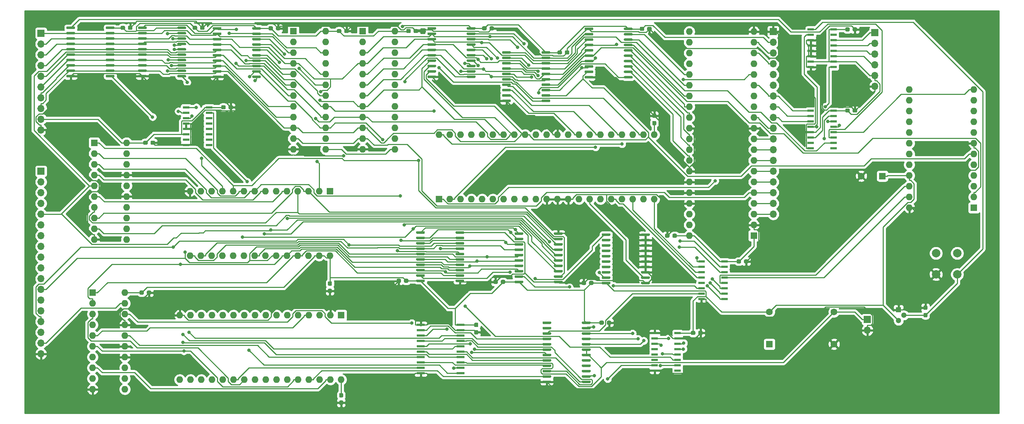
<source format=gbr>
G04 #@! TF.GenerationSoftware,KiCad,Pcbnew,5.1.6+dfsg1-1~bpo10+1*
G04 #@! TF.CreationDate,2020-05-26T13:58:40+10:00*
G04 #@! TF.ProjectId,FISC,46495343-2e6b-4696-9361-645f70636258,rev?*
G04 #@! TF.SameCoordinates,Original*
G04 #@! TF.FileFunction,Copper,L1,Top*
G04 #@! TF.FilePolarity,Positive*
%FSLAX46Y46*%
G04 Gerber Fmt 4.6, Leading zero omitted, Abs format (unit mm)*
G04 Created by KiCad (PCBNEW 5.1.6+dfsg1-1~bpo10+1) date 2020-05-26 13:58:40*
%MOMM*%
%LPD*%
G01*
G04 APERTURE LIST*
G04 #@! TA.AperFunction,ComponentPad*
%ADD10R,1.600000X1.600000*%
G04 #@! TD*
G04 #@! TA.AperFunction,ComponentPad*
%ADD11O,1.600000X1.600000*%
G04 #@! TD*
G04 #@! TA.AperFunction,ComponentPad*
%ADD12C,1.600000*%
G04 #@! TD*
G04 #@! TA.AperFunction,ComponentPad*
%ADD13R,1.700000X1.700000*%
G04 #@! TD*
G04 #@! TA.AperFunction,ComponentPad*
%ADD14O,1.700000X1.700000*%
G04 #@! TD*
G04 #@! TA.AperFunction,SMDPad,CuDef*
%ADD15R,1.950000X0.600000*%
G04 #@! TD*
G04 #@! TA.AperFunction,ComponentPad*
%ADD16C,2.000000*%
G04 #@! TD*
G04 #@! TA.AperFunction,ComponentPad*
%ADD17C,1.300000*%
G04 #@! TD*
G04 #@! TA.AperFunction,ComponentPad*
%ADD18R,1.300000X1.300000*%
G04 #@! TD*
G04 #@! TA.AperFunction,SMDPad,CuDef*
%ADD19R,1.500000X0.600000*%
G04 #@! TD*
G04 #@! TA.AperFunction,ViaPad*
%ADD20C,0.800000*%
G04 #@! TD*
G04 #@! TA.AperFunction,Conductor*
%ADD21C,0.250000*%
G04 #@! TD*
G04 #@! TA.AperFunction,Conductor*
%ADD22C,0.254000*%
G04 #@! TD*
G04 APERTURE END LIST*
D10*
X81788000Y-20701000D03*
D11*
X89408000Y-48641000D03*
X81788000Y-23241000D03*
X89408000Y-46101000D03*
X81788000Y-25781000D03*
X89408000Y-43561000D03*
X81788000Y-28321000D03*
X89408000Y-41021000D03*
X81788000Y-30861000D03*
X89408000Y-38481000D03*
X81788000Y-33401000D03*
X89408000Y-35941000D03*
X81788000Y-35941000D03*
X89408000Y-33401000D03*
X81788000Y-38481000D03*
X89408000Y-30861000D03*
X81788000Y-41021000D03*
X89408000Y-28321000D03*
X81788000Y-43561000D03*
X89408000Y-25781000D03*
X81788000Y-46101000D03*
X89408000Y-23241000D03*
X81788000Y-48641000D03*
X89408000Y-20701000D03*
D10*
X98171000Y-20701000D03*
D11*
X105791000Y-48641000D03*
X98171000Y-23241000D03*
X105791000Y-46101000D03*
X98171000Y-25781000D03*
X105791000Y-43561000D03*
X98171000Y-28321000D03*
X105791000Y-41021000D03*
X98171000Y-30861000D03*
X105791000Y-38481000D03*
X98171000Y-33401000D03*
X105791000Y-35941000D03*
X98171000Y-35941000D03*
X105791000Y-33401000D03*
X98171000Y-38481000D03*
X105791000Y-30861000D03*
X98171000Y-41021000D03*
X105791000Y-28321000D03*
X98171000Y-43561000D03*
X105791000Y-25781000D03*
X98171000Y-46101000D03*
X105791000Y-23241000D03*
X98171000Y-48641000D03*
X105791000Y-20701000D03*
G04 #@! TA.AperFunction,SMDPad,CuDef*
G36*
G01*
X45125000Y-20089000D02*
X45125000Y-19789000D01*
G75*
G02*
X45275000Y-19639000I150000J0D01*
G01*
X47025000Y-19639000D01*
G75*
G02*
X47175000Y-19789000I0J-150000D01*
G01*
X47175000Y-20089000D01*
G75*
G02*
X47025000Y-20239000I-150000J0D01*
G01*
X45275000Y-20239000D01*
G75*
G02*
X45125000Y-20089000I0J150000D01*
G01*
G37*
G04 #@! TD.AperFunction*
G04 #@! TA.AperFunction,SMDPad,CuDef*
G36*
G01*
X45125000Y-21359000D02*
X45125000Y-21059000D01*
G75*
G02*
X45275000Y-20909000I150000J0D01*
G01*
X47025000Y-20909000D01*
G75*
G02*
X47175000Y-21059000I0J-150000D01*
G01*
X47175000Y-21359000D01*
G75*
G02*
X47025000Y-21509000I-150000J0D01*
G01*
X45275000Y-21509000D01*
G75*
G02*
X45125000Y-21359000I0J150000D01*
G01*
G37*
G04 #@! TD.AperFunction*
G04 #@! TA.AperFunction,SMDPad,CuDef*
G36*
G01*
X45125000Y-22629000D02*
X45125000Y-22329000D01*
G75*
G02*
X45275000Y-22179000I150000J0D01*
G01*
X47025000Y-22179000D01*
G75*
G02*
X47175000Y-22329000I0J-150000D01*
G01*
X47175000Y-22629000D01*
G75*
G02*
X47025000Y-22779000I-150000J0D01*
G01*
X45275000Y-22779000D01*
G75*
G02*
X45125000Y-22629000I0J150000D01*
G01*
G37*
G04 #@! TD.AperFunction*
G04 #@! TA.AperFunction,SMDPad,CuDef*
G36*
G01*
X45125000Y-23899000D02*
X45125000Y-23599000D01*
G75*
G02*
X45275000Y-23449000I150000J0D01*
G01*
X47025000Y-23449000D01*
G75*
G02*
X47175000Y-23599000I0J-150000D01*
G01*
X47175000Y-23899000D01*
G75*
G02*
X47025000Y-24049000I-150000J0D01*
G01*
X45275000Y-24049000D01*
G75*
G02*
X45125000Y-23899000I0J150000D01*
G01*
G37*
G04 #@! TD.AperFunction*
G04 #@! TA.AperFunction,SMDPad,CuDef*
G36*
G01*
X45125000Y-25169000D02*
X45125000Y-24869000D01*
G75*
G02*
X45275000Y-24719000I150000J0D01*
G01*
X47025000Y-24719000D01*
G75*
G02*
X47175000Y-24869000I0J-150000D01*
G01*
X47175000Y-25169000D01*
G75*
G02*
X47025000Y-25319000I-150000J0D01*
G01*
X45275000Y-25319000D01*
G75*
G02*
X45125000Y-25169000I0J150000D01*
G01*
G37*
G04 #@! TD.AperFunction*
G04 #@! TA.AperFunction,SMDPad,CuDef*
G36*
G01*
X45125000Y-26439000D02*
X45125000Y-26139000D01*
G75*
G02*
X45275000Y-25989000I150000J0D01*
G01*
X47025000Y-25989000D01*
G75*
G02*
X47175000Y-26139000I0J-150000D01*
G01*
X47175000Y-26439000D01*
G75*
G02*
X47025000Y-26589000I-150000J0D01*
G01*
X45275000Y-26589000D01*
G75*
G02*
X45125000Y-26439000I0J150000D01*
G01*
G37*
G04 #@! TD.AperFunction*
G04 #@! TA.AperFunction,SMDPad,CuDef*
G36*
G01*
X45125000Y-27709000D02*
X45125000Y-27409000D01*
G75*
G02*
X45275000Y-27259000I150000J0D01*
G01*
X47025000Y-27259000D01*
G75*
G02*
X47175000Y-27409000I0J-150000D01*
G01*
X47175000Y-27709000D01*
G75*
G02*
X47025000Y-27859000I-150000J0D01*
G01*
X45275000Y-27859000D01*
G75*
G02*
X45125000Y-27709000I0J150000D01*
G01*
G37*
G04 #@! TD.AperFunction*
G04 #@! TA.AperFunction,SMDPad,CuDef*
G36*
G01*
X45125000Y-28979000D02*
X45125000Y-28679000D01*
G75*
G02*
X45275000Y-28529000I150000J0D01*
G01*
X47025000Y-28529000D01*
G75*
G02*
X47175000Y-28679000I0J-150000D01*
G01*
X47175000Y-28979000D01*
G75*
G02*
X47025000Y-29129000I-150000J0D01*
G01*
X45275000Y-29129000D01*
G75*
G02*
X45125000Y-28979000I0J150000D01*
G01*
G37*
G04 #@! TD.AperFunction*
G04 #@! TA.AperFunction,SMDPad,CuDef*
G36*
G01*
X45125000Y-30249000D02*
X45125000Y-29949000D01*
G75*
G02*
X45275000Y-29799000I150000J0D01*
G01*
X47025000Y-29799000D01*
G75*
G02*
X47175000Y-29949000I0J-150000D01*
G01*
X47175000Y-30249000D01*
G75*
G02*
X47025000Y-30399000I-150000J0D01*
G01*
X45275000Y-30399000D01*
G75*
G02*
X45125000Y-30249000I0J150000D01*
G01*
G37*
G04 #@! TD.AperFunction*
G04 #@! TA.AperFunction,SMDPad,CuDef*
G36*
G01*
X45125000Y-31519000D02*
X45125000Y-31219000D01*
G75*
G02*
X45275000Y-31069000I150000J0D01*
G01*
X47025000Y-31069000D01*
G75*
G02*
X47175000Y-31219000I0J-150000D01*
G01*
X47175000Y-31519000D01*
G75*
G02*
X47025000Y-31669000I-150000J0D01*
G01*
X45275000Y-31669000D01*
G75*
G02*
X45125000Y-31519000I0J150000D01*
G01*
G37*
G04 #@! TD.AperFunction*
G04 #@! TA.AperFunction,SMDPad,CuDef*
G36*
G01*
X54425000Y-31519000D02*
X54425000Y-31219000D01*
G75*
G02*
X54575000Y-31069000I150000J0D01*
G01*
X56325000Y-31069000D01*
G75*
G02*
X56475000Y-31219000I0J-150000D01*
G01*
X56475000Y-31519000D01*
G75*
G02*
X56325000Y-31669000I-150000J0D01*
G01*
X54575000Y-31669000D01*
G75*
G02*
X54425000Y-31519000I0J150000D01*
G01*
G37*
G04 #@! TD.AperFunction*
G04 #@! TA.AperFunction,SMDPad,CuDef*
G36*
G01*
X54425000Y-30249000D02*
X54425000Y-29949000D01*
G75*
G02*
X54575000Y-29799000I150000J0D01*
G01*
X56325000Y-29799000D01*
G75*
G02*
X56475000Y-29949000I0J-150000D01*
G01*
X56475000Y-30249000D01*
G75*
G02*
X56325000Y-30399000I-150000J0D01*
G01*
X54575000Y-30399000D01*
G75*
G02*
X54425000Y-30249000I0J150000D01*
G01*
G37*
G04 #@! TD.AperFunction*
G04 #@! TA.AperFunction,SMDPad,CuDef*
G36*
G01*
X54425000Y-28979000D02*
X54425000Y-28679000D01*
G75*
G02*
X54575000Y-28529000I150000J0D01*
G01*
X56325000Y-28529000D01*
G75*
G02*
X56475000Y-28679000I0J-150000D01*
G01*
X56475000Y-28979000D01*
G75*
G02*
X56325000Y-29129000I-150000J0D01*
G01*
X54575000Y-29129000D01*
G75*
G02*
X54425000Y-28979000I0J150000D01*
G01*
G37*
G04 #@! TD.AperFunction*
G04 #@! TA.AperFunction,SMDPad,CuDef*
G36*
G01*
X54425000Y-27709000D02*
X54425000Y-27409000D01*
G75*
G02*
X54575000Y-27259000I150000J0D01*
G01*
X56325000Y-27259000D01*
G75*
G02*
X56475000Y-27409000I0J-150000D01*
G01*
X56475000Y-27709000D01*
G75*
G02*
X56325000Y-27859000I-150000J0D01*
G01*
X54575000Y-27859000D01*
G75*
G02*
X54425000Y-27709000I0J150000D01*
G01*
G37*
G04 #@! TD.AperFunction*
G04 #@! TA.AperFunction,SMDPad,CuDef*
G36*
G01*
X54425000Y-26439000D02*
X54425000Y-26139000D01*
G75*
G02*
X54575000Y-25989000I150000J0D01*
G01*
X56325000Y-25989000D01*
G75*
G02*
X56475000Y-26139000I0J-150000D01*
G01*
X56475000Y-26439000D01*
G75*
G02*
X56325000Y-26589000I-150000J0D01*
G01*
X54575000Y-26589000D01*
G75*
G02*
X54425000Y-26439000I0J150000D01*
G01*
G37*
G04 #@! TD.AperFunction*
G04 #@! TA.AperFunction,SMDPad,CuDef*
G36*
G01*
X54425000Y-25169000D02*
X54425000Y-24869000D01*
G75*
G02*
X54575000Y-24719000I150000J0D01*
G01*
X56325000Y-24719000D01*
G75*
G02*
X56475000Y-24869000I0J-150000D01*
G01*
X56475000Y-25169000D01*
G75*
G02*
X56325000Y-25319000I-150000J0D01*
G01*
X54575000Y-25319000D01*
G75*
G02*
X54425000Y-25169000I0J150000D01*
G01*
G37*
G04 #@! TD.AperFunction*
G04 #@! TA.AperFunction,SMDPad,CuDef*
G36*
G01*
X54425000Y-23899000D02*
X54425000Y-23599000D01*
G75*
G02*
X54575000Y-23449000I150000J0D01*
G01*
X56325000Y-23449000D01*
G75*
G02*
X56475000Y-23599000I0J-150000D01*
G01*
X56475000Y-23899000D01*
G75*
G02*
X56325000Y-24049000I-150000J0D01*
G01*
X54575000Y-24049000D01*
G75*
G02*
X54425000Y-23899000I0J150000D01*
G01*
G37*
G04 #@! TD.AperFunction*
G04 #@! TA.AperFunction,SMDPad,CuDef*
G36*
G01*
X54425000Y-22629000D02*
X54425000Y-22329000D01*
G75*
G02*
X54575000Y-22179000I150000J0D01*
G01*
X56325000Y-22179000D01*
G75*
G02*
X56475000Y-22329000I0J-150000D01*
G01*
X56475000Y-22629000D01*
G75*
G02*
X56325000Y-22779000I-150000J0D01*
G01*
X54575000Y-22779000D01*
G75*
G02*
X54425000Y-22629000I0J150000D01*
G01*
G37*
G04 #@! TD.AperFunction*
G04 #@! TA.AperFunction,SMDPad,CuDef*
G36*
G01*
X54425000Y-21359000D02*
X54425000Y-21059000D01*
G75*
G02*
X54575000Y-20909000I150000J0D01*
G01*
X56325000Y-20909000D01*
G75*
G02*
X56475000Y-21059000I0J-150000D01*
G01*
X56475000Y-21359000D01*
G75*
G02*
X56325000Y-21509000I-150000J0D01*
G01*
X54575000Y-21509000D01*
G75*
G02*
X54425000Y-21359000I0J150000D01*
G01*
G37*
G04 #@! TD.AperFunction*
G04 #@! TA.AperFunction,SMDPad,CuDef*
G36*
G01*
X54425000Y-20089000D02*
X54425000Y-19789000D01*
G75*
G02*
X54575000Y-19639000I150000J0D01*
G01*
X56325000Y-19639000D01*
G75*
G02*
X56475000Y-19789000I0J-150000D01*
G01*
X56475000Y-20089000D01*
G75*
G02*
X56325000Y-20239000I-150000J0D01*
G01*
X54575000Y-20239000D01*
G75*
G02*
X54425000Y-20089000I0J150000D01*
G01*
G37*
G04 #@! TD.AperFunction*
G04 #@! TA.AperFunction,SMDPad,CuDef*
G36*
G01*
X72078000Y-20216000D02*
X72078000Y-19916000D01*
G75*
G02*
X72228000Y-19766000I150000J0D01*
G01*
X73978000Y-19766000D01*
G75*
G02*
X74128000Y-19916000I0J-150000D01*
G01*
X74128000Y-20216000D01*
G75*
G02*
X73978000Y-20366000I-150000J0D01*
G01*
X72228000Y-20366000D01*
G75*
G02*
X72078000Y-20216000I0J150000D01*
G01*
G37*
G04 #@! TD.AperFunction*
G04 #@! TA.AperFunction,SMDPad,CuDef*
G36*
G01*
X72078000Y-21486000D02*
X72078000Y-21186000D01*
G75*
G02*
X72228000Y-21036000I150000J0D01*
G01*
X73978000Y-21036000D01*
G75*
G02*
X74128000Y-21186000I0J-150000D01*
G01*
X74128000Y-21486000D01*
G75*
G02*
X73978000Y-21636000I-150000J0D01*
G01*
X72228000Y-21636000D01*
G75*
G02*
X72078000Y-21486000I0J150000D01*
G01*
G37*
G04 #@! TD.AperFunction*
G04 #@! TA.AperFunction,SMDPad,CuDef*
G36*
G01*
X72078000Y-22756000D02*
X72078000Y-22456000D01*
G75*
G02*
X72228000Y-22306000I150000J0D01*
G01*
X73978000Y-22306000D01*
G75*
G02*
X74128000Y-22456000I0J-150000D01*
G01*
X74128000Y-22756000D01*
G75*
G02*
X73978000Y-22906000I-150000J0D01*
G01*
X72228000Y-22906000D01*
G75*
G02*
X72078000Y-22756000I0J150000D01*
G01*
G37*
G04 #@! TD.AperFunction*
G04 #@! TA.AperFunction,SMDPad,CuDef*
G36*
G01*
X72078000Y-24026000D02*
X72078000Y-23726000D01*
G75*
G02*
X72228000Y-23576000I150000J0D01*
G01*
X73978000Y-23576000D01*
G75*
G02*
X74128000Y-23726000I0J-150000D01*
G01*
X74128000Y-24026000D01*
G75*
G02*
X73978000Y-24176000I-150000J0D01*
G01*
X72228000Y-24176000D01*
G75*
G02*
X72078000Y-24026000I0J150000D01*
G01*
G37*
G04 #@! TD.AperFunction*
G04 #@! TA.AperFunction,SMDPad,CuDef*
G36*
G01*
X72078000Y-25296000D02*
X72078000Y-24996000D01*
G75*
G02*
X72228000Y-24846000I150000J0D01*
G01*
X73978000Y-24846000D01*
G75*
G02*
X74128000Y-24996000I0J-150000D01*
G01*
X74128000Y-25296000D01*
G75*
G02*
X73978000Y-25446000I-150000J0D01*
G01*
X72228000Y-25446000D01*
G75*
G02*
X72078000Y-25296000I0J150000D01*
G01*
G37*
G04 #@! TD.AperFunction*
G04 #@! TA.AperFunction,SMDPad,CuDef*
G36*
G01*
X72078000Y-26566000D02*
X72078000Y-26266000D01*
G75*
G02*
X72228000Y-26116000I150000J0D01*
G01*
X73978000Y-26116000D01*
G75*
G02*
X74128000Y-26266000I0J-150000D01*
G01*
X74128000Y-26566000D01*
G75*
G02*
X73978000Y-26716000I-150000J0D01*
G01*
X72228000Y-26716000D01*
G75*
G02*
X72078000Y-26566000I0J150000D01*
G01*
G37*
G04 #@! TD.AperFunction*
G04 #@! TA.AperFunction,SMDPad,CuDef*
G36*
G01*
X72078000Y-27836000D02*
X72078000Y-27536000D01*
G75*
G02*
X72228000Y-27386000I150000J0D01*
G01*
X73978000Y-27386000D01*
G75*
G02*
X74128000Y-27536000I0J-150000D01*
G01*
X74128000Y-27836000D01*
G75*
G02*
X73978000Y-27986000I-150000J0D01*
G01*
X72228000Y-27986000D01*
G75*
G02*
X72078000Y-27836000I0J150000D01*
G01*
G37*
G04 #@! TD.AperFunction*
G04 #@! TA.AperFunction,SMDPad,CuDef*
G36*
G01*
X72078000Y-29106000D02*
X72078000Y-28806000D01*
G75*
G02*
X72228000Y-28656000I150000J0D01*
G01*
X73978000Y-28656000D01*
G75*
G02*
X74128000Y-28806000I0J-150000D01*
G01*
X74128000Y-29106000D01*
G75*
G02*
X73978000Y-29256000I-150000J0D01*
G01*
X72228000Y-29256000D01*
G75*
G02*
X72078000Y-29106000I0J150000D01*
G01*
G37*
G04 #@! TD.AperFunction*
G04 #@! TA.AperFunction,SMDPad,CuDef*
G36*
G01*
X72078000Y-30376000D02*
X72078000Y-30076000D01*
G75*
G02*
X72228000Y-29926000I150000J0D01*
G01*
X73978000Y-29926000D01*
G75*
G02*
X74128000Y-30076000I0J-150000D01*
G01*
X74128000Y-30376000D01*
G75*
G02*
X73978000Y-30526000I-150000J0D01*
G01*
X72228000Y-30526000D01*
G75*
G02*
X72078000Y-30376000I0J150000D01*
G01*
G37*
G04 #@! TD.AperFunction*
G04 #@! TA.AperFunction,SMDPad,CuDef*
G36*
G01*
X72078000Y-31646000D02*
X72078000Y-31346000D01*
G75*
G02*
X72228000Y-31196000I150000J0D01*
G01*
X73978000Y-31196000D01*
G75*
G02*
X74128000Y-31346000I0J-150000D01*
G01*
X74128000Y-31646000D01*
G75*
G02*
X73978000Y-31796000I-150000J0D01*
G01*
X72228000Y-31796000D01*
G75*
G02*
X72078000Y-31646000I0J150000D01*
G01*
G37*
G04 #@! TD.AperFunction*
G04 #@! TA.AperFunction,SMDPad,CuDef*
G36*
G01*
X62778000Y-31646000D02*
X62778000Y-31346000D01*
G75*
G02*
X62928000Y-31196000I150000J0D01*
G01*
X64678000Y-31196000D01*
G75*
G02*
X64828000Y-31346000I0J-150000D01*
G01*
X64828000Y-31646000D01*
G75*
G02*
X64678000Y-31796000I-150000J0D01*
G01*
X62928000Y-31796000D01*
G75*
G02*
X62778000Y-31646000I0J150000D01*
G01*
G37*
G04 #@! TD.AperFunction*
G04 #@! TA.AperFunction,SMDPad,CuDef*
G36*
G01*
X62778000Y-30376000D02*
X62778000Y-30076000D01*
G75*
G02*
X62928000Y-29926000I150000J0D01*
G01*
X64678000Y-29926000D01*
G75*
G02*
X64828000Y-30076000I0J-150000D01*
G01*
X64828000Y-30376000D01*
G75*
G02*
X64678000Y-30526000I-150000J0D01*
G01*
X62928000Y-30526000D01*
G75*
G02*
X62778000Y-30376000I0J150000D01*
G01*
G37*
G04 #@! TD.AperFunction*
G04 #@! TA.AperFunction,SMDPad,CuDef*
G36*
G01*
X62778000Y-29106000D02*
X62778000Y-28806000D01*
G75*
G02*
X62928000Y-28656000I150000J0D01*
G01*
X64678000Y-28656000D01*
G75*
G02*
X64828000Y-28806000I0J-150000D01*
G01*
X64828000Y-29106000D01*
G75*
G02*
X64678000Y-29256000I-150000J0D01*
G01*
X62928000Y-29256000D01*
G75*
G02*
X62778000Y-29106000I0J150000D01*
G01*
G37*
G04 #@! TD.AperFunction*
G04 #@! TA.AperFunction,SMDPad,CuDef*
G36*
G01*
X62778000Y-27836000D02*
X62778000Y-27536000D01*
G75*
G02*
X62928000Y-27386000I150000J0D01*
G01*
X64678000Y-27386000D01*
G75*
G02*
X64828000Y-27536000I0J-150000D01*
G01*
X64828000Y-27836000D01*
G75*
G02*
X64678000Y-27986000I-150000J0D01*
G01*
X62928000Y-27986000D01*
G75*
G02*
X62778000Y-27836000I0J150000D01*
G01*
G37*
G04 #@! TD.AperFunction*
G04 #@! TA.AperFunction,SMDPad,CuDef*
G36*
G01*
X62778000Y-26566000D02*
X62778000Y-26266000D01*
G75*
G02*
X62928000Y-26116000I150000J0D01*
G01*
X64678000Y-26116000D01*
G75*
G02*
X64828000Y-26266000I0J-150000D01*
G01*
X64828000Y-26566000D01*
G75*
G02*
X64678000Y-26716000I-150000J0D01*
G01*
X62928000Y-26716000D01*
G75*
G02*
X62778000Y-26566000I0J150000D01*
G01*
G37*
G04 #@! TD.AperFunction*
G04 #@! TA.AperFunction,SMDPad,CuDef*
G36*
G01*
X62778000Y-25296000D02*
X62778000Y-24996000D01*
G75*
G02*
X62928000Y-24846000I150000J0D01*
G01*
X64678000Y-24846000D01*
G75*
G02*
X64828000Y-24996000I0J-150000D01*
G01*
X64828000Y-25296000D01*
G75*
G02*
X64678000Y-25446000I-150000J0D01*
G01*
X62928000Y-25446000D01*
G75*
G02*
X62778000Y-25296000I0J150000D01*
G01*
G37*
G04 #@! TD.AperFunction*
G04 #@! TA.AperFunction,SMDPad,CuDef*
G36*
G01*
X62778000Y-24026000D02*
X62778000Y-23726000D01*
G75*
G02*
X62928000Y-23576000I150000J0D01*
G01*
X64678000Y-23576000D01*
G75*
G02*
X64828000Y-23726000I0J-150000D01*
G01*
X64828000Y-24026000D01*
G75*
G02*
X64678000Y-24176000I-150000J0D01*
G01*
X62928000Y-24176000D01*
G75*
G02*
X62778000Y-24026000I0J150000D01*
G01*
G37*
G04 #@! TD.AperFunction*
G04 #@! TA.AperFunction,SMDPad,CuDef*
G36*
G01*
X62778000Y-22756000D02*
X62778000Y-22456000D01*
G75*
G02*
X62928000Y-22306000I150000J0D01*
G01*
X64678000Y-22306000D01*
G75*
G02*
X64828000Y-22456000I0J-150000D01*
G01*
X64828000Y-22756000D01*
G75*
G02*
X64678000Y-22906000I-150000J0D01*
G01*
X62928000Y-22906000D01*
G75*
G02*
X62778000Y-22756000I0J150000D01*
G01*
G37*
G04 #@! TD.AperFunction*
G04 #@! TA.AperFunction,SMDPad,CuDef*
G36*
G01*
X62778000Y-21486000D02*
X62778000Y-21186000D01*
G75*
G02*
X62928000Y-21036000I150000J0D01*
G01*
X64678000Y-21036000D01*
G75*
G02*
X64828000Y-21186000I0J-150000D01*
G01*
X64828000Y-21486000D01*
G75*
G02*
X64678000Y-21636000I-150000J0D01*
G01*
X62928000Y-21636000D01*
G75*
G02*
X62778000Y-21486000I0J150000D01*
G01*
G37*
G04 #@! TD.AperFunction*
G04 #@! TA.AperFunction,SMDPad,CuDef*
G36*
G01*
X62778000Y-20216000D02*
X62778000Y-19916000D01*
G75*
G02*
X62928000Y-19766000I150000J0D01*
G01*
X64678000Y-19766000D01*
G75*
G02*
X64828000Y-19916000I0J-150000D01*
G01*
X64828000Y-20216000D01*
G75*
G02*
X64678000Y-20366000I-150000J0D01*
G01*
X62928000Y-20366000D01*
G75*
G02*
X62778000Y-20216000I0J150000D01*
G01*
G37*
G04 #@! TD.AperFunction*
D10*
X90424000Y-58547000D03*
D11*
X57404000Y-73787000D03*
X87884000Y-58547000D03*
X59944000Y-73787000D03*
X85344000Y-58547000D03*
X62484000Y-73787000D03*
X82804000Y-58547000D03*
X65024000Y-73787000D03*
X80264000Y-58547000D03*
X67564000Y-73787000D03*
X77724000Y-58547000D03*
X70104000Y-73787000D03*
X75184000Y-58547000D03*
X72644000Y-73787000D03*
X72644000Y-58547000D03*
X75184000Y-73787000D03*
X70104000Y-58547000D03*
X77724000Y-73787000D03*
X67564000Y-58547000D03*
X80264000Y-73787000D03*
X65024000Y-58547000D03*
X82804000Y-73787000D03*
X62484000Y-58547000D03*
X85344000Y-73787000D03*
X59944000Y-58547000D03*
X87884000Y-73787000D03*
X57404000Y-58547000D03*
X90424000Y-73787000D03*
G04 #@! TA.AperFunction,SMDPad,CuDef*
G36*
G01*
X28234000Y-20089000D02*
X28234000Y-19789000D01*
G75*
G02*
X28384000Y-19639000I150000J0D01*
G01*
X30134000Y-19639000D01*
G75*
G02*
X30284000Y-19789000I0J-150000D01*
G01*
X30284000Y-20089000D01*
G75*
G02*
X30134000Y-20239000I-150000J0D01*
G01*
X28384000Y-20239000D01*
G75*
G02*
X28234000Y-20089000I0J150000D01*
G01*
G37*
G04 #@! TD.AperFunction*
G04 #@! TA.AperFunction,SMDPad,CuDef*
G36*
G01*
X28234000Y-21359000D02*
X28234000Y-21059000D01*
G75*
G02*
X28384000Y-20909000I150000J0D01*
G01*
X30134000Y-20909000D01*
G75*
G02*
X30284000Y-21059000I0J-150000D01*
G01*
X30284000Y-21359000D01*
G75*
G02*
X30134000Y-21509000I-150000J0D01*
G01*
X28384000Y-21509000D01*
G75*
G02*
X28234000Y-21359000I0J150000D01*
G01*
G37*
G04 #@! TD.AperFunction*
G04 #@! TA.AperFunction,SMDPad,CuDef*
G36*
G01*
X28234000Y-22629000D02*
X28234000Y-22329000D01*
G75*
G02*
X28384000Y-22179000I150000J0D01*
G01*
X30134000Y-22179000D01*
G75*
G02*
X30284000Y-22329000I0J-150000D01*
G01*
X30284000Y-22629000D01*
G75*
G02*
X30134000Y-22779000I-150000J0D01*
G01*
X28384000Y-22779000D01*
G75*
G02*
X28234000Y-22629000I0J150000D01*
G01*
G37*
G04 #@! TD.AperFunction*
G04 #@! TA.AperFunction,SMDPad,CuDef*
G36*
G01*
X28234000Y-23899000D02*
X28234000Y-23599000D01*
G75*
G02*
X28384000Y-23449000I150000J0D01*
G01*
X30134000Y-23449000D01*
G75*
G02*
X30284000Y-23599000I0J-150000D01*
G01*
X30284000Y-23899000D01*
G75*
G02*
X30134000Y-24049000I-150000J0D01*
G01*
X28384000Y-24049000D01*
G75*
G02*
X28234000Y-23899000I0J150000D01*
G01*
G37*
G04 #@! TD.AperFunction*
G04 #@! TA.AperFunction,SMDPad,CuDef*
G36*
G01*
X28234000Y-25169000D02*
X28234000Y-24869000D01*
G75*
G02*
X28384000Y-24719000I150000J0D01*
G01*
X30134000Y-24719000D01*
G75*
G02*
X30284000Y-24869000I0J-150000D01*
G01*
X30284000Y-25169000D01*
G75*
G02*
X30134000Y-25319000I-150000J0D01*
G01*
X28384000Y-25319000D01*
G75*
G02*
X28234000Y-25169000I0J150000D01*
G01*
G37*
G04 #@! TD.AperFunction*
G04 #@! TA.AperFunction,SMDPad,CuDef*
G36*
G01*
X28234000Y-26439000D02*
X28234000Y-26139000D01*
G75*
G02*
X28384000Y-25989000I150000J0D01*
G01*
X30134000Y-25989000D01*
G75*
G02*
X30284000Y-26139000I0J-150000D01*
G01*
X30284000Y-26439000D01*
G75*
G02*
X30134000Y-26589000I-150000J0D01*
G01*
X28384000Y-26589000D01*
G75*
G02*
X28234000Y-26439000I0J150000D01*
G01*
G37*
G04 #@! TD.AperFunction*
G04 #@! TA.AperFunction,SMDPad,CuDef*
G36*
G01*
X28234000Y-27709000D02*
X28234000Y-27409000D01*
G75*
G02*
X28384000Y-27259000I150000J0D01*
G01*
X30134000Y-27259000D01*
G75*
G02*
X30284000Y-27409000I0J-150000D01*
G01*
X30284000Y-27709000D01*
G75*
G02*
X30134000Y-27859000I-150000J0D01*
G01*
X28384000Y-27859000D01*
G75*
G02*
X28234000Y-27709000I0J150000D01*
G01*
G37*
G04 #@! TD.AperFunction*
G04 #@! TA.AperFunction,SMDPad,CuDef*
G36*
G01*
X28234000Y-28979000D02*
X28234000Y-28679000D01*
G75*
G02*
X28384000Y-28529000I150000J0D01*
G01*
X30134000Y-28529000D01*
G75*
G02*
X30284000Y-28679000I0J-150000D01*
G01*
X30284000Y-28979000D01*
G75*
G02*
X30134000Y-29129000I-150000J0D01*
G01*
X28384000Y-29129000D01*
G75*
G02*
X28234000Y-28979000I0J150000D01*
G01*
G37*
G04 #@! TD.AperFunction*
G04 #@! TA.AperFunction,SMDPad,CuDef*
G36*
G01*
X28234000Y-30249000D02*
X28234000Y-29949000D01*
G75*
G02*
X28384000Y-29799000I150000J0D01*
G01*
X30134000Y-29799000D01*
G75*
G02*
X30284000Y-29949000I0J-150000D01*
G01*
X30284000Y-30249000D01*
G75*
G02*
X30134000Y-30399000I-150000J0D01*
G01*
X28384000Y-30399000D01*
G75*
G02*
X28234000Y-30249000I0J150000D01*
G01*
G37*
G04 #@! TD.AperFunction*
G04 #@! TA.AperFunction,SMDPad,CuDef*
G36*
G01*
X28234000Y-31519000D02*
X28234000Y-31219000D01*
G75*
G02*
X28384000Y-31069000I150000J0D01*
G01*
X30134000Y-31069000D01*
G75*
G02*
X30284000Y-31219000I0J-150000D01*
G01*
X30284000Y-31519000D01*
G75*
G02*
X30134000Y-31669000I-150000J0D01*
G01*
X28384000Y-31669000D01*
G75*
G02*
X28234000Y-31519000I0J150000D01*
G01*
G37*
G04 #@! TD.AperFunction*
G04 #@! TA.AperFunction,SMDPad,CuDef*
G36*
G01*
X37534000Y-31519000D02*
X37534000Y-31219000D01*
G75*
G02*
X37684000Y-31069000I150000J0D01*
G01*
X39434000Y-31069000D01*
G75*
G02*
X39584000Y-31219000I0J-150000D01*
G01*
X39584000Y-31519000D01*
G75*
G02*
X39434000Y-31669000I-150000J0D01*
G01*
X37684000Y-31669000D01*
G75*
G02*
X37534000Y-31519000I0J150000D01*
G01*
G37*
G04 #@! TD.AperFunction*
G04 #@! TA.AperFunction,SMDPad,CuDef*
G36*
G01*
X37534000Y-30249000D02*
X37534000Y-29949000D01*
G75*
G02*
X37684000Y-29799000I150000J0D01*
G01*
X39434000Y-29799000D01*
G75*
G02*
X39584000Y-29949000I0J-150000D01*
G01*
X39584000Y-30249000D01*
G75*
G02*
X39434000Y-30399000I-150000J0D01*
G01*
X37684000Y-30399000D01*
G75*
G02*
X37534000Y-30249000I0J150000D01*
G01*
G37*
G04 #@! TD.AperFunction*
G04 #@! TA.AperFunction,SMDPad,CuDef*
G36*
G01*
X37534000Y-28979000D02*
X37534000Y-28679000D01*
G75*
G02*
X37684000Y-28529000I150000J0D01*
G01*
X39434000Y-28529000D01*
G75*
G02*
X39584000Y-28679000I0J-150000D01*
G01*
X39584000Y-28979000D01*
G75*
G02*
X39434000Y-29129000I-150000J0D01*
G01*
X37684000Y-29129000D01*
G75*
G02*
X37534000Y-28979000I0J150000D01*
G01*
G37*
G04 #@! TD.AperFunction*
G04 #@! TA.AperFunction,SMDPad,CuDef*
G36*
G01*
X37534000Y-27709000D02*
X37534000Y-27409000D01*
G75*
G02*
X37684000Y-27259000I150000J0D01*
G01*
X39434000Y-27259000D01*
G75*
G02*
X39584000Y-27409000I0J-150000D01*
G01*
X39584000Y-27709000D01*
G75*
G02*
X39434000Y-27859000I-150000J0D01*
G01*
X37684000Y-27859000D01*
G75*
G02*
X37534000Y-27709000I0J150000D01*
G01*
G37*
G04 #@! TD.AperFunction*
G04 #@! TA.AperFunction,SMDPad,CuDef*
G36*
G01*
X37534000Y-26439000D02*
X37534000Y-26139000D01*
G75*
G02*
X37684000Y-25989000I150000J0D01*
G01*
X39434000Y-25989000D01*
G75*
G02*
X39584000Y-26139000I0J-150000D01*
G01*
X39584000Y-26439000D01*
G75*
G02*
X39434000Y-26589000I-150000J0D01*
G01*
X37684000Y-26589000D01*
G75*
G02*
X37534000Y-26439000I0J150000D01*
G01*
G37*
G04 #@! TD.AperFunction*
G04 #@! TA.AperFunction,SMDPad,CuDef*
G36*
G01*
X37534000Y-25169000D02*
X37534000Y-24869000D01*
G75*
G02*
X37684000Y-24719000I150000J0D01*
G01*
X39434000Y-24719000D01*
G75*
G02*
X39584000Y-24869000I0J-150000D01*
G01*
X39584000Y-25169000D01*
G75*
G02*
X39434000Y-25319000I-150000J0D01*
G01*
X37684000Y-25319000D01*
G75*
G02*
X37534000Y-25169000I0J150000D01*
G01*
G37*
G04 #@! TD.AperFunction*
G04 #@! TA.AperFunction,SMDPad,CuDef*
G36*
G01*
X37534000Y-23899000D02*
X37534000Y-23599000D01*
G75*
G02*
X37684000Y-23449000I150000J0D01*
G01*
X39434000Y-23449000D01*
G75*
G02*
X39584000Y-23599000I0J-150000D01*
G01*
X39584000Y-23899000D01*
G75*
G02*
X39434000Y-24049000I-150000J0D01*
G01*
X37684000Y-24049000D01*
G75*
G02*
X37534000Y-23899000I0J150000D01*
G01*
G37*
G04 #@! TD.AperFunction*
G04 #@! TA.AperFunction,SMDPad,CuDef*
G36*
G01*
X37534000Y-22629000D02*
X37534000Y-22329000D01*
G75*
G02*
X37684000Y-22179000I150000J0D01*
G01*
X39434000Y-22179000D01*
G75*
G02*
X39584000Y-22329000I0J-150000D01*
G01*
X39584000Y-22629000D01*
G75*
G02*
X39434000Y-22779000I-150000J0D01*
G01*
X37684000Y-22779000D01*
G75*
G02*
X37534000Y-22629000I0J150000D01*
G01*
G37*
G04 #@! TD.AperFunction*
G04 #@! TA.AperFunction,SMDPad,CuDef*
G36*
G01*
X37534000Y-21359000D02*
X37534000Y-21059000D01*
G75*
G02*
X37684000Y-20909000I150000J0D01*
G01*
X39434000Y-20909000D01*
G75*
G02*
X39584000Y-21059000I0J-150000D01*
G01*
X39584000Y-21359000D01*
G75*
G02*
X39434000Y-21509000I-150000J0D01*
G01*
X37684000Y-21509000D01*
G75*
G02*
X37534000Y-21359000I0J150000D01*
G01*
G37*
G04 #@! TD.AperFunction*
G04 #@! TA.AperFunction,SMDPad,CuDef*
G36*
G01*
X37534000Y-20089000D02*
X37534000Y-19789000D01*
G75*
G02*
X37684000Y-19639000I150000J0D01*
G01*
X39434000Y-19639000D01*
G75*
G02*
X39584000Y-19789000I0J-150000D01*
G01*
X39584000Y-20089000D01*
G75*
G02*
X39434000Y-20239000I-150000J0D01*
G01*
X37684000Y-20239000D01*
G75*
G02*
X37534000Y-20089000I0J150000D01*
G01*
G37*
G04 #@! TD.AperFunction*
G04 #@! TA.AperFunction,SMDPad,CuDef*
G36*
G01*
X122751000Y-20216000D02*
X122751000Y-19916000D01*
G75*
G02*
X122901000Y-19766000I150000J0D01*
G01*
X124651000Y-19766000D01*
G75*
G02*
X124801000Y-19916000I0J-150000D01*
G01*
X124801000Y-20216000D01*
G75*
G02*
X124651000Y-20366000I-150000J0D01*
G01*
X122901000Y-20366000D01*
G75*
G02*
X122751000Y-20216000I0J150000D01*
G01*
G37*
G04 #@! TD.AperFunction*
G04 #@! TA.AperFunction,SMDPad,CuDef*
G36*
G01*
X122751000Y-21486000D02*
X122751000Y-21186000D01*
G75*
G02*
X122901000Y-21036000I150000J0D01*
G01*
X124651000Y-21036000D01*
G75*
G02*
X124801000Y-21186000I0J-150000D01*
G01*
X124801000Y-21486000D01*
G75*
G02*
X124651000Y-21636000I-150000J0D01*
G01*
X122901000Y-21636000D01*
G75*
G02*
X122751000Y-21486000I0J150000D01*
G01*
G37*
G04 #@! TD.AperFunction*
G04 #@! TA.AperFunction,SMDPad,CuDef*
G36*
G01*
X122751000Y-22756000D02*
X122751000Y-22456000D01*
G75*
G02*
X122901000Y-22306000I150000J0D01*
G01*
X124651000Y-22306000D01*
G75*
G02*
X124801000Y-22456000I0J-150000D01*
G01*
X124801000Y-22756000D01*
G75*
G02*
X124651000Y-22906000I-150000J0D01*
G01*
X122901000Y-22906000D01*
G75*
G02*
X122751000Y-22756000I0J150000D01*
G01*
G37*
G04 #@! TD.AperFunction*
G04 #@! TA.AperFunction,SMDPad,CuDef*
G36*
G01*
X122751000Y-24026000D02*
X122751000Y-23726000D01*
G75*
G02*
X122901000Y-23576000I150000J0D01*
G01*
X124651000Y-23576000D01*
G75*
G02*
X124801000Y-23726000I0J-150000D01*
G01*
X124801000Y-24026000D01*
G75*
G02*
X124651000Y-24176000I-150000J0D01*
G01*
X122901000Y-24176000D01*
G75*
G02*
X122751000Y-24026000I0J150000D01*
G01*
G37*
G04 #@! TD.AperFunction*
G04 #@! TA.AperFunction,SMDPad,CuDef*
G36*
G01*
X122751000Y-25296000D02*
X122751000Y-24996000D01*
G75*
G02*
X122901000Y-24846000I150000J0D01*
G01*
X124651000Y-24846000D01*
G75*
G02*
X124801000Y-24996000I0J-150000D01*
G01*
X124801000Y-25296000D01*
G75*
G02*
X124651000Y-25446000I-150000J0D01*
G01*
X122901000Y-25446000D01*
G75*
G02*
X122751000Y-25296000I0J150000D01*
G01*
G37*
G04 #@! TD.AperFunction*
G04 #@! TA.AperFunction,SMDPad,CuDef*
G36*
G01*
X122751000Y-26566000D02*
X122751000Y-26266000D01*
G75*
G02*
X122901000Y-26116000I150000J0D01*
G01*
X124651000Y-26116000D01*
G75*
G02*
X124801000Y-26266000I0J-150000D01*
G01*
X124801000Y-26566000D01*
G75*
G02*
X124651000Y-26716000I-150000J0D01*
G01*
X122901000Y-26716000D01*
G75*
G02*
X122751000Y-26566000I0J150000D01*
G01*
G37*
G04 #@! TD.AperFunction*
G04 #@! TA.AperFunction,SMDPad,CuDef*
G36*
G01*
X122751000Y-27836000D02*
X122751000Y-27536000D01*
G75*
G02*
X122901000Y-27386000I150000J0D01*
G01*
X124651000Y-27386000D01*
G75*
G02*
X124801000Y-27536000I0J-150000D01*
G01*
X124801000Y-27836000D01*
G75*
G02*
X124651000Y-27986000I-150000J0D01*
G01*
X122901000Y-27986000D01*
G75*
G02*
X122751000Y-27836000I0J150000D01*
G01*
G37*
G04 #@! TD.AperFunction*
G04 #@! TA.AperFunction,SMDPad,CuDef*
G36*
G01*
X122751000Y-29106000D02*
X122751000Y-28806000D01*
G75*
G02*
X122901000Y-28656000I150000J0D01*
G01*
X124651000Y-28656000D01*
G75*
G02*
X124801000Y-28806000I0J-150000D01*
G01*
X124801000Y-29106000D01*
G75*
G02*
X124651000Y-29256000I-150000J0D01*
G01*
X122901000Y-29256000D01*
G75*
G02*
X122751000Y-29106000I0J150000D01*
G01*
G37*
G04 #@! TD.AperFunction*
G04 #@! TA.AperFunction,SMDPad,CuDef*
G36*
G01*
X122751000Y-30376000D02*
X122751000Y-30076000D01*
G75*
G02*
X122901000Y-29926000I150000J0D01*
G01*
X124651000Y-29926000D01*
G75*
G02*
X124801000Y-30076000I0J-150000D01*
G01*
X124801000Y-30376000D01*
G75*
G02*
X124651000Y-30526000I-150000J0D01*
G01*
X122901000Y-30526000D01*
G75*
G02*
X122751000Y-30376000I0J150000D01*
G01*
G37*
G04 #@! TD.AperFunction*
G04 #@! TA.AperFunction,SMDPad,CuDef*
G36*
G01*
X122751000Y-31646000D02*
X122751000Y-31346000D01*
G75*
G02*
X122901000Y-31196000I150000J0D01*
G01*
X124651000Y-31196000D01*
G75*
G02*
X124801000Y-31346000I0J-150000D01*
G01*
X124801000Y-31646000D01*
G75*
G02*
X124651000Y-31796000I-150000J0D01*
G01*
X122901000Y-31796000D01*
G75*
G02*
X122751000Y-31646000I0J150000D01*
G01*
G37*
G04 #@! TD.AperFunction*
G04 #@! TA.AperFunction,SMDPad,CuDef*
G36*
G01*
X113451000Y-31646000D02*
X113451000Y-31346000D01*
G75*
G02*
X113601000Y-31196000I150000J0D01*
G01*
X115351000Y-31196000D01*
G75*
G02*
X115501000Y-31346000I0J-150000D01*
G01*
X115501000Y-31646000D01*
G75*
G02*
X115351000Y-31796000I-150000J0D01*
G01*
X113601000Y-31796000D01*
G75*
G02*
X113451000Y-31646000I0J150000D01*
G01*
G37*
G04 #@! TD.AperFunction*
G04 #@! TA.AperFunction,SMDPad,CuDef*
G36*
G01*
X113451000Y-30376000D02*
X113451000Y-30076000D01*
G75*
G02*
X113601000Y-29926000I150000J0D01*
G01*
X115351000Y-29926000D01*
G75*
G02*
X115501000Y-30076000I0J-150000D01*
G01*
X115501000Y-30376000D01*
G75*
G02*
X115351000Y-30526000I-150000J0D01*
G01*
X113601000Y-30526000D01*
G75*
G02*
X113451000Y-30376000I0J150000D01*
G01*
G37*
G04 #@! TD.AperFunction*
G04 #@! TA.AperFunction,SMDPad,CuDef*
G36*
G01*
X113451000Y-29106000D02*
X113451000Y-28806000D01*
G75*
G02*
X113601000Y-28656000I150000J0D01*
G01*
X115351000Y-28656000D01*
G75*
G02*
X115501000Y-28806000I0J-150000D01*
G01*
X115501000Y-29106000D01*
G75*
G02*
X115351000Y-29256000I-150000J0D01*
G01*
X113601000Y-29256000D01*
G75*
G02*
X113451000Y-29106000I0J150000D01*
G01*
G37*
G04 #@! TD.AperFunction*
G04 #@! TA.AperFunction,SMDPad,CuDef*
G36*
G01*
X113451000Y-27836000D02*
X113451000Y-27536000D01*
G75*
G02*
X113601000Y-27386000I150000J0D01*
G01*
X115351000Y-27386000D01*
G75*
G02*
X115501000Y-27536000I0J-150000D01*
G01*
X115501000Y-27836000D01*
G75*
G02*
X115351000Y-27986000I-150000J0D01*
G01*
X113601000Y-27986000D01*
G75*
G02*
X113451000Y-27836000I0J150000D01*
G01*
G37*
G04 #@! TD.AperFunction*
G04 #@! TA.AperFunction,SMDPad,CuDef*
G36*
G01*
X113451000Y-26566000D02*
X113451000Y-26266000D01*
G75*
G02*
X113601000Y-26116000I150000J0D01*
G01*
X115351000Y-26116000D01*
G75*
G02*
X115501000Y-26266000I0J-150000D01*
G01*
X115501000Y-26566000D01*
G75*
G02*
X115351000Y-26716000I-150000J0D01*
G01*
X113601000Y-26716000D01*
G75*
G02*
X113451000Y-26566000I0J150000D01*
G01*
G37*
G04 #@! TD.AperFunction*
G04 #@! TA.AperFunction,SMDPad,CuDef*
G36*
G01*
X113451000Y-25296000D02*
X113451000Y-24996000D01*
G75*
G02*
X113601000Y-24846000I150000J0D01*
G01*
X115351000Y-24846000D01*
G75*
G02*
X115501000Y-24996000I0J-150000D01*
G01*
X115501000Y-25296000D01*
G75*
G02*
X115351000Y-25446000I-150000J0D01*
G01*
X113601000Y-25446000D01*
G75*
G02*
X113451000Y-25296000I0J150000D01*
G01*
G37*
G04 #@! TD.AperFunction*
G04 #@! TA.AperFunction,SMDPad,CuDef*
G36*
G01*
X113451000Y-24026000D02*
X113451000Y-23726000D01*
G75*
G02*
X113601000Y-23576000I150000J0D01*
G01*
X115351000Y-23576000D01*
G75*
G02*
X115501000Y-23726000I0J-150000D01*
G01*
X115501000Y-24026000D01*
G75*
G02*
X115351000Y-24176000I-150000J0D01*
G01*
X113601000Y-24176000D01*
G75*
G02*
X113451000Y-24026000I0J150000D01*
G01*
G37*
G04 #@! TD.AperFunction*
G04 #@! TA.AperFunction,SMDPad,CuDef*
G36*
G01*
X113451000Y-22756000D02*
X113451000Y-22456000D01*
G75*
G02*
X113601000Y-22306000I150000J0D01*
G01*
X115351000Y-22306000D01*
G75*
G02*
X115501000Y-22456000I0J-150000D01*
G01*
X115501000Y-22756000D01*
G75*
G02*
X115351000Y-22906000I-150000J0D01*
G01*
X113601000Y-22906000D01*
G75*
G02*
X113451000Y-22756000I0J150000D01*
G01*
G37*
G04 #@! TD.AperFunction*
G04 #@! TA.AperFunction,SMDPad,CuDef*
G36*
G01*
X113451000Y-21486000D02*
X113451000Y-21186000D01*
G75*
G02*
X113601000Y-21036000I150000J0D01*
G01*
X115351000Y-21036000D01*
G75*
G02*
X115501000Y-21186000I0J-150000D01*
G01*
X115501000Y-21486000D01*
G75*
G02*
X115351000Y-21636000I-150000J0D01*
G01*
X113601000Y-21636000D01*
G75*
G02*
X113451000Y-21486000I0J150000D01*
G01*
G37*
G04 #@! TD.AperFunction*
G04 #@! TA.AperFunction,SMDPad,CuDef*
G36*
G01*
X113451000Y-20216000D02*
X113451000Y-19916000D01*
G75*
G02*
X113601000Y-19766000I150000J0D01*
G01*
X115351000Y-19766000D01*
G75*
G02*
X115501000Y-19916000I0J-150000D01*
G01*
X115501000Y-20216000D01*
G75*
G02*
X115351000Y-20366000I-150000J0D01*
G01*
X113601000Y-20366000D01*
G75*
G02*
X113451000Y-20216000I0J150000D01*
G01*
G37*
G04 #@! TD.AperFunction*
G04 #@! TA.AperFunction,SMDPad,CuDef*
G36*
G01*
X165949000Y-80114000D02*
X165949000Y-80414000D01*
G75*
G02*
X165799000Y-80564000I-150000J0D01*
G01*
X164049000Y-80564000D01*
G75*
G02*
X163899000Y-80414000I0J150000D01*
G01*
X163899000Y-80114000D01*
G75*
G02*
X164049000Y-79964000I150000J0D01*
G01*
X165799000Y-79964000D01*
G75*
G02*
X165949000Y-80114000I0J-150000D01*
G01*
G37*
G04 #@! TD.AperFunction*
G04 #@! TA.AperFunction,SMDPad,CuDef*
G36*
G01*
X165949000Y-78844000D02*
X165949000Y-79144000D01*
G75*
G02*
X165799000Y-79294000I-150000J0D01*
G01*
X164049000Y-79294000D01*
G75*
G02*
X163899000Y-79144000I0J150000D01*
G01*
X163899000Y-78844000D01*
G75*
G02*
X164049000Y-78694000I150000J0D01*
G01*
X165799000Y-78694000D01*
G75*
G02*
X165949000Y-78844000I0J-150000D01*
G01*
G37*
G04 #@! TD.AperFunction*
G04 #@! TA.AperFunction,SMDPad,CuDef*
G36*
G01*
X165949000Y-77574000D02*
X165949000Y-77874000D01*
G75*
G02*
X165799000Y-78024000I-150000J0D01*
G01*
X164049000Y-78024000D01*
G75*
G02*
X163899000Y-77874000I0J150000D01*
G01*
X163899000Y-77574000D01*
G75*
G02*
X164049000Y-77424000I150000J0D01*
G01*
X165799000Y-77424000D01*
G75*
G02*
X165949000Y-77574000I0J-150000D01*
G01*
G37*
G04 #@! TD.AperFunction*
G04 #@! TA.AperFunction,SMDPad,CuDef*
G36*
G01*
X165949000Y-76304000D02*
X165949000Y-76604000D01*
G75*
G02*
X165799000Y-76754000I-150000J0D01*
G01*
X164049000Y-76754000D01*
G75*
G02*
X163899000Y-76604000I0J150000D01*
G01*
X163899000Y-76304000D01*
G75*
G02*
X164049000Y-76154000I150000J0D01*
G01*
X165799000Y-76154000D01*
G75*
G02*
X165949000Y-76304000I0J-150000D01*
G01*
G37*
G04 #@! TD.AperFunction*
G04 #@! TA.AperFunction,SMDPad,CuDef*
G36*
G01*
X165949000Y-75034000D02*
X165949000Y-75334000D01*
G75*
G02*
X165799000Y-75484000I-150000J0D01*
G01*
X164049000Y-75484000D01*
G75*
G02*
X163899000Y-75334000I0J150000D01*
G01*
X163899000Y-75034000D01*
G75*
G02*
X164049000Y-74884000I150000J0D01*
G01*
X165799000Y-74884000D01*
G75*
G02*
X165949000Y-75034000I0J-150000D01*
G01*
G37*
G04 #@! TD.AperFunction*
G04 #@! TA.AperFunction,SMDPad,CuDef*
G36*
G01*
X165949000Y-73764000D02*
X165949000Y-74064000D01*
G75*
G02*
X165799000Y-74214000I-150000J0D01*
G01*
X164049000Y-74214000D01*
G75*
G02*
X163899000Y-74064000I0J150000D01*
G01*
X163899000Y-73764000D01*
G75*
G02*
X164049000Y-73614000I150000J0D01*
G01*
X165799000Y-73614000D01*
G75*
G02*
X165949000Y-73764000I0J-150000D01*
G01*
G37*
G04 #@! TD.AperFunction*
G04 #@! TA.AperFunction,SMDPad,CuDef*
G36*
G01*
X165949000Y-72494000D02*
X165949000Y-72794000D01*
G75*
G02*
X165799000Y-72944000I-150000J0D01*
G01*
X164049000Y-72944000D01*
G75*
G02*
X163899000Y-72794000I0J150000D01*
G01*
X163899000Y-72494000D01*
G75*
G02*
X164049000Y-72344000I150000J0D01*
G01*
X165799000Y-72344000D01*
G75*
G02*
X165949000Y-72494000I0J-150000D01*
G01*
G37*
G04 #@! TD.AperFunction*
G04 #@! TA.AperFunction,SMDPad,CuDef*
G36*
G01*
X165949000Y-71224000D02*
X165949000Y-71524000D01*
G75*
G02*
X165799000Y-71674000I-150000J0D01*
G01*
X164049000Y-71674000D01*
G75*
G02*
X163899000Y-71524000I0J150000D01*
G01*
X163899000Y-71224000D01*
G75*
G02*
X164049000Y-71074000I150000J0D01*
G01*
X165799000Y-71074000D01*
G75*
G02*
X165949000Y-71224000I0J-150000D01*
G01*
G37*
G04 #@! TD.AperFunction*
G04 #@! TA.AperFunction,SMDPad,CuDef*
G36*
G01*
X165949000Y-69954000D02*
X165949000Y-70254000D01*
G75*
G02*
X165799000Y-70404000I-150000J0D01*
G01*
X164049000Y-70404000D01*
G75*
G02*
X163899000Y-70254000I0J150000D01*
G01*
X163899000Y-69954000D01*
G75*
G02*
X164049000Y-69804000I150000J0D01*
G01*
X165799000Y-69804000D01*
G75*
G02*
X165949000Y-69954000I0J-150000D01*
G01*
G37*
G04 #@! TD.AperFunction*
G04 #@! TA.AperFunction,SMDPad,CuDef*
G36*
G01*
X165949000Y-68684000D02*
X165949000Y-68984000D01*
G75*
G02*
X165799000Y-69134000I-150000J0D01*
G01*
X164049000Y-69134000D01*
G75*
G02*
X163899000Y-68984000I0J150000D01*
G01*
X163899000Y-68684000D01*
G75*
G02*
X164049000Y-68534000I150000J0D01*
G01*
X165799000Y-68534000D01*
G75*
G02*
X165949000Y-68684000I0J-150000D01*
G01*
G37*
G04 #@! TD.AperFunction*
G04 #@! TA.AperFunction,SMDPad,CuDef*
G36*
G01*
X156649000Y-68684000D02*
X156649000Y-68984000D01*
G75*
G02*
X156499000Y-69134000I-150000J0D01*
G01*
X154749000Y-69134000D01*
G75*
G02*
X154599000Y-68984000I0J150000D01*
G01*
X154599000Y-68684000D01*
G75*
G02*
X154749000Y-68534000I150000J0D01*
G01*
X156499000Y-68534000D01*
G75*
G02*
X156649000Y-68684000I0J-150000D01*
G01*
G37*
G04 #@! TD.AperFunction*
G04 #@! TA.AperFunction,SMDPad,CuDef*
G36*
G01*
X156649000Y-69954000D02*
X156649000Y-70254000D01*
G75*
G02*
X156499000Y-70404000I-150000J0D01*
G01*
X154749000Y-70404000D01*
G75*
G02*
X154599000Y-70254000I0J150000D01*
G01*
X154599000Y-69954000D01*
G75*
G02*
X154749000Y-69804000I150000J0D01*
G01*
X156499000Y-69804000D01*
G75*
G02*
X156649000Y-69954000I0J-150000D01*
G01*
G37*
G04 #@! TD.AperFunction*
G04 #@! TA.AperFunction,SMDPad,CuDef*
G36*
G01*
X156649000Y-71224000D02*
X156649000Y-71524000D01*
G75*
G02*
X156499000Y-71674000I-150000J0D01*
G01*
X154749000Y-71674000D01*
G75*
G02*
X154599000Y-71524000I0J150000D01*
G01*
X154599000Y-71224000D01*
G75*
G02*
X154749000Y-71074000I150000J0D01*
G01*
X156499000Y-71074000D01*
G75*
G02*
X156649000Y-71224000I0J-150000D01*
G01*
G37*
G04 #@! TD.AperFunction*
G04 #@! TA.AperFunction,SMDPad,CuDef*
G36*
G01*
X156649000Y-72494000D02*
X156649000Y-72794000D01*
G75*
G02*
X156499000Y-72944000I-150000J0D01*
G01*
X154749000Y-72944000D01*
G75*
G02*
X154599000Y-72794000I0J150000D01*
G01*
X154599000Y-72494000D01*
G75*
G02*
X154749000Y-72344000I150000J0D01*
G01*
X156499000Y-72344000D01*
G75*
G02*
X156649000Y-72494000I0J-150000D01*
G01*
G37*
G04 #@! TD.AperFunction*
G04 #@! TA.AperFunction,SMDPad,CuDef*
G36*
G01*
X156649000Y-73764000D02*
X156649000Y-74064000D01*
G75*
G02*
X156499000Y-74214000I-150000J0D01*
G01*
X154749000Y-74214000D01*
G75*
G02*
X154599000Y-74064000I0J150000D01*
G01*
X154599000Y-73764000D01*
G75*
G02*
X154749000Y-73614000I150000J0D01*
G01*
X156499000Y-73614000D01*
G75*
G02*
X156649000Y-73764000I0J-150000D01*
G01*
G37*
G04 #@! TD.AperFunction*
G04 #@! TA.AperFunction,SMDPad,CuDef*
G36*
G01*
X156649000Y-75034000D02*
X156649000Y-75334000D01*
G75*
G02*
X156499000Y-75484000I-150000J0D01*
G01*
X154749000Y-75484000D01*
G75*
G02*
X154599000Y-75334000I0J150000D01*
G01*
X154599000Y-75034000D01*
G75*
G02*
X154749000Y-74884000I150000J0D01*
G01*
X156499000Y-74884000D01*
G75*
G02*
X156649000Y-75034000I0J-150000D01*
G01*
G37*
G04 #@! TD.AperFunction*
G04 #@! TA.AperFunction,SMDPad,CuDef*
G36*
G01*
X156649000Y-76304000D02*
X156649000Y-76604000D01*
G75*
G02*
X156499000Y-76754000I-150000J0D01*
G01*
X154749000Y-76754000D01*
G75*
G02*
X154599000Y-76604000I0J150000D01*
G01*
X154599000Y-76304000D01*
G75*
G02*
X154749000Y-76154000I150000J0D01*
G01*
X156499000Y-76154000D01*
G75*
G02*
X156649000Y-76304000I0J-150000D01*
G01*
G37*
G04 #@! TD.AperFunction*
G04 #@! TA.AperFunction,SMDPad,CuDef*
G36*
G01*
X156649000Y-77574000D02*
X156649000Y-77874000D01*
G75*
G02*
X156499000Y-78024000I-150000J0D01*
G01*
X154749000Y-78024000D01*
G75*
G02*
X154599000Y-77874000I0J150000D01*
G01*
X154599000Y-77574000D01*
G75*
G02*
X154749000Y-77424000I150000J0D01*
G01*
X156499000Y-77424000D01*
G75*
G02*
X156649000Y-77574000I0J-150000D01*
G01*
G37*
G04 #@! TD.AperFunction*
G04 #@! TA.AperFunction,SMDPad,CuDef*
G36*
G01*
X156649000Y-78844000D02*
X156649000Y-79144000D01*
G75*
G02*
X156499000Y-79294000I-150000J0D01*
G01*
X154749000Y-79294000D01*
G75*
G02*
X154599000Y-79144000I0J150000D01*
G01*
X154599000Y-78844000D01*
G75*
G02*
X154749000Y-78694000I150000J0D01*
G01*
X156499000Y-78694000D01*
G75*
G02*
X156649000Y-78844000I0J-150000D01*
G01*
G37*
G04 #@! TD.AperFunction*
G04 #@! TA.AperFunction,SMDPad,CuDef*
G36*
G01*
X156649000Y-80114000D02*
X156649000Y-80414000D01*
G75*
G02*
X156499000Y-80564000I-150000J0D01*
G01*
X154749000Y-80564000D01*
G75*
G02*
X154599000Y-80414000I0J150000D01*
G01*
X154599000Y-80114000D01*
G75*
G02*
X154749000Y-79964000I150000J0D01*
G01*
X156499000Y-79964000D01*
G75*
G02*
X156649000Y-80114000I0J-150000D01*
G01*
G37*
G04 #@! TD.AperFunction*
G04 #@! TA.AperFunction,SMDPad,CuDef*
G36*
G01*
X131104000Y-25931000D02*
X131104000Y-25631000D01*
G75*
G02*
X131254000Y-25481000I150000J0D01*
G01*
X133004000Y-25481000D01*
G75*
G02*
X133154000Y-25631000I0J-150000D01*
G01*
X133154000Y-25931000D01*
G75*
G02*
X133004000Y-26081000I-150000J0D01*
G01*
X131254000Y-26081000D01*
G75*
G02*
X131104000Y-25931000I0J150000D01*
G01*
G37*
G04 #@! TD.AperFunction*
G04 #@! TA.AperFunction,SMDPad,CuDef*
G36*
G01*
X131104000Y-27201000D02*
X131104000Y-26901000D01*
G75*
G02*
X131254000Y-26751000I150000J0D01*
G01*
X133004000Y-26751000D01*
G75*
G02*
X133154000Y-26901000I0J-150000D01*
G01*
X133154000Y-27201000D01*
G75*
G02*
X133004000Y-27351000I-150000J0D01*
G01*
X131254000Y-27351000D01*
G75*
G02*
X131104000Y-27201000I0J150000D01*
G01*
G37*
G04 #@! TD.AperFunction*
G04 #@! TA.AperFunction,SMDPad,CuDef*
G36*
G01*
X131104000Y-28471000D02*
X131104000Y-28171000D01*
G75*
G02*
X131254000Y-28021000I150000J0D01*
G01*
X133004000Y-28021000D01*
G75*
G02*
X133154000Y-28171000I0J-150000D01*
G01*
X133154000Y-28471000D01*
G75*
G02*
X133004000Y-28621000I-150000J0D01*
G01*
X131254000Y-28621000D01*
G75*
G02*
X131104000Y-28471000I0J150000D01*
G01*
G37*
G04 #@! TD.AperFunction*
G04 #@! TA.AperFunction,SMDPad,CuDef*
G36*
G01*
X131104000Y-29741000D02*
X131104000Y-29441000D01*
G75*
G02*
X131254000Y-29291000I150000J0D01*
G01*
X133004000Y-29291000D01*
G75*
G02*
X133154000Y-29441000I0J-150000D01*
G01*
X133154000Y-29741000D01*
G75*
G02*
X133004000Y-29891000I-150000J0D01*
G01*
X131254000Y-29891000D01*
G75*
G02*
X131104000Y-29741000I0J150000D01*
G01*
G37*
G04 #@! TD.AperFunction*
G04 #@! TA.AperFunction,SMDPad,CuDef*
G36*
G01*
X131104000Y-31011000D02*
X131104000Y-30711000D01*
G75*
G02*
X131254000Y-30561000I150000J0D01*
G01*
X133004000Y-30561000D01*
G75*
G02*
X133154000Y-30711000I0J-150000D01*
G01*
X133154000Y-31011000D01*
G75*
G02*
X133004000Y-31161000I-150000J0D01*
G01*
X131254000Y-31161000D01*
G75*
G02*
X131104000Y-31011000I0J150000D01*
G01*
G37*
G04 #@! TD.AperFunction*
G04 #@! TA.AperFunction,SMDPad,CuDef*
G36*
G01*
X131104000Y-32281000D02*
X131104000Y-31981000D01*
G75*
G02*
X131254000Y-31831000I150000J0D01*
G01*
X133004000Y-31831000D01*
G75*
G02*
X133154000Y-31981000I0J-150000D01*
G01*
X133154000Y-32281000D01*
G75*
G02*
X133004000Y-32431000I-150000J0D01*
G01*
X131254000Y-32431000D01*
G75*
G02*
X131104000Y-32281000I0J150000D01*
G01*
G37*
G04 #@! TD.AperFunction*
G04 #@! TA.AperFunction,SMDPad,CuDef*
G36*
G01*
X131104000Y-33551000D02*
X131104000Y-33251000D01*
G75*
G02*
X131254000Y-33101000I150000J0D01*
G01*
X133004000Y-33101000D01*
G75*
G02*
X133154000Y-33251000I0J-150000D01*
G01*
X133154000Y-33551000D01*
G75*
G02*
X133004000Y-33701000I-150000J0D01*
G01*
X131254000Y-33701000D01*
G75*
G02*
X131104000Y-33551000I0J150000D01*
G01*
G37*
G04 #@! TD.AperFunction*
G04 #@! TA.AperFunction,SMDPad,CuDef*
G36*
G01*
X131104000Y-34821000D02*
X131104000Y-34521000D01*
G75*
G02*
X131254000Y-34371000I150000J0D01*
G01*
X133004000Y-34371000D01*
G75*
G02*
X133154000Y-34521000I0J-150000D01*
G01*
X133154000Y-34821000D01*
G75*
G02*
X133004000Y-34971000I-150000J0D01*
G01*
X131254000Y-34971000D01*
G75*
G02*
X131104000Y-34821000I0J150000D01*
G01*
G37*
G04 #@! TD.AperFunction*
G04 #@! TA.AperFunction,SMDPad,CuDef*
G36*
G01*
X131104000Y-36091000D02*
X131104000Y-35791000D01*
G75*
G02*
X131254000Y-35641000I150000J0D01*
G01*
X133004000Y-35641000D01*
G75*
G02*
X133154000Y-35791000I0J-150000D01*
G01*
X133154000Y-36091000D01*
G75*
G02*
X133004000Y-36241000I-150000J0D01*
G01*
X131254000Y-36241000D01*
G75*
G02*
X131104000Y-36091000I0J150000D01*
G01*
G37*
G04 #@! TD.AperFunction*
G04 #@! TA.AperFunction,SMDPad,CuDef*
G36*
G01*
X131104000Y-37361000D02*
X131104000Y-37061000D01*
G75*
G02*
X131254000Y-36911000I150000J0D01*
G01*
X133004000Y-36911000D01*
G75*
G02*
X133154000Y-37061000I0J-150000D01*
G01*
X133154000Y-37361000D01*
G75*
G02*
X133004000Y-37511000I-150000J0D01*
G01*
X131254000Y-37511000D01*
G75*
G02*
X131104000Y-37361000I0J150000D01*
G01*
G37*
G04 #@! TD.AperFunction*
G04 #@! TA.AperFunction,SMDPad,CuDef*
G36*
G01*
X140404000Y-37361000D02*
X140404000Y-37061000D01*
G75*
G02*
X140554000Y-36911000I150000J0D01*
G01*
X142304000Y-36911000D01*
G75*
G02*
X142454000Y-37061000I0J-150000D01*
G01*
X142454000Y-37361000D01*
G75*
G02*
X142304000Y-37511000I-150000J0D01*
G01*
X140554000Y-37511000D01*
G75*
G02*
X140404000Y-37361000I0J150000D01*
G01*
G37*
G04 #@! TD.AperFunction*
G04 #@! TA.AperFunction,SMDPad,CuDef*
G36*
G01*
X140404000Y-36091000D02*
X140404000Y-35791000D01*
G75*
G02*
X140554000Y-35641000I150000J0D01*
G01*
X142304000Y-35641000D01*
G75*
G02*
X142454000Y-35791000I0J-150000D01*
G01*
X142454000Y-36091000D01*
G75*
G02*
X142304000Y-36241000I-150000J0D01*
G01*
X140554000Y-36241000D01*
G75*
G02*
X140404000Y-36091000I0J150000D01*
G01*
G37*
G04 #@! TD.AperFunction*
G04 #@! TA.AperFunction,SMDPad,CuDef*
G36*
G01*
X140404000Y-34821000D02*
X140404000Y-34521000D01*
G75*
G02*
X140554000Y-34371000I150000J0D01*
G01*
X142304000Y-34371000D01*
G75*
G02*
X142454000Y-34521000I0J-150000D01*
G01*
X142454000Y-34821000D01*
G75*
G02*
X142304000Y-34971000I-150000J0D01*
G01*
X140554000Y-34971000D01*
G75*
G02*
X140404000Y-34821000I0J150000D01*
G01*
G37*
G04 #@! TD.AperFunction*
G04 #@! TA.AperFunction,SMDPad,CuDef*
G36*
G01*
X140404000Y-33551000D02*
X140404000Y-33251000D01*
G75*
G02*
X140554000Y-33101000I150000J0D01*
G01*
X142304000Y-33101000D01*
G75*
G02*
X142454000Y-33251000I0J-150000D01*
G01*
X142454000Y-33551000D01*
G75*
G02*
X142304000Y-33701000I-150000J0D01*
G01*
X140554000Y-33701000D01*
G75*
G02*
X140404000Y-33551000I0J150000D01*
G01*
G37*
G04 #@! TD.AperFunction*
G04 #@! TA.AperFunction,SMDPad,CuDef*
G36*
G01*
X140404000Y-32281000D02*
X140404000Y-31981000D01*
G75*
G02*
X140554000Y-31831000I150000J0D01*
G01*
X142304000Y-31831000D01*
G75*
G02*
X142454000Y-31981000I0J-150000D01*
G01*
X142454000Y-32281000D01*
G75*
G02*
X142304000Y-32431000I-150000J0D01*
G01*
X140554000Y-32431000D01*
G75*
G02*
X140404000Y-32281000I0J150000D01*
G01*
G37*
G04 #@! TD.AperFunction*
G04 #@! TA.AperFunction,SMDPad,CuDef*
G36*
G01*
X140404000Y-31011000D02*
X140404000Y-30711000D01*
G75*
G02*
X140554000Y-30561000I150000J0D01*
G01*
X142304000Y-30561000D01*
G75*
G02*
X142454000Y-30711000I0J-150000D01*
G01*
X142454000Y-31011000D01*
G75*
G02*
X142304000Y-31161000I-150000J0D01*
G01*
X140554000Y-31161000D01*
G75*
G02*
X140404000Y-31011000I0J150000D01*
G01*
G37*
G04 #@! TD.AperFunction*
G04 #@! TA.AperFunction,SMDPad,CuDef*
G36*
G01*
X140404000Y-29741000D02*
X140404000Y-29441000D01*
G75*
G02*
X140554000Y-29291000I150000J0D01*
G01*
X142304000Y-29291000D01*
G75*
G02*
X142454000Y-29441000I0J-150000D01*
G01*
X142454000Y-29741000D01*
G75*
G02*
X142304000Y-29891000I-150000J0D01*
G01*
X140554000Y-29891000D01*
G75*
G02*
X140404000Y-29741000I0J150000D01*
G01*
G37*
G04 #@! TD.AperFunction*
G04 #@! TA.AperFunction,SMDPad,CuDef*
G36*
G01*
X140404000Y-28471000D02*
X140404000Y-28171000D01*
G75*
G02*
X140554000Y-28021000I150000J0D01*
G01*
X142304000Y-28021000D01*
G75*
G02*
X142454000Y-28171000I0J-150000D01*
G01*
X142454000Y-28471000D01*
G75*
G02*
X142304000Y-28621000I-150000J0D01*
G01*
X140554000Y-28621000D01*
G75*
G02*
X140404000Y-28471000I0J150000D01*
G01*
G37*
G04 #@! TD.AperFunction*
G04 #@! TA.AperFunction,SMDPad,CuDef*
G36*
G01*
X140404000Y-27201000D02*
X140404000Y-26901000D01*
G75*
G02*
X140554000Y-26751000I150000J0D01*
G01*
X142304000Y-26751000D01*
G75*
G02*
X142454000Y-26901000I0J-150000D01*
G01*
X142454000Y-27201000D01*
G75*
G02*
X142304000Y-27351000I-150000J0D01*
G01*
X140554000Y-27351000D01*
G75*
G02*
X140404000Y-27201000I0J150000D01*
G01*
G37*
G04 #@! TD.AperFunction*
G04 #@! TA.AperFunction,SMDPad,CuDef*
G36*
G01*
X140404000Y-25931000D02*
X140404000Y-25631000D01*
G75*
G02*
X140554000Y-25481000I150000J0D01*
G01*
X142304000Y-25481000D01*
G75*
G02*
X142454000Y-25631000I0J-150000D01*
G01*
X142454000Y-25931000D01*
G75*
G02*
X142304000Y-26081000I-150000J0D01*
G01*
X140554000Y-26081000D01*
G75*
G02*
X140404000Y-25931000I0J150000D01*
G01*
G37*
G04 #@! TD.AperFunction*
G04 #@! TA.AperFunction,SMDPad,CuDef*
G36*
G01*
X122134000Y-79606000D02*
X122134000Y-79906000D01*
G75*
G02*
X121984000Y-80056000I-150000J0D01*
G01*
X120234000Y-80056000D01*
G75*
G02*
X120084000Y-79906000I0J150000D01*
G01*
X120084000Y-79606000D01*
G75*
G02*
X120234000Y-79456000I150000J0D01*
G01*
X121984000Y-79456000D01*
G75*
G02*
X122134000Y-79606000I0J-150000D01*
G01*
G37*
G04 #@! TD.AperFunction*
G04 #@! TA.AperFunction,SMDPad,CuDef*
G36*
G01*
X122134000Y-78336000D02*
X122134000Y-78636000D01*
G75*
G02*
X121984000Y-78786000I-150000J0D01*
G01*
X120234000Y-78786000D01*
G75*
G02*
X120084000Y-78636000I0J150000D01*
G01*
X120084000Y-78336000D01*
G75*
G02*
X120234000Y-78186000I150000J0D01*
G01*
X121984000Y-78186000D01*
G75*
G02*
X122134000Y-78336000I0J-150000D01*
G01*
G37*
G04 #@! TD.AperFunction*
G04 #@! TA.AperFunction,SMDPad,CuDef*
G36*
G01*
X122134000Y-77066000D02*
X122134000Y-77366000D01*
G75*
G02*
X121984000Y-77516000I-150000J0D01*
G01*
X120234000Y-77516000D01*
G75*
G02*
X120084000Y-77366000I0J150000D01*
G01*
X120084000Y-77066000D01*
G75*
G02*
X120234000Y-76916000I150000J0D01*
G01*
X121984000Y-76916000D01*
G75*
G02*
X122134000Y-77066000I0J-150000D01*
G01*
G37*
G04 #@! TD.AperFunction*
G04 #@! TA.AperFunction,SMDPad,CuDef*
G36*
G01*
X122134000Y-75796000D02*
X122134000Y-76096000D01*
G75*
G02*
X121984000Y-76246000I-150000J0D01*
G01*
X120234000Y-76246000D01*
G75*
G02*
X120084000Y-76096000I0J150000D01*
G01*
X120084000Y-75796000D01*
G75*
G02*
X120234000Y-75646000I150000J0D01*
G01*
X121984000Y-75646000D01*
G75*
G02*
X122134000Y-75796000I0J-150000D01*
G01*
G37*
G04 #@! TD.AperFunction*
G04 #@! TA.AperFunction,SMDPad,CuDef*
G36*
G01*
X122134000Y-74526000D02*
X122134000Y-74826000D01*
G75*
G02*
X121984000Y-74976000I-150000J0D01*
G01*
X120234000Y-74976000D01*
G75*
G02*
X120084000Y-74826000I0J150000D01*
G01*
X120084000Y-74526000D01*
G75*
G02*
X120234000Y-74376000I150000J0D01*
G01*
X121984000Y-74376000D01*
G75*
G02*
X122134000Y-74526000I0J-150000D01*
G01*
G37*
G04 #@! TD.AperFunction*
G04 #@! TA.AperFunction,SMDPad,CuDef*
G36*
G01*
X122134000Y-73256000D02*
X122134000Y-73556000D01*
G75*
G02*
X121984000Y-73706000I-150000J0D01*
G01*
X120234000Y-73706000D01*
G75*
G02*
X120084000Y-73556000I0J150000D01*
G01*
X120084000Y-73256000D01*
G75*
G02*
X120234000Y-73106000I150000J0D01*
G01*
X121984000Y-73106000D01*
G75*
G02*
X122134000Y-73256000I0J-150000D01*
G01*
G37*
G04 #@! TD.AperFunction*
G04 #@! TA.AperFunction,SMDPad,CuDef*
G36*
G01*
X122134000Y-71986000D02*
X122134000Y-72286000D01*
G75*
G02*
X121984000Y-72436000I-150000J0D01*
G01*
X120234000Y-72436000D01*
G75*
G02*
X120084000Y-72286000I0J150000D01*
G01*
X120084000Y-71986000D01*
G75*
G02*
X120234000Y-71836000I150000J0D01*
G01*
X121984000Y-71836000D01*
G75*
G02*
X122134000Y-71986000I0J-150000D01*
G01*
G37*
G04 #@! TD.AperFunction*
G04 #@! TA.AperFunction,SMDPad,CuDef*
G36*
G01*
X122134000Y-70716000D02*
X122134000Y-71016000D01*
G75*
G02*
X121984000Y-71166000I-150000J0D01*
G01*
X120234000Y-71166000D01*
G75*
G02*
X120084000Y-71016000I0J150000D01*
G01*
X120084000Y-70716000D01*
G75*
G02*
X120234000Y-70566000I150000J0D01*
G01*
X121984000Y-70566000D01*
G75*
G02*
X122134000Y-70716000I0J-150000D01*
G01*
G37*
G04 #@! TD.AperFunction*
G04 #@! TA.AperFunction,SMDPad,CuDef*
G36*
G01*
X122134000Y-69446000D02*
X122134000Y-69746000D01*
G75*
G02*
X121984000Y-69896000I-150000J0D01*
G01*
X120234000Y-69896000D01*
G75*
G02*
X120084000Y-69746000I0J150000D01*
G01*
X120084000Y-69446000D01*
G75*
G02*
X120234000Y-69296000I150000J0D01*
G01*
X121984000Y-69296000D01*
G75*
G02*
X122134000Y-69446000I0J-150000D01*
G01*
G37*
G04 #@! TD.AperFunction*
G04 #@! TA.AperFunction,SMDPad,CuDef*
G36*
G01*
X122134000Y-68176000D02*
X122134000Y-68476000D01*
G75*
G02*
X121984000Y-68626000I-150000J0D01*
G01*
X120234000Y-68626000D01*
G75*
G02*
X120084000Y-68476000I0J150000D01*
G01*
X120084000Y-68176000D01*
G75*
G02*
X120234000Y-68026000I150000J0D01*
G01*
X121984000Y-68026000D01*
G75*
G02*
X122134000Y-68176000I0J-150000D01*
G01*
G37*
G04 #@! TD.AperFunction*
G04 #@! TA.AperFunction,SMDPad,CuDef*
G36*
G01*
X112834000Y-68176000D02*
X112834000Y-68476000D01*
G75*
G02*
X112684000Y-68626000I-150000J0D01*
G01*
X110934000Y-68626000D01*
G75*
G02*
X110784000Y-68476000I0J150000D01*
G01*
X110784000Y-68176000D01*
G75*
G02*
X110934000Y-68026000I150000J0D01*
G01*
X112684000Y-68026000D01*
G75*
G02*
X112834000Y-68176000I0J-150000D01*
G01*
G37*
G04 #@! TD.AperFunction*
G04 #@! TA.AperFunction,SMDPad,CuDef*
G36*
G01*
X112834000Y-69446000D02*
X112834000Y-69746000D01*
G75*
G02*
X112684000Y-69896000I-150000J0D01*
G01*
X110934000Y-69896000D01*
G75*
G02*
X110784000Y-69746000I0J150000D01*
G01*
X110784000Y-69446000D01*
G75*
G02*
X110934000Y-69296000I150000J0D01*
G01*
X112684000Y-69296000D01*
G75*
G02*
X112834000Y-69446000I0J-150000D01*
G01*
G37*
G04 #@! TD.AperFunction*
G04 #@! TA.AperFunction,SMDPad,CuDef*
G36*
G01*
X112834000Y-70716000D02*
X112834000Y-71016000D01*
G75*
G02*
X112684000Y-71166000I-150000J0D01*
G01*
X110934000Y-71166000D01*
G75*
G02*
X110784000Y-71016000I0J150000D01*
G01*
X110784000Y-70716000D01*
G75*
G02*
X110934000Y-70566000I150000J0D01*
G01*
X112684000Y-70566000D01*
G75*
G02*
X112834000Y-70716000I0J-150000D01*
G01*
G37*
G04 #@! TD.AperFunction*
G04 #@! TA.AperFunction,SMDPad,CuDef*
G36*
G01*
X112834000Y-71986000D02*
X112834000Y-72286000D01*
G75*
G02*
X112684000Y-72436000I-150000J0D01*
G01*
X110934000Y-72436000D01*
G75*
G02*
X110784000Y-72286000I0J150000D01*
G01*
X110784000Y-71986000D01*
G75*
G02*
X110934000Y-71836000I150000J0D01*
G01*
X112684000Y-71836000D01*
G75*
G02*
X112834000Y-71986000I0J-150000D01*
G01*
G37*
G04 #@! TD.AperFunction*
G04 #@! TA.AperFunction,SMDPad,CuDef*
G36*
G01*
X112834000Y-73256000D02*
X112834000Y-73556000D01*
G75*
G02*
X112684000Y-73706000I-150000J0D01*
G01*
X110934000Y-73706000D01*
G75*
G02*
X110784000Y-73556000I0J150000D01*
G01*
X110784000Y-73256000D01*
G75*
G02*
X110934000Y-73106000I150000J0D01*
G01*
X112684000Y-73106000D01*
G75*
G02*
X112834000Y-73256000I0J-150000D01*
G01*
G37*
G04 #@! TD.AperFunction*
G04 #@! TA.AperFunction,SMDPad,CuDef*
G36*
G01*
X112834000Y-74526000D02*
X112834000Y-74826000D01*
G75*
G02*
X112684000Y-74976000I-150000J0D01*
G01*
X110934000Y-74976000D01*
G75*
G02*
X110784000Y-74826000I0J150000D01*
G01*
X110784000Y-74526000D01*
G75*
G02*
X110934000Y-74376000I150000J0D01*
G01*
X112684000Y-74376000D01*
G75*
G02*
X112834000Y-74526000I0J-150000D01*
G01*
G37*
G04 #@! TD.AperFunction*
G04 #@! TA.AperFunction,SMDPad,CuDef*
G36*
G01*
X112834000Y-75796000D02*
X112834000Y-76096000D01*
G75*
G02*
X112684000Y-76246000I-150000J0D01*
G01*
X110934000Y-76246000D01*
G75*
G02*
X110784000Y-76096000I0J150000D01*
G01*
X110784000Y-75796000D01*
G75*
G02*
X110934000Y-75646000I150000J0D01*
G01*
X112684000Y-75646000D01*
G75*
G02*
X112834000Y-75796000I0J-150000D01*
G01*
G37*
G04 #@! TD.AperFunction*
G04 #@! TA.AperFunction,SMDPad,CuDef*
G36*
G01*
X112834000Y-77066000D02*
X112834000Y-77366000D01*
G75*
G02*
X112684000Y-77516000I-150000J0D01*
G01*
X110934000Y-77516000D01*
G75*
G02*
X110784000Y-77366000I0J150000D01*
G01*
X110784000Y-77066000D01*
G75*
G02*
X110934000Y-76916000I150000J0D01*
G01*
X112684000Y-76916000D01*
G75*
G02*
X112834000Y-77066000I0J-150000D01*
G01*
G37*
G04 #@! TD.AperFunction*
G04 #@! TA.AperFunction,SMDPad,CuDef*
G36*
G01*
X112834000Y-78336000D02*
X112834000Y-78636000D01*
G75*
G02*
X112684000Y-78786000I-150000J0D01*
G01*
X110934000Y-78786000D01*
G75*
G02*
X110784000Y-78636000I0J150000D01*
G01*
X110784000Y-78336000D01*
G75*
G02*
X110934000Y-78186000I150000J0D01*
G01*
X112684000Y-78186000D01*
G75*
G02*
X112834000Y-78336000I0J-150000D01*
G01*
G37*
G04 #@! TD.AperFunction*
G04 #@! TA.AperFunction,SMDPad,CuDef*
G36*
G01*
X112834000Y-79606000D02*
X112834000Y-79906000D01*
G75*
G02*
X112684000Y-80056000I-150000J0D01*
G01*
X110934000Y-80056000D01*
G75*
G02*
X110784000Y-79906000I0J150000D01*
G01*
X110784000Y-79606000D01*
G75*
G02*
X110934000Y-79456000I150000J0D01*
G01*
X112684000Y-79456000D01*
G75*
G02*
X112834000Y-79606000I0J-150000D01*
G01*
G37*
G04 #@! TD.AperFunction*
G04 #@! TA.AperFunction,SMDPad,CuDef*
G36*
G01*
X136075000Y-79860000D02*
X136075000Y-80160000D01*
G75*
G02*
X135925000Y-80310000I-150000J0D01*
G01*
X134175000Y-80310000D01*
G75*
G02*
X134025000Y-80160000I0J150000D01*
G01*
X134025000Y-79860000D01*
G75*
G02*
X134175000Y-79710000I150000J0D01*
G01*
X135925000Y-79710000D01*
G75*
G02*
X136075000Y-79860000I0J-150000D01*
G01*
G37*
G04 #@! TD.AperFunction*
G04 #@! TA.AperFunction,SMDPad,CuDef*
G36*
G01*
X136075000Y-78590000D02*
X136075000Y-78890000D01*
G75*
G02*
X135925000Y-79040000I-150000J0D01*
G01*
X134175000Y-79040000D01*
G75*
G02*
X134025000Y-78890000I0J150000D01*
G01*
X134025000Y-78590000D01*
G75*
G02*
X134175000Y-78440000I150000J0D01*
G01*
X135925000Y-78440000D01*
G75*
G02*
X136075000Y-78590000I0J-150000D01*
G01*
G37*
G04 #@! TD.AperFunction*
G04 #@! TA.AperFunction,SMDPad,CuDef*
G36*
G01*
X136075000Y-77320000D02*
X136075000Y-77620000D01*
G75*
G02*
X135925000Y-77770000I-150000J0D01*
G01*
X134175000Y-77770000D01*
G75*
G02*
X134025000Y-77620000I0J150000D01*
G01*
X134025000Y-77320000D01*
G75*
G02*
X134175000Y-77170000I150000J0D01*
G01*
X135925000Y-77170000D01*
G75*
G02*
X136075000Y-77320000I0J-150000D01*
G01*
G37*
G04 #@! TD.AperFunction*
G04 #@! TA.AperFunction,SMDPad,CuDef*
G36*
G01*
X136075000Y-76050000D02*
X136075000Y-76350000D01*
G75*
G02*
X135925000Y-76500000I-150000J0D01*
G01*
X134175000Y-76500000D01*
G75*
G02*
X134025000Y-76350000I0J150000D01*
G01*
X134025000Y-76050000D01*
G75*
G02*
X134175000Y-75900000I150000J0D01*
G01*
X135925000Y-75900000D01*
G75*
G02*
X136075000Y-76050000I0J-150000D01*
G01*
G37*
G04 #@! TD.AperFunction*
G04 #@! TA.AperFunction,SMDPad,CuDef*
G36*
G01*
X136075000Y-74780000D02*
X136075000Y-75080000D01*
G75*
G02*
X135925000Y-75230000I-150000J0D01*
G01*
X134175000Y-75230000D01*
G75*
G02*
X134025000Y-75080000I0J150000D01*
G01*
X134025000Y-74780000D01*
G75*
G02*
X134175000Y-74630000I150000J0D01*
G01*
X135925000Y-74630000D01*
G75*
G02*
X136075000Y-74780000I0J-150000D01*
G01*
G37*
G04 #@! TD.AperFunction*
G04 #@! TA.AperFunction,SMDPad,CuDef*
G36*
G01*
X136075000Y-73510000D02*
X136075000Y-73810000D01*
G75*
G02*
X135925000Y-73960000I-150000J0D01*
G01*
X134175000Y-73960000D01*
G75*
G02*
X134025000Y-73810000I0J150000D01*
G01*
X134025000Y-73510000D01*
G75*
G02*
X134175000Y-73360000I150000J0D01*
G01*
X135925000Y-73360000D01*
G75*
G02*
X136075000Y-73510000I0J-150000D01*
G01*
G37*
G04 #@! TD.AperFunction*
G04 #@! TA.AperFunction,SMDPad,CuDef*
G36*
G01*
X136075000Y-72240000D02*
X136075000Y-72540000D01*
G75*
G02*
X135925000Y-72690000I-150000J0D01*
G01*
X134175000Y-72690000D01*
G75*
G02*
X134025000Y-72540000I0J150000D01*
G01*
X134025000Y-72240000D01*
G75*
G02*
X134175000Y-72090000I150000J0D01*
G01*
X135925000Y-72090000D01*
G75*
G02*
X136075000Y-72240000I0J-150000D01*
G01*
G37*
G04 #@! TD.AperFunction*
G04 #@! TA.AperFunction,SMDPad,CuDef*
G36*
G01*
X136075000Y-70970000D02*
X136075000Y-71270000D01*
G75*
G02*
X135925000Y-71420000I-150000J0D01*
G01*
X134175000Y-71420000D01*
G75*
G02*
X134025000Y-71270000I0J150000D01*
G01*
X134025000Y-70970000D01*
G75*
G02*
X134175000Y-70820000I150000J0D01*
G01*
X135925000Y-70820000D01*
G75*
G02*
X136075000Y-70970000I0J-150000D01*
G01*
G37*
G04 #@! TD.AperFunction*
G04 #@! TA.AperFunction,SMDPad,CuDef*
G36*
G01*
X136075000Y-69700000D02*
X136075000Y-70000000D01*
G75*
G02*
X135925000Y-70150000I-150000J0D01*
G01*
X134175000Y-70150000D01*
G75*
G02*
X134025000Y-70000000I0J150000D01*
G01*
X134025000Y-69700000D01*
G75*
G02*
X134175000Y-69550000I150000J0D01*
G01*
X135925000Y-69550000D01*
G75*
G02*
X136075000Y-69700000I0J-150000D01*
G01*
G37*
G04 #@! TD.AperFunction*
G04 #@! TA.AperFunction,SMDPad,CuDef*
G36*
G01*
X136075000Y-68430000D02*
X136075000Y-68730000D01*
G75*
G02*
X135925000Y-68880000I-150000J0D01*
G01*
X134175000Y-68880000D01*
G75*
G02*
X134025000Y-68730000I0J150000D01*
G01*
X134025000Y-68430000D01*
G75*
G02*
X134175000Y-68280000I150000J0D01*
G01*
X135925000Y-68280000D01*
G75*
G02*
X136075000Y-68430000I0J-150000D01*
G01*
G37*
G04 #@! TD.AperFunction*
G04 #@! TA.AperFunction,SMDPad,CuDef*
G36*
G01*
X145375000Y-68430000D02*
X145375000Y-68730000D01*
G75*
G02*
X145225000Y-68880000I-150000J0D01*
G01*
X143475000Y-68880000D01*
G75*
G02*
X143325000Y-68730000I0J150000D01*
G01*
X143325000Y-68430000D01*
G75*
G02*
X143475000Y-68280000I150000J0D01*
G01*
X145225000Y-68280000D01*
G75*
G02*
X145375000Y-68430000I0J-150000D01*
G01*
G37*
G04 #@! TD.AperFunction*
G04 #@! TA.AperFunction,SMDPad,CuDef*
G36*
G01*
X145375000Y-69700000D02*
X145375000Y-70000000D01*
G75*
G02*
X145225000Y-70150000I-150000J0D01*
G01*
X143475000Y-70150000D01*
G75*
G02*
X143325000Y-70000000I0J150000D01*
G01*
X143325000Y-69700000D01*
G75*
G02*
X143475000Y-69550000I150000J0D01*
G01*
X145225000Y-69550000D01*
G75*
G02*
X145375000Y-69700000I0J-150000D01*
G01*
G37*
G04 #@! TD.AperFunction*
G04 #@! TA.AperFunction,SMDPad,CuDef*
G36*
G01*
X145375000Y-70970000D02*
X145375000Y-71270000D01*
G75*
G02*
X145225000Y-71420000I-150000J0D01*
G01*
X143475000Y-71420000D01*
G75*
G02*
X143325000Y-71270000I0J150000D01*
G01*
X143325000Y-70970000D01*
G75*
G02*
X143475000Y-70820000I150000J0D01*
G01*
X145225000Y-70820000D01*
G75*
G02*
X145375000Y-70970000I0J-150000D01*
G01*
G37*
G04 #@! TD.AperFunction*
G04 #@! TA.AperFunction,SMDPad,CuDef*
G36*
G01*
X145375000Y-72240000D02*
X145375000Y-72540000D01*
G75*
G02*
X145225000Y-72690000I-150000J0D01*
G01*
X143475000Y-72690000D01*
G75*
G02*
X143325000Y-72540000I0J150000D01*
G01*
X143325000Y-72240000D01*
G75*
G02*
X143475000Y-72090000I150000J0D01*
G01*
X145225000Y-72090000D01*
G75*
G02*
X145375000Y-72240000I0J-150000D01*
G01*
G37*
G04 #@! TD.AperFunction*
G04 #@! TA.AperFunction,SMDPad,CuDef*
G36*
G01*
X145375000Y-73510000D02*
X145375000Y-73810000D01*
G75*
G02*
X145225000Y-73960000I-150000J0D01*
G01*
X143475000Y-73960000D01*
G75*
G02*
X143325000Y-73810000I0J150000D01*
G01*
X143325000Y-73510000D01*
G75*
G02*
X143475000Y-73360000I150000J0D01*
G01*
X145225000Y-73360000D01*
G75*
G02*
X145375000Y-73510000I0J-150000D01*
G01*
G37*
G04 #@! TD.AperFunction*
G04 #@! TA.AperFunction,SMDPad,CuDef*
G36*
G01*
X145375000Y-74780000D02*
X145375000Y-75080000D01*
G75*
G02*
X145225000Y-75230000I-150000J0D01*
G01*
X143475000Y-75230000D01*
G75*
G02*
X143325000Y-75080000I0J150000D01*
G01*
X143325000Y-74780000D01*
G75*
G02*
X143475000Y-74630000I150000J0D01*
G01*
X145225000Y-74630000D01*
G75*
G02*
X145375000Y-74780000I0J-150000D01*
G01*
G37*
G04 #@! TD.AperFunction*
G04 #@! TA.AperFunction,SMDPad,CuDef*
G36*
G01*
X145375000Y-76050000D02*
X145375000Y-76350000D01*
G75*
G02*
X145225000Y-76500000I-150000J0D01*
G01*
X143475000Y-76500000D01*
G75*
G02*
X143325000Y-76350000I0J150000D01*
G01*
X143325000Y-76050000D01*
G75*
G02*
X143475000Y-75900000I150000J0D01*
G01*
X145225000Y-75900000D01*
G75*
G02*
X145375000Y-76050000I0J-150000D01*
G01*
G37*
G04 #@! TD.AperFunction*
G04 #@! TA.AperFunction,SMDPad,CuDef*
G36*
G01*
X145375000Y-77320000D02*
X145375000Y-77620000D01*
G75*
G02*
X145225000Y-77770000I-150000J0D01*
G01*
X143475000Y-77770000D01*
G75*
G02*
X143325000Y-77620000I0J150000D01*
G01*
X143325000Y-77320000D01*
G75*
G02*
X143475000Y-77170000I150000J0D01*
G01*
X145225000Y-77170000D01*
G75*
G02*
X145375000Y-77320000I0J-150000D01*
G01*
G37*
G04 #@! TD.AperFunction*
G04 #@! TA.AperFunction,SMDPad,CuDef*
G36*
G01*
X145375000Y-78590000D02*
X145375000Y-78890000D01*
G75*
G02*
X145225000Y-79040000I-150000J0D01*
G01*
X143475000Y-79040000D01*
G75*
G02*
X143325000Y-78890000I0J150000D01*
G01*
X143325000Y-78590000D01*
G75*
G02*
X143475000Y-78440000I150000J0D01*
G01*
X145225000Y-78440000D01*
G75*
G02*
X145375000Y-78590000I0J-150000D01*
G01*
G37*
G04 #@! TD.AperFunction*
G04 #@! TA.AperFunction,SMDPad,CuDef*
G36*
G01*
X145375000Y-79860000D02*
X145375000Y-80160000D01*
G75*
G02*
X145225000Y-80310000I-150000J0D01*
G01*
X143475000Y-80310000D01*
G75*
G02*
X143325000Y-80160000I0J150000D01*
G01*
X143325000Y-79860000D01*
G75*
G02*
X143475000Y-79710000I150000J0D01*
G01*
X145225000Y-79710000D01*
G75*
G02*
X145375000Y-79860000I0J-150000D01*
G01*
G37*
G04 #@! TD.AperFunction*
G04 #@! TA.AperFunction,SMDPad,CuDef*
G36*
G01*
X159835000Y-20343000D02*
X159835000Y-20043000D01*
G75*
G02*
X159985000Y-19893000I150000J0D01*
G01*
X161735000Y-19893000D01*
G75*
G02*
X161885000Y-20043000I0J-150000D01*
G01*
X161885000Y-20343000D01*
G75*
G02*
X161735000Y-20493000I-150000J0D01*
G01*
X159985000Y-20493000D01*
G75*
G02*
X159835000Y-20343000I0J150000D01*
G01*
G37*
G04 #@! TD.AperFunction*
G04 #@! TA.AperFunction,SMDPad,CuDef*
G36*
G01*
X159835000Y-21613000D02*
X159835000Y-21313000D01*
G75*
G02*
X159985000Y-21163000I150000J0D01*
G01*
X161735000Y-21163000D01*
G75*
G02*
X161885000Y-21313000I0J-150000D01*
G01*
X161885000Y-21613000D01*
G75*
G02*
X161735000Y-21763000I-150000J0D01*
G01*
X159985000Y-21763000D01*
G75*
G02*
X159835000Y-21613000I0J150000D01*
G01*
G37*
G04 #@! TD.AperFunction*
G04 #@! TA.AperFunction,SMDPad,CuDef*
G36*
G01*
X159835000Y-22883000D02*
X159835000Y-22583000D01*
G75*
G02*
X159985000Y-22433000I150000J0D01*
G01*
X161735000Y-22433000D01*
G75*
G02*
X161885000Y-22583000I0J-150000D01*
G01*
X161885000Y-22883000D01*
G75*
G02*
X161735000Y-23033000I-150000J0D01*
G01*
X159985000Y-23033000D01*
G75*
G02*
X159835000Y-22883000I0J150000D01*
G01*
G37*
G04 #@! TD.AperFunction*
G04 #@! TA.AperFunction,SMDPad,CuDef*
G36*
G01*
X159835000Y-24153000D02*
X159835000Y-23853000D01*
G75*
G02*
X159985000Y-23703000I150000J0D01*
G01*
X161735000Y-23703000D01*
G75*
G02*
X161885000Y-23853000I0J-150000D01*
G01*
X161885000Y-24153000D01*
G75*
G02*
X161735000Y-24303000I-150000J0D01*
G01*
X159985000Y-24303000D01*
G75*
G02*
X159835000Y-24153000I0J150000D01*
G01*
G37*
G04 #@! TD.AperFunction*
G04 #@! TA.AperFunction,SMDPad,CuDef*
G36*
G01*
X159835000Y-25423000D02*
X159835000Y-25123000D01*
G75*
G02*
X159985000Y-24973000I150000J0D01*
G01*
X161735000Y-24973000D01*
G75*
G02*
X161885000Y-25123000I0J-150000D01*
G01*
X161885000Y-25423000D01*
G75*
G02*
X161735000Y-25573000I-150000J0D01*
G01*
X159985000Y-25573000D01*
G75*
G02*
X159835000Y-25423000I0J150000D01*
G01*
G37*
G04 #@! TD.AperFunction*
G04 #@! TA.AperFunction,SMDPad,CuDef*
G36*
G01*
X159835000Y-26693000D02*
X159835000Y-26393000D01*
G75*
G02*
X159985000Y-26243000I150000J0D01*
G01*
X161735000Y-26243000D01*
G75*
G02*
X161885000Y-26393000I0J-150000D01*
G01*
X161885000Y-26693000D01*
G75*
G02*
X161735000Y-26843000I-150000J0D01*
G01*
X159985000Y-26843000D01*
G75*
G02*
X159835000Y-26693000I0J150000D01*
G01*
G37*
G04 #@! TD.AperFunction*
G04 #@! TA.AperFunction,SMDPad,CuDef*
G36*
G01*
X159835000Y-27963000D02*
X159835000Y-27663000D01*
G75*
G02*
X159985000Y-27513000I150000J0D01*
G01*
X161735000Y-27513000D01*
G75*
G02*
X161885000Y-27663000I0J-150000D01*
G01*
X161885000Y-27963000D01*
G75*
G02*
X161735000Y-28113000I-150000J0D01*
G01*
X159985000Y-28113000D01*
G75*
G02*
X159835000Y-27963000I0J150000D01*
G01*
G37*
G04 #@! TD.AperFunction*
G04 #@! TA.AperFunction,SMDPad,CuDef*
G36*
G01*
X159835000Y-29233000D02*
X159835000Y-28933000D01*
G75*
G02*
X159985000Y-28783000I150000J0D01*
G01*
X161735000Y-28783000D01*
G75*
G02*
X161885000Y-28933000I0J-150000D01*
G01*
X161885000Y-29233000D01*
G75*
G02*
X161735000Y-29383000I-150000J0D01*
G01*
X159985000Y-29383000D01*
G75*
G02*
X159835000Y-29233000I0J150000D01*
G01*
G37*
G04 #@! TD.AperFunction*
G04 #@! TA.AperFunction,SMDPad,CuDef*
G36*
G01*
X159835000Y-30503000D02*
X159835000Y-30203000D01*
G75*
G02*
X159985000Y-30053000I150000J0D01*
G01*
X161735000Y-30053000D01*
G75*
G02*
X161885000Y-30203000I0J-150000D01*
G01*
X161885000Y-30503000D01*
G75*
G02*
X161735000Y-30653000I-150000J0D01*
G01*
X159985000Y-30653000D01*
G75*
G02*
X159835000Y-30503000I0J150000D01*
G01*
G37*
G04 #@! TD.AperFunction*
G04 #@! TA.AperFunction,SMDPad,CuDef*
G36*
G01*
X159835000Y-31773000D02*
X159835000Y-31473000D01*
G75*
G02*
X159985000Y-31323000I150000J0D01*
G01*
X161735000Y-31323000D01*
G75*
G02*
X161885000Y-31473000I0J-150000D01*
G01*
X161885000Y-31773000D01*
G75*
G02*
X161735000Y-31923000I-150000J0D01*
G01*
X159985000Y-31923000D01*
G75*
G02*
X159835000Y-31773000I0J150000D01*
G01*
G37*
G04 #@! TD.AperFunction*
G04 #@! TA.AperFunction,SMDPad,CuDef*
G36*
G01*
X150535000Y-31773000D02*
X150535000Y-31473000D01*
G75*
G02*
X150685000Y-31323000I150000J0D01*
G01*
X152435000Y-31323000D01*
G75*
G02*
X152585000Y-31473000I0J-150000D01*
G01*
X152585000Y-31773000D01*
G75*
G02*
X152435000Y-31923000I-150000J0D01*
G01*
X150685000Y-31923000D01*
G75*
G02*
X150535000Y-31773000I0J150000D01*
G01*
G37*
G04 #@! TD.AperFunction*
G04 #@! TA.AperFunction,SMDPad,CuDef*
G36*
G01*
X150535000Y-30503000D02*
X150535000Y-30203000D01*
G75*
G02*
X150685000Y-30053000I150000J0D01*
G01*
X152435000Y-30053000D01*
G75*
G02*
X152585000Y-30203000I0J-150000D01*
G01*
X152585000Y-30503000D01*
G75*
G02*
X152435000Y-30653000I-150000J0D01*
G01*
X150685000Y-30653000D01*
G75*
G02*
X150535000Y-30503000I0J150000D01*
G01*
G37*
G04 #@! TD.AperFunction*
G04 #@! TA.AperFunction,SMDPad,CuDef*
G36*
G01*
X150535000Y-29233000D02*
X150535000Y-28933000D01*
G75*
G02*
X150685000Y-28783000I150000J0D01*
G01*
X152435000Y-28783000D01*
G75*
G02*
X152585000Y-28933000I0J-150000D01*
G01*
X152585000Y-29233000D01*
G75*
G02*
X152435000Y-29383000I-150000J0D01*
G01*
X150685000Y-29383000D01*
G75*
G02*
X150535000Y-29233000I0J150000D01*
G01*
G37*
G04 #@! TD.AperFunction*
G04 #@! TA.AperFunction,SMDPad,CuDef*
G36*
G01*
X150535000Y-27963000D02*
X150535000Y-27663000D01*
G75*
G02*
X150685000Y-27513000I150000J0D01*
G01*
X152435000Y-27513000D01*
G75*
G02*
X152585000Y-27663000I0J-150000D01*
G01*
X152585000Y-27963000D01*
G75*
G02*
X152435000Y-28113000I-150000J0D01*
G01*
X150685000Y-28113000D01*
G75*
G02*
X150535000Y-27963000I0J150000D01*
G01*
G37*
G04 #@! TD.AperFunction*
G04 #@! TA.AperFunction,SMDPad,CuDef*
G36*
G01*
X150535000Y-26693000D02*
X150535000Y-26393000D01*
G75*
G02*
X150685000Y-26243000I150000J0D01*
G01*
X152435000Y-26243000D01*
G75*
G02*
X152585000Y-26393000I0J-150000D01*
G01*
X152585000Y-26693000D01*
G75*
G02*
X152435000Y-26843000I-150000J0D01*
G01*
X150685000Y-26843000D01*
G75*
G02*
X150535000Y-26693000I0J150000D01*
G01*
G37*
G04 #@! TD.AperFunction*
G04 #@! TA.AperFunction,SMDPad,CuDef*
G36*
G01*
X150535000Y-25423000D02*
X150535000Y-25123000D01*
G75*
G02*
X150685000Y-24973000I150000J0D01*
G01*
X152435000Y-24973000D01*
G75*
G02*
X152585000Y-25123000I0J-150000D01*
G01*
X152585000Y-25423000D01*
G75*
G02*
X152435000Y-25573000I-150000J0D01*
G01*
X150685000Y-25573000D01*
G75*
G02*
X150535000Y-25423000I0J150000D01*
G01*
G37*
G04 #@! TD.AperFunction*
G04 #@! TA.AperFunction,SMDPad,CuDef*
G36*
G01*
X150535000Y-24153000D02*
X150535000Y-23853000D01*
G75*
G02*
X150685000Y-23703000I150000J0D01*
G01*
X152435000Y-23703000D01*
G75*
G02*
X152585000Y-23853000I0J-150000D01*
G01*
X152585000Y-24153000D01*
G75*
G02*
X152435000Y-24303000I-150000J0D01*
G01*
X150685000Y-24303000D01*
G75*
G02*
X150535000Y-24153000I0J150000D01*
G01*
G37*
G04 #@! TD.AperFunction*
G04 #@! TA.AperFunction,SMDPad,CuDef*
G36*
G01*
X150535000Y-22883000D02*
X150535000Y-22583000D01*
G75*
G02*
X150685000Y-22433000I150000J0D01*
G01*
X152435000Y-22433000D01*
G75*
G02*
X152585000Y-22583000I0J-150000D01*
G01*
X152585000Y-22883000D01*
G75*
G02*
X152435000Y-23033000I-150000J0D01*
G01*
X150685000Y-23033000D01*
G75*
G02*
X150535000Y-22883000I0J150000D01*
G01*
G37*
G04 #@! TD.AperFunction*
G04 #@! TA.AperFunction,SMDPad,CuDef*
G36*
G01*
X150535000Y-21613000D02*
X150535000Y-21313000D01*
G75*
G02*
X150685000Y-21163000I150000J0D01*
G01*
X152435000Y-21163000D01*
G75*
G02*
X152585000Y-21313000I0J-150000D01*
G01*
X152585000Y-21613000D01*
G75*
G02*
X152435000Y-21763000I-150000J0D01*
G01*
X150685000Y-21763000D01*
G75*
G02*
X150535000Y-21613000I0J150000D01*
G01*
G37*
G04 #@! TD.AperFunction*
G04 #@! TA.AperFunction,SMDPad,CuDef*
G36*
G01*
X150535000Y-20343000D02*
X150535000Y-20043000D01*
G75*
G02*
X150685000Y-19893000I150000J0D01*
G01*
X152435000Y-19893000D01*
G75*
G02*
X152585000Y-20043000I0J-150000D01*
G01*
X152585000Y-20343000D01*
G75*
G02*
X152435000Y-20493000I-150000J0D01*
G01*
X150685000Y-20493000D01*
G75*
G02*
X150535000Y-20343000I0J150000D01*
G01*
G37*
G04 #@! TD.AperFunction*
G04 #@! TA.AperFunction,SMDPad,CuDef*
G36*
G01*
X140629000Y-89812000D02*
X140629000Y-89512000D01*
G75*
G02*
X140779000Y-89362000I150000J0D01*
G01*
X142529000Y-89362000D01*
G75*
G02*
X142679000Y-89512000I0J-150000D01*
G01*
X142679000Y-89812000D01*
G75*
G02*
X142529000Y-89962000I-150000J0D01*
G01*
X140779000Y-89962000D01*
G75*
G02*
X140629000Y-89812000I0J150000D01*
G01*
G37*
G04 #@! TD.AperFunction*
G04 #@! TA.AperFunction,SMDPad,CuDef*
G36*
G01*
X140629000Y-91082000D02*
X140629000Y-90782000D01*
G75*
G02*
X140779000Y-90632000I150000J0D01*
G01*
X142529000Y-90632000D01*
G75*
G02*
X142679000Y-90782000I0J-150000D01*
G01*
X142679000Y-91082000D01*
G75*
G02*
X142529000Y-91232000I-150000J0D01*
G01*
X140779000Y-91232000D01*
G75*
G02*
X140629000Y-91082000I0J150000D01*
G01*
G37*
G04 #@! TD.AperFunction*
G04 #@! TA.AperFunction,SMDPad,CuDef*
G36*
G01*
X140629000Y-92352000D02*
X140629000Y-92052000D01*
G75*
G02*
X140779000Y-91902000I150000J0D01*
G01*
X142529000Y-91902000D01*
G75*
G02*
X142679000Y-92052000I0J-150000D01*
G01*
X142679000Y-92352000D01*
G75*
G02*
X142529000Y-92502000I-150000J0D01*
G01*
X140779000Y-92502000D01*
G75*
G02*
X140629000Y-92352000I0J150000D01*
G01*
G37*
G04 #@! TD.AperFunction*
G04 #@! TA.AperFunction,SMDPad,CuDef*
G36*
G01*
X140629000Y-93622000D02*
X140629000Y-93322000D01*
G75*
G02*
X140779000Y-93172000I150000J0D01*
G01*
X142529000Y-93172000D01*
G75*
G02*
X142679000Y-93322000I0J-150000D01*
G01*
X142679000Y-93622000D01*
G75*
G02*
X142529000Y-93772000I-150000J0D01*
G01*
X140779000Y-93772000D01*
G75*
G02*
X140629000Y-93622000I0J150000D01*
G01*
G37*
G04 #@! TD.AperFunction*
G04 #@! TA.AperFunction,SMDPad,CuDef*
G36*
G01*
X140629000Y-94892000D02*
X140629000Y-94592000D01*
G75*
G02*
X140779000Y-94442000I150000J0D01*
G01*
X142529000Y-94442000D01*
G75*
G02*
X142679000Y-94592000I0J-150000D01*
G01*
X142679000Y-94892000D01*
G75*
G02*
X142529000Y-95042000I-150000J0D01*
G01*
X140779000Y-95042000D01*
G75*
G02*
X140629000Y-94892000I0J150000D01*
G01*
G37*
G04 #@! TD.AperFunction*
G04 #@! TA.AperFunction,SMDPad,CuDef*
G36*
G01*
X140629000Y-96162000D02*
X140629000Y-95862000D01*
G75*
G02*
X140779000Y-95712000I150000J0D01*
G01*
X142529000Y-95712000D01*
G75*
G02*
X142679000Y-95862000I0J-150000D01*
G01*
X142679000Y-96162000D01*
G75*
G02*
X142529000Y-96312000I-150000J0D01*
G01*
X140779000Y-96312000D01*
G75*
G02*
X140629000Y-96162000I0J150000D01*
G01*
G37*
G04 #@! TD.AperFunction*
G04 #@! TA.AperFunction,SMDPad,CuDef*
G36*
G01*
X140629000Y-97432000D02*
X140629000Y-97132000D01*
G75*
G02*
X140779000Y-96982000I150000J0D01*
G01*
X142529000Y-96982000D01*
G75*
G02*
X142679000Y-97132000I0J-150000D01*
G01*
X142679000Y-97432000D01*
G75*
G02*
X142529000Y-97582000I-150000J0D01*
G01*
X140779000Y-97582000D01*
G75*
G02*
X140629000Y-97432000I0J150000D01*
G01*
G37*
G04 #@! TD.AperFunction*
G04 #@! TA.AperFunction,SMDPad,CuDef*
G36*
G01*
X140629000Y-98702000D02*
X140629000Y-98402000D01*
G75*
G02*
X140779000Y-98252000I150000J0D01*
G01*
X142529000Y-98252000D01*
G75*
G02*
X142679000Y-98402000I0J-150000D01*
G01*
X142679000Y-98702000D01*
G75*
G02*
X142529000Y-98852000I-150000J0D01*
G01*
X140779000Y-98852000D01*
G75*
G02*
X140629000Y-98702000I0J150000D01*
G01*
G37*
G04 #@! TD.AperFunction*
G04 #@! TA.AperFunction,SMDPad,CuDef*
G36*
G01*
X140629000Y-99972000D02*
X140629000Y-99672000D01*
G75*
G02*
X140779000Y-99522000I150000J0D01*
G01*
X142529000Y-99522000D01*
G75*
G02*
X142679000Y-99672000I0J-150000D01*
G01*
X142679000Y-99972000D01*
G75*
G02*
X142529000Y-100122000I-150000J0D01*
G01*
X140779000Y-100122000D01*
G75*
G02*
X140629000Y-99972000I0J150000D01*
G01*
G37*
G04 #@! TD.AperFunction*
G04 #@! TA.AperFunction,SMDPad,CuDef*
G36*
G01*
X140629000Y-101242000D02*
X140629000Y-100942000D01*
G75*
G02*
X140779000Y-100792000I150000J0D01*
G01*
X142529000Y-100792000D01*
G75*
G02*
X142679000Y-100942000I0J-150000D01*
G01*
X142679000Y-101242000D01*
G75*
G02*
X142529000Y-101392000I-150000J0D01*
G01*
X140779000Y-101392000D01*
G75*
G02*
X140629000Y-101242000I0J150000D01*
G01*
G37*
G04 #@! TD.AperFunction*
G04 #@! TA.AperFunction,SMDPad,CuDef*
G36*
G01*
X140629000Y-102512000D02*
X140629000Y-102212000D01*
G75*
G02*
X140779000Y-102062000I150000J0D01*
G01*
X142529000Y-102062000D01*
G75*
G02*
X142679000Y-102212000I0J-150000D01*
G01*
X142679000Y-102512000D01*
G75*
G02*
X142529000Y-102662000I-150000J0D01*
G01*
X140779000Y-102662000D01*
G75*
G02*
X140629000Y-102512000I0J150000D01*
G01*
G37*
G04 #@! TD.AperFunction*
G04 #@! TA.AperFunction,SMDPad,CuDef*
G36*
G01*
X140629000Y-103782000D02*
X140629000Y-103482000D01*
G75*
G02*
X140779000Y-103332000I150000J0D01*
G01*
X142529000Y-103332000D01*
G75*
G02*
X142679000Y-103482000I0J-150000D01*
G01*
X142679000Y-103782000D01*
G75*
G02*
X142529000Y-103932000I-150000J0D01*
G01*
X140779000Y-103932000D01*
G75*
G02*
X140629000Y-103782000I0J150000D01*
G01*
G37*
G04 #@! TD.AperFunction*
G04 #@! TA.AperFunction,SMDPad,CuDef*
G36*
G01*
X149929000Y-103782000D02*
X149929000Y-103482000D01*
G75*
G02*
X150079000Y-103332000I150000J0D01*
G01*
X151829000Y-103332000D01*
G75*
G02*
X151979000Y-103482000I0J-150000D01*
G01*
X151979000Y-103782000D01*
G75*
G02*
X151829000Y-103932000I-150000J0D01*
G01*
X150079000Y-103932000D01*
G75*
G02*
X149929000Y-103782000I0J150000D01*
G01*
G37*
G04 #@! TD.AperFunction*
G04 #@! TA.AperFunction,SMDPad,CuDef*
G36*
G01*
X149929000Y-102512000D02*
X149929000Y-102212000D01*
G75*
G02*
X150079000Y-102062000I150000J0D01*
G01*
X151829000Y-102062000D01*
G75*
G02*
X151979000Y-102212000I0J-150000D01*
G01*
X151979000Y-102512000D01*
G75*
G02*
X151829000Y-102662000I-150000J0D01*
G01*
X150079000Y-102662000D01*
G75*
G02*
X149929000Y-102512000I0J150000D01*
G01*
G37*
G04 #@! TD.AperFunction*
G04 #@! TA.AperFunction,SMDPad,CuDef*
G36*
G01*
X149929000Y-101242000D02*
X149929000Y-100942000D01*
G75*
G02*
X150079000Y-100792000I150000J0D01*
G01*
X151829000Y-100792000D01*
G75*
G02*
X151979000Y-100942000I0J-150000D01*
G01*
X151979000Y-101242000D01*
G75*
G02*
X151829000Y-101392000I-150000J0D01*
G01*
X150079000Y-101392000D01*
G75*
G02*
X149929000Y-101242000I0J150000D01*
G01*
G37*
G04 #@! TD.AperFunction*
G04 #@! TA.AperFunction,SMDPad,CuDef*
G36*
G01*
X149929000Y-99972000D02*
X149929000Y-99672000D01*
G75*
G02*
X150079000Y-99522000I150000J0D01*
G01*
X151829000Y-99522000D01*
G75*
G02*
X151979000Y-99672000I0J-150000D01*
G01*
X151979000Y-99972000D01*
G75*
G02*
X151829000Y-100122000I-150000J0D01*
G01*
X150079000Y-100122000D01*
G75*
G02*
X149929000Y-99972000I0J150000D01*
G01*
G37*
G04 #@! TD.AperFunction*
G04 #@! TA.AperFunction,SMDPad,CuDef*
G36*
G01*
X149929000Y-98702000D02*
X149929000Y-98402000D01*
G75*
G02*
X150079000Y-98252000I150000J0D01*
G01*
X151829000Y-98252000D01*
G75*
G02*
X151979000Y-98402000I0J-150000D01*
G01*
X151979000Y-98702000D01*
G75*
G02*
X151829000Y-98852000I-150000J0D01*
G01*
X150079000Y-98852000D01*
G75*
G02*
X149929000Y-98702000I0J150000D01*
G01*
G37*
G04 #@! TD.AperFunction*
G04 #@! TA.AperFunction,SMDPad,CuDef*
G36*
G01*
X149929000Y-97432000D02*
X149929000Y-97132000D01*
G75*
G02*
X150079000Y-96982000I150000J0D01*
G01*
X151829000Y-96982000D01*
G75*
G02*
X151979000Y-97132000I0J-150000D01*
G01*
X151979000Y-97432000D01*
G75*
G02*
X151829000Y-97582000I-150000J0D01*
G01*
X150079000Y-97582000D01*
G75*
G02*
X149929000Y-97432000I0J150000D01*
G01*
G37*
G04 #@! TD.AperFunction*
G04 #@! TA.AperFunction,SMDPad,CuDef*
G36*
G01*
X149929000Y-96162000D02*
X149929000Y-95862000D01*
G75*
G02*
X150079000Y-95712000I150000J0D01*
G01*
X151829000Y-95712000D01*
G75*
G02*
X151979000Y-95862000I0J-150000D01*
G01*
X151979000Y-96162000D01*
G75*
G02*
X151829000Y-96312000I-150000J0D01*
G01*
X150079000Y-96312000D01*
G75*
G02*
X149929000Y-96162000I0J150000D01*
G01*
G37*
G04 #@! TD.AperFunction*
G04 #@! TA.AperFunction,SMDPad,CuDef*
G36*
G01*
X149929000Y-94892000D02*
X149929000Y-94592000D01*
G75*
G02*
X150079000Y-94442000I150000J0D01*
G01*
X151829000Y-94442000D01*
G75*
G02*
X151979000Y-94592000I0J-150000D01*
G01*
X151979000Y-94892000D01*
G75*
G02*
X151829000Y-95042000I-150000J0D01*
G01*
X150079000Y-95042000D01*
G75*
G02*
X149929000Y-94892000I0J150000D01*
G01*
G37*
G04 #@! TD.AperFunction*
G04 #@! TA.AperFunction,SMDPad,CuDef*
G36*
G01*
X149929000Y-93622000D02*
X149929000Y-93322000D01*
G75*
G02*
X150079000Y-93172000I150000J0D01*
G01*
X151829000Y-93172000D01*
G75*
G02*
X151979000Y-93322000I0J-150000D01*
G01*
X151979000Y-93622000D01*
G75*
G02*
X151829000Y-93772000I-150000J0D01*
G01*
X150079000Y-93772000D01*
G75*
G02*
X149929000Y-93622000I0J150000D01*
G01*
G37*
G04 #@! TD.AperFunction*
G04 #@! TA.AperFunction,SMDPad,CuDef*
G36*
G01*
X149929000Y-92352000D02*
X149929000Y-92052000D01*
G75*
G02*
X150079000Y-91902000I150000J0D01*
G01*
X151829000Y-91902000D01*
G75*
G02*
X151979000Y-92052000I0J-150000D01*
G01*
X151979000Y-92352000D01*
G75*
G02*
X151829000Y-92502000I-150000J0D01*
G01*
X150079000Y-92502000D01*
G75*
G02*
X149929000Y-92352000I0J150000D01*
G01*
G37*
G04 #@! TD.AperFunction*
G04 #@! TA.AperFunction,SMDPad,CuDef*
G36*
G01*
X149929000Y-91082000D02*
X149929000Y-90782000D01*
G75*
G02*
X150079000Y-90632000I150000J0D01*
G01*
X151829000Y-90632000D01*
G75*
G02*
X151979000Y-90782000I0J-150000D01*
G01*
X151979000Y-91082000D01*
G75*
G02*
X151829000Y-91232000I-150000J0D01*
G01*
X150079000Y-91232000D01*
G75*
G02*
X149929000Y-91082000I0J150000D01*
G01*
G37*
G04 #@! TD.AperFunction*
G04 #@! TA.AperFunction,SMDPad,CuDef*
G36*
G01*
X149929000Y-89812000D02*
X149929000Y-89512000D01*
G75*
G02*
X150079000Y-89362000I150000J0D01*
G01*
X151829000Y-89362000D01*
G75*
G02*
X151979000Y-89512000I0J-150000D01*
G01*
X151979000Y-89812000D01*
G75*
G02*
X151829000Y-89962000I-150000J0D01*
G01*
X150079000Y-89962000D01*
G75*
G02*
X149929000Y-89812000I0J150000D01*
G01*
G37*
G04 #@! TD.AperFunction*
D10*
X116205000Y-60452000D03*
D11*
X167005000Y-45212000D03*
X118745000Y-60452000D03*
X164465000Y-45212000D03*
X121285000Y-60452000D03*
X161925000Y-45212000D03*
X123825000Y-60452000D03*
X159385000Y-45212000D03*
X126365000Y-60452000D03*
X156845000Y-45212000D03*
X128905000Y-60452000D03*
X154305000Y-45212000D03*
X131445000Y-60452000D03*
X151765000Y-45212000D03*
X133985000Y-60452000D03*
X149225000Y-45212000D03*
X136525000Y-60452000D03*
X146685000Y-45212000D03*
X139065000Y-60452000D03*
X144145000Y-45212000D03*
X141605000Y-60452000D03*
X141605000Y-45212000D03*
X144145000Y-60452000D03*
X139065000Y-45212000D03*
X146685000Y-60452000D03*
X136525000Y-45212000D03*
X149225000Y-60452000D03*
X133985000Y-45212000D03*
X151765000Y-60452000D03*
X131445000Y-45212000D03*
X154305000Y-60452000D03*
X128905000Y-45212000D03*
X156845000Y-60452000D03*
X126365000Y-45212000D03*
X159385000Y-60452000D03*
X123825000Y-45212000D03*
X161925000Y-60452000D03*
X121285000Y-45212000D03*
X164465000Y-60452000D03*
X118745000Y-45212000D03*
X167005000Y-60452000D03*
X116205000Y-45212000D03*
D10*
X190500000Y-69088000D03*
D11*
X175260000Y-20828000D03*
X190500000Y-66548000D03*
X175260000Y-23368000D03*
X190500000Y-64008000D03*
X175260000Y-25908000D03*
X190500000Y-61468000D03*
X175260000Y-28448000D03*
X190500000Y-58928000D03*
X175260000Y-30988000D03*
X190500000Y-56388000D03*
X175260000Y-33528000D03*
X190500000Y-53848000D03*
X175260000Y-36068000D03*
X190500000Y-51308000D03*
X175260000Y-38608000D03*
X190500000Y-48768000D03*
X175260000Y-41148000D03*
X190500000Y-46228000D03*
X175260000Y-43688000D03*
X190500000Y-43688000D03*
X175260000Y-46228000D03*
X190500000Y-41148000D03*
X175260000Y-48768000D03*
X190500000Y-38608000D03*
X175260000Y-51308000D03*
X190500000Y-36068000D03*
X175260000Y-53848000D03*
X190500000Y-33528000D03*
X175260000Y-56388000D03*
X190500000Y-30988000D03*
X175260000Y-58928000D03*
X190500000Y-28448000D03*
X175260000Y-61468000D03*
X190500000Y-25908000D03*
X175260000Y-64008000D03*
X190500000Y-23368000D03*
X175260000Y-66548000D03*
X190500000Y-20828000D03*
X175260000Y-69088000D03*
D10*
X220853000Y-54991000D03*
D12*
X215853000Y-54991000D03*
D13*
X22225000Y-21209000D03*
D14*
X22225000Y-23749000D03*
X22225000Y-26289000D03*
X22225000Y-28829000D03*
X22225000Y-31369000D03*
X22225000Y-33909000D03*
X22225000Y-36449000D03*
X22225000Y-38989000D03*
X22225000Y-41529000D03*
X22225000Y-44069000D03*
D13*
X22225000Y-53848000D03*
D14*
X22225000Y-56388000D03*
X22225000Y-58928000D03*
X22225000Y-61468000D03*
X22225000Y-64008000D03*
X22225000Y-66548000D03*
X22225000Y-69088000D03*
X22225000Y-71628000D03*
X22225000Y-74168000D03*
X22225000Y-76708000D03*
X22225000Y-79248000D03*
X22225000Y-81788000D03*
X22225000Y-84328000D03*
X22225000Y-86868000D03*
X22225000Y-89408000D03*
X22225000Y-91948000D03*
X22225000Y-94488000D03*
X22225000Y-97028000D03*
D13*
X219075000Y-21082000D03*
D14*
X219075000Y-23622000D03*
X219075000Y-26162000D03*
X219075000Y-28702000D03*
X219075000Y-31242000D03*
X219075000Y-33782000D03*
D10*
X34417000Y-82550000D03*
D11*
X42037000Y-105410000D03*
X34417000Y-85090000D03*
X42037000Y-102870000D03*
X34417000Y-87630000D03*
X42037000Y-100330000D03*
X34417000Y-90170000D03*
X42037000Y-97790000D03*
X34417000Y-92710000D03*
X42037000Y-95250000D03*
X34417000Y-95250000D03*
X42037000Y-92710000D03*
X34417000Y-97790000D03*
X42037000Y-90170000D03*
X34417000Y-100330000D03*
X42037000Y-87630000D03*
X34417000Y-102870000D03*
X42037000Y-85090000D03*
X34417000Y-105410000D03*
X42037000Y-82550000D03*
X42418000Y-47117000D03*
X34798000Y-69977000D03*
X42418000Y-49657000D03*
X34798000Y-67437000D03*
X42418000Y-52197000D03*
X34798000Y-64897000D03*
X42418000Y-54737000D03*
X34798000Y-62357000D03*
X42418000Y-57277000D03*
X34798000Y-59817000D03*
X42418000Y-59817000D03*
X34798000Y-57277000D03*
X42418000Y-62357000D03*
X34798000Y-54737000D03*
X42418000Y-64897000D03*
X34798000Y-52197000D03*
X42418000Y-67437000D03*
X34798000Y-49657000D03*
X42418000Y-69977000D03*
D10*
X34798000Y-47117000D03*
D15*
X111886000Y-90170000D03*
X111886000Y-91440000D03*
X111886000Y-92710000D03*
X111886000Y-93980000D03*
X111886000Y-95250000D03*
X111886000Y-96520000D03*
X111886000Y-97790000D03*
X111886000Y-99060000D03*
X111886000Y-100330000D03*
X111886000Y-101600000D03*
X121286000Y-101600000D03*
X121286000Y-100330000D03*
X121286000Y-99060000D03*
X121286000Y-97790000D03*
X121286000Y-96520000D03*
X121286000Y-95250000D03*
X121286000Y-93980000D03*
X121286000Y-92710000D03*
X121286000Y-91440000D03*
X121286000Y-90170000D03*
D10*
X194183000Y-94742000D03*
D12*
X194183000Y-87122000D03*
X209423000Y-87122000D03*
X209423000Y-94742000D03*
D16*
X238506000Y-78232000D03*
X233506000Y-78232000D03*
X233506000Y-73232000D03*
X238506000Y-73232000D03*
G04 #@! TA.AperFunction,SMDPad,CuDef*
G36*
G01*
X45463000Y-82787500D02*
X45463000Y-82312500D01*
G75*
G02*
X45700500Y-82075000I237500J0D01*
G01*
X46275500Y-82075000D01*
G75*
G02*
X46513000Y-82312500I0J-237500D01*
G01*
X46513000Y-82787500D01*
G75*
G02*
X46275500Y-83025000I-237500J0D01*
G01*
X45700500Y-83025000D01*
G75*
G02*
X45463000Y-82787500I0J237500D01*
G01*
G37*
G04 #@! TD.AperFunction*
G04 #@! TA.AperFunction,SMDPad,CuDef*
G36*
G01*
X47213000Y-82787500D02*
X47213000Y-82312500D01*
G75*
G02*
X47450500Y-82075000I237500J0D01*
G01*
X48025500Y-82075000D01*
G75*
G02*
X48263000Y-82312500I0J-237500D01*
G01*
X48263000Y-82787500D01*
G75*
G02*
X48025500Y-83025000I-237500J0D01*
G01*
X47450500Y-83025000D01*
G75*
G02*
X47213000Y-82787500I0J237500D01*
G01*
G37*
G04 #@! TD.AperFunction*
G04 #@! TA.AperFunction,SMDPad,CuDef*
G36*
G01*
X46352000Y-47354500D02*
X46352000Y-46879500D01*
G75*
G02*
X46589500Y-46642000I237500J0D01*
G01*
X47164500Y-46642000D01*
G75*
G02*
X47402000Y-46879500I0J-237500D01*
G01*
X47402000Y-47354500D01*
G75*
G02*
X47164500Y-47592000I-237500J0D01*
G01*
X46589500Y-47592000D01*
G75*
G02*
X46352000Y-47354500I0J237500D01*
G01*
G37*
G04 #@! TD.AperFunction*
G04 #@! TA.AperFunction,SMDPad,CuDef*
G36*
G01*
X48102000Y-47354500D02*
X48102000Y-46879500D01*
G75*
G02*
X48339500Y-46642000I237500J0D01*
G01*
X48914500Y-46642000D01*
G75*
G02*
X49152000Y-46879500I0J-237500D01*
G01*
X49152000Y-47354500D01*
G75*
G02*
X48914500Y-47592000I-237500J0D01*
G01*
X48339500Y-47592000D01*
G75*
G02*
X48102000Y-47354500I0J237500D01*
G01*
G37*
G04 #@! TD.AperFunction*
G04 #@! TA.AperFunction,SMDPad,CuDef*
G36*
G01*
X64767000Y-38972500D02*
X64767000Y-38497500D01*
G75*
G02*
X65004500Y-38260000I237500J0D01*
G01*
X65579500Y-38260000D01*
G75*
G02*
X65817000Y-38497500I0J-237500D01*
G01*
X65817000Y-38972500D01*
G75*
G02*
X65579500Y-39210000I-237500J0D01*
G01*
X65004500Y-39210000D01*
G75*
G02*
X64767000Y-38972500I0J237500D01*
G01*
G37*
G04 #@! TD.AperFunction*
G04 #@! TA.AperFunction,SMDPad,CuDef*
G36*
G01*
X66517000Y-38972500D02*
X66517000Y-38497500D01*
G75*
G02*
X66754500Y-38260000I237500J0D01*
G01*
X67329500Y-38260000D01*
G75*
G02*
X67567000Y-38497500I0J-237500D01*
G01*
X67567000Y-38972500D01*
G75*
G02*
X67329500Y-39210000I-237500J0D01*
G01*
X66754500Y-39210000D01*
G75*
G02*
X66517000Y-38972500I0J237500D01*
G01*
G37*
G04 #@! TD.AperFunction*
G04 #@! TA.AperFunction,SMDPad,CuDef*
G36*
G01*
X124730500Y-91409000D02*
X125205500Y-91409000D01*
G75*
G02*
X125443000Y-91646500I0J-237500D01*
G01*
X125443000Y-92221500D01*
G75*
G02*
X125205500Y-92459000I-237500J0D01*
G01*
X124730500Y-92459000D01*
G75*
G02*
X124493000Y-92221500I0J237500D01*
G01*
X124493000Y-91646500D01*
G75*
G02*
X124730500Y-91409000I237500J0D01*
G01*
G37*
G04 #@! TD.AperFunction*
G04 #@! TA.AperFunction,SMDPad,CuDef*
G36*
G01*
X124730500Y-89659000D02*
X125205500Y-89659000D01*
G75*
G02*
X125443000Y-89896500I0J-237500D01*
G01*
X125443000Y-90471500D01*
G75*
G02*
X125205500Y-90709000I-237500J0D01*
G01*
X124730500Y-90709000D01*
G75*
G02*
X124493000Y-90471500I0J237500D01*
G01*
X124493000Y-89896500D01*
G75*
G02*
X124730500Y-89659000I237500J0D01*
G01*
G37*
G04 #@! TD.AperFunction*
G04 #@! TA.AperFunction,SMDPad,CuDef*
G36*
G01*
X93822000Y-20938500D02*
X93822000Y-20463500D01*
G75*
G02*
X94059500Y-20226000I237500J0D01*
G01*
X94634500Y-20226000D01*
G75*
G02*
X94872000Y-20463500I0J-237500D01*
G01*
X94872000Y-20938500D01*
G75*
G02*
X94634500Y-21176000I-237500J0D01*
G01*
X94059500Y-21176000D01*
G75*
G02*
X93822000Y-20938500I0J237500D01*
G01*
G37*
G04 #@! TD.AperFunction*
G04 #@! TA.AperFunction,SMDPad,CuDef*
G36*
G01*
X92072000Y-20938500D02*
X92072000Y-20463500D01*
G75*
G02*
X92309500Y-20226000I237500J0D01*
G01*
X92884500Y-20226000D01*
G75*
G02*
X93122000Y-20463500I0J-237500D01*
G01*
X93122000Y-20938500D01*
G75*
G02*
X92884500Y-21176000I-237500J0D01*
G01*
X92309500Y-21176000D01*
G75*
G02*
X92072000Y-20938500I0J237500D01*
G01*
G37*
G04 #@! TD.AperFunction*
G04 #@! TA.AperFunction,SMDPad,CuDef*
G36*
G01*
X108455000Y-20938500D02*
X108455000Y-20463500D01*
G75*
G02*
X108692500Y-20226000I237500J0D01*
G01*
X109267500Y-20226000D01*
G75*
G02*
X109505000Y-20463500I0J-237500D01*
G01*
X109505000Y-20938500D01*
G75*
G02*
X109267500Y-21176000I-237500J0D01*
G01*
X108692500Y-21176000D01*
G75*
G02*
X108455000Y-20938500I0J237500D01*
G01*
G37*
G04 #@! TD.AperFunction*
G04 #@! TA.AperFunction,SMDPad,CuDef*
G36*
G01*
X110205000Y-20938500D02*
X110205000Y-20463500D01*
G75*
G02*
X110442500Y-20226000I237500J0D01*
G01*
X111017500Y-20226000D01*
G75*
G02*
X111255000Y-20463500I0J-237500D01*
G01*
X111255000Y-20938500D01*
G75*
G02*
X111017500Y-21176000I-237500J0D01*
G01*
X110442500Y-21176000D01*
G75*
G02*
X110205000Y-20938500I0J237500D01*
G01*
G37*
G04 #@! TD.AperFunction*
G04 #@! TA.AperFunction,SMDPad,CuDef*
G36*
G01*
X59786000Y-20176500D02*
X59786000Y-19701500D01*
G75*
G02*
X60023500Y-19464000I237500J0D01*
G01*
X60598500Y-19464000D01*
G75*
G02*
X60836000Y-19701500I0J-237500D01*
G01*
X60836000Y-20176500D01*
G75*
G02*
X60598500Y-20414000I-237500J0D01*
G01*
X60023500Y-20414000D01*
G75*
G02*
X59786000Y-20176500I0J237500D01*
G01*
G37*
G04 #@! TD.AperFunction*
G04 #@! TA.AperFunction,SMDPad,CuDef*
G36*
G01*
X58036000Y-20176500D02*
X58036000Y-19701500D01*
G75*
G02*
X58273500Y-19464000I237500J0D01*
G01*
X58848500Y-19464000D01*
G75*
G02*
X59086000Y-19701500I0J-237500D01*
G01*
X59086000Y-20176500D01*
G75*
G02*
X58848500Y-20414000I-237500J0D01*
G01*
X58273500Y-20414000D01*
G75*
G02*
X58036000Y-20176500I0J237500D01*
G01*
G37*
G04 #@! TD.AperFunction*
G04 #@! TA.AperFunction,SMDPad,CuDef*
G36*
G01*
X75943000Y-20303500D02*
X75943000Y-19828500D01*
G75*
G02*
X76180500Y-19591000I237500J0D01*
G01*
X76755500Y-19591000D01*
G75*
G02*
X76993000Y-19828500I0J-237500D01*
G01*
X76993000Y-20303500D01*
G75*
G02*
X76755500Y-20541000I-237500J0D01*
G01*
X76180500Y-20541000D01*
G75*
G02*
X75943000Y-20303500I0J237500D01*
G01*
G37*
G04 #@! TD.AperFunction*
G04 #@! TA.AperFunction,SMDPad,CuDef*
G36*
G01*
X77693000Y-20303500D02*
X77693000Y-19828500D01*
G75*
G02*
X77930500Y-19591000I237500J0D01*
G01*
X78505500Y-19591000D01*
G75*
G02*
X78743000Y-19828500I0J-237500D01*
G01*
X78743000Y-20303500D01*
G75*
G02*
X78505500Y-20541000I-237500J0D01*
G01*
X77930500Y-20541000D01*
G75*
G02*
X77693000Y-20303500I0J237500D01*
G01*
G37*
G04 #@! TD.AperFunction*
G04 #@! TA.AperFunction,SMDPad,CuDef*
G36*
G01*
X92853500Y-106296000D02*
X93328500Y-106296000D01*
G75*
G02*
X93566000Y-106533500I0J-237500D01*
G01*
X93566000Y-107108500D01*
G75*
G02*
X93328500Y-107346000I-237500J0D01*
G01*
X92853500Y-107346000D01*
G75*
G02*
X92616000Y-107108500I0J237500D01*
G01*
X92616000Y-106533500D01*
G75*
G02*
X92853500Y-106296000I237500J0D01*
G01*
G37*
G04 #@! TD.AperFunction*
G04 #@! TA.AperFunction,SMDPad,CuDef*
G36*
G01*
X92853500Y-108046000D02*
X93328500Y-108046000D01*
G75*
G02*
X93566000Y-108283500I0J-237500D01*
G01*
X93566000Y-108858500D01*
G75*
G02*
X93328500Y-109096000I-237500J0D01*
G01*
X92853500Y-109096000D01*
G75*
G02*
X92616000Y-108858500I0J237500D01*
G01*
X92616000Y-108283500D01*
G75*
G02*
X92853500Y-108046000I237500J0D01*
G01*
G37*
G04 #@! TD.AperFunction*
G04 #@! TA.AperFunction,SMDPad,CuDef*
G36*
G01*
X90186500Y-81630000D02*
X90661500Y-81630000D01*
G75*
G02*
X90899000Y-81867500I0J-237500D01*
G01*
X90899000Y-82442500D01*
G75*
G02*
X90661500Y-82680000I-237500J0D01*
G01*
X90186500Y-82680000D01*
G75*
G02*
X89949000Y-82442500I0J237500D01*
G01*
X89949000Y-81867500D01*
G75*
G02*
X90186500Y-81630000I237500J0D01*
G01*
G37*
G04 #@! TD.AperFunction*
G04 #@! TA.AperFunction,SMDPad,CuDef*
G36*
G01*
X90186500Y-79880000D02*
X90661500Y-79880000D01*
G75*
G02*
X90899000Y-80117500I0J-237500D01*
G01*
X90899000Y-80692500D01*
G75*
G02*
X90661500Y-80930000I-237500J0D01*
G01*
X90186500Y-80930000D01*
G75*
G02*
X89949000Y-80692500I0J237500D01*
G01*
X89949000Y-80117500D01*
G75*
G02*
X90186500Y-79880000I237500J0D01*
G01*
G37*
G04 #@! TD.AperFunction*
G04 #@! TA.AperFunction,SMDPad,CuDef*
G36*
G01*
X42768000Y-20176500D02*
X42768000Y-19701500D01*
G75*
G02*
X43005500Y-19464000I237500J0D01*
G01*
X43580500Y-19464000D01*
G75*
G02*
X43818000Y-19701500I0J-237500D01*
G01*
X43818000Y-20176500D01*
G75*
G02*
X43580500Y-20414000I-237500J0D01*
G01*
X43005500Y-20414000D01*
G75*
G02*
X42768000Y-20176500I0J237500D01*
G01*
G37*
G04 #@! TD.AperFunction*
G04 #@! TA.AperFunction,SMDPad,CuDef*
G36*
G01*
X41018000Y-20176500D02*
X41018000Y-19701500D01*
G75*
G02*
X41255500Y-19464000I237500J0D01*
G01*
X41830500Y-19464000D01*
G75*
G02*
X42068000Y-19701500I0J-237500D01*
G01*
X42068000Y-20176500D01*
G75*
G02*
X41830500Y-20414000I-237500J0D01*
G01*
X41255500Y-20414000D01*
G75*
G02*
X41018000Y-20176500I0J237500D01*
G01*
G37*
G04 #@! TD.AperFunction*
G04 #@! TA.AperFunction,SMDPad,CuDef*
G36*
G01*
X126362000Y-20303500D02*
X126362000Y-19828500D01*
G75*
G02*
X126599500Y-19591000I237500J0D01*
G01*
X127174500Y-19591000D01*
G75*
G02*
X127412000Y-19828500I0J-237500D01*
G01*
X127412000Y-20303500D01*
G75*
G02*
X127174500Y-20541000I-237500J0D01*
G01*
X126599500Y-20541000D01*
G75*
G02*
X126362000Y-20303500I0J237500D01*
G01*
G37*
G04 #@! TD.AperFunction*
G04 #@! TA.AperFunction,SMDPad,CuDef*
G36*
G01*
X128112000Y-20303500D02*
X128112000Y-19828500D01*
G75*
G02*
X128349500Y-19591000I237500J0D01*
G01*
X128924500Y-19591000D01*
G75*
G02*
X129162000Y-19828500I0J-237500D01*
G01*
X129162000Y-20303500D01*
G75*
G02*
X128924500Y-20541000I-237500J0D01*
G01*
X128349500Y-20541000D01*
G75*
G02*
X128112000Y-20303500I0J237500D01*
G01*
G37*
G04 #@! TD.AperFunction*
G04 #@! TA.AperFunction,SMDPad,CuDef*
G36*
G01*
X152657000Y-80026500D02*
X152657000Y-80501500D01*
G75*
G02*
X152419500Y-80739000I-237500J0D01*
G01*
X151844500Y-80739000D01*
G75*
G02*
X151607000Y-80501500I0J237500D01*
G01*
X151607000Y-80026500D01*
G75*
G02*
X151844500Y-79789000I237500J0D01*
G01*
X152419500Y-79789000D01*
G75*
G02*
X152657000Y-80026500I0J-237500D01*
G01*
G37*
G04 #@! TD.AperFunction*
G04 #@! TA.AperFunction,SMDPad,CuDef*
G36*
G01*
X150907000Y-80026500D02*
X150907000Y-80501500D01*
G75*
G02*
X150669500Y-80739000I-237500J0D01*
G01*
X150094500Y-80739000D01*
G75*
G02*
X149857000Y-80501500I0J237500D01*
G01*
X149857000Y-80026500D01*
G75*
G02*
X150094500Y-79789000I237500J0D01*
G01*
X150669500Y-79789000D01*
G75*
G02*
X150907000Y-80026500I0J-237500D01*
G01*
G37*
G04 #@! TD.AperFunction*
G04 #@! TA.AperFunction,SMDPad,CuDef*
G36*
G01*
X144142000Y-26018500D02*
X144142000Y-25543500D01*
G75*
G02*
X144379500Y-25306000I237500J0D01*
G01*
X144954500Y-25306000D01*
G75*
G02*
X145192000Y-25543500I0J-237500D01*
G01*
X145192000Y-26018500D01*
G75*
G02*
X144954500Y-26256000I-237500J0D01*
G01*
X144379500Y-26256000D01*
G75*
G02*
X144142000Y-26018500I0J237500D01*
G01*
G37*
G04 #@! TD.AperFunction*
G04 #@! TA.AperFunction,SMDPad,CuDef*
G36*
G01*
X145892000Y-26018500D02*
X145892000Y-25543500D01*
G75*
G02*
X146129500Y-25306000I237500J0D01*
G01*
X146704500Y-25306000D01*
G75*
G02*
X146942000Y-25543500I0J-237500D01*
G01*
X146942000Y-26018500D01*
G75*
G02*
X146704500Y-26256000I-237500J0D01*
G01*
X146129500Y-26256000D01*
G75*
G02*
X145892000Y-26018500I0J237500D01*
G01*
G37*
G04 #@! TD.AperFunction*
G04 #@! TA.AperFunction,SMDPad,CuDef*
G36*
G01*
X107219000Y-79518500D02*
X107219000Y-79993500D01*
G75*
G02*
X106981500Y-80231000I-237500J0D01*
G01*
X106406500Y-80231000D01*
G75*
G02*
X106169000Y-79993500I0J237500D01*
G01*
X106169000Y-79518500D01*
G75*
G02*
X106406500Y-79281000I237500J0D01*
G01*
X106981500Y-79281000D01*
G75*
G02*
X107219000Y-79518500I0J-237500D01*
G01*
G37*
G04 #@! TD.AperFunction*
G04 #@! TA.AperFunction,SMDPad,CuDef*
G36*
G01*
X108969000Y-79518500D02*
X108969000Y-79993500D01*
G75*
G02*
X108731500Y-80231000I-237500J0D01*
G01*
X108156500Y-80231000D01*
G75*
G02*
X107919000Y-79993500I0J237500D01*
G01*
X107919000Y-79518500D01*
G75*
G02*
X108156500Y-79281000I237500J0D01*
G01*
X108731500Y-79281000D01*
G75*
G02*
X108969000Y-79518500I0J-237500D01*
G01*
G37*
G04 #@! TD.AperFunction*
G04 #@! TA.AperFunction,SMDPad,CuDef*
G36*
G01*
X130079000Y-79772500D02*
X130079000Y-80247500D01*
G75*
G02*
X129841500Y-80485000I-237500J0D01*
G01*
X129266500Y-80485000D01*
G75*
G02*
X129029000Y-80247500I0J237500D01*
G01*
X129029000Y-79772500D01*
G75*
G02*
X129266500Y-79535000I237500J0D01*
G01*
X129841500Y-79535000D01*
G75*
G02*
X130079000Y-79772500I0J-237500D01*
G01*
G37*
G04 #@! TD.AperFunction*
G04 #@! TA.AperFunction,SMDPad,CuDef*
G36*
G01*
X131829000Y-79772500D02*
X131829000Y-80247500D01*
G75*
G02*
X131591500Y-80485000I-237500J0D01*
G01*
X131016500Y-80485000D01*
G75*
G02*
X130779000Y-80247500I0J237500D01*
G01*
X130779000Y-79772500D01*
G75*
G02*
X131016500Y-79535000I237500J0D01*
G01*
X131591500Y-79535000D01*
G75*
G02*
X131829000Y-79772500I0J-237500D01*
G01*
G37*
G04 #@! TD.AperFunction*
G04 #@! TA.AperFunction,SMDPad,CuDef*
G36*
G01*
X165323000Y-20430500D02*
X165323000Y-19955500D01*
G75*
G02*
X165560500Y-19718000I237500J0D01*
G01*
X166135500Y-19718000D01*
G75*
G02*
X166373000Y-19955500I0J-237500D01*
G01*
X166373000Y-20430500D01*
G75*
G02*
X166135500Y-20668000I-237500J0D01*
G01*
X165560500Y-20668000D01*
G75*
G02*
X165323000Y-20430500I0J237500D01*
G01*
G37*
G04 #@! TD.AperFunction*
G04 #@! TA.AperFunction,SMDPad,CuDef*
G36*
G01*
X163573000Y-20430500D02*
X163573000Y-19955500D01*
G75*
G02*
X163810500Y-19718000I237500J0D01*
G01*
X164385500Y-19718000D01*
G75*
G02*
X164623000Y-19955500I0J-237500D01*
G01*
X164623000Y-20430500D01*
G75*
G02*
X164385500Y-20668000I-237500J0D01*
G01*
X163810500Y-20668000D01*
G75*
G02*
X163573000Y-20430500I0J237500D01*
G01*
G37*
G04 #@! TD.AperFunction*
G04 #@! TA.AperFunction,SMDPad,CuDef*
G36*
G01*
X213837000Y-20557500D02*
X213837000Y-20082500D01*
G75*
G02*
X214074500Y-19845000I237500J0D01*
G01*
X214649500Y-19845000D01*
G75*
G02*
X214887000Y-20082500I0J-237500D01*
G01*
X214887000Y-20557500D01*
G75*
G02*
X214649500Y-20795000I-237500J0D01*
G01*
X214074500Y-20795000D01*
G75*
G02*
X213837000Y-20557500I0J237500D01*
G01*
G37*
G04 #@! TD.AperFunction*
G04 #@! TA.AperFunction,SMDPad,CuDef*
G36*
G01*
X212087000Y-20557500D02*
X212087000Y-20082500D01*
G75*
G02*
X212324500Y-19845000I237500J0D01*
G01*
X212899500Y-19845000D01*
G75*
G02*
X213137000Y-20082500I0J-237500D01*
G01*
X213137000Y-20557500D01*
G75*
G02*
X212899500Y-20795000I-237500J0D01*
G01*
X212324500Y-20795000D01*
G75*
G02*
X212087000Y-20557500I0J237500D01*
G01*
G37*
G04 #@! TD.AperFunction*
G04 #@! TA.AperFunction,SMDPad,CuDef*
G36*
G01*
X212087000Y-39734500D02*
X212087000Y-39259500D01*
G75*
G02*
X212324500Y-39022000I237500J0D01*
G01*
X212899500Y-39022000D01*
G75*
G02*
X213137000Y-39259500I0J-237500D01*
G01*
X213137000Y-39734500D01*
G75*
G02*
X212899500Y-39972000I-237500J0D01*
G01*
X212324500Y-39972000D01*
G75*
G02*
X212087000Y-39734500I0J237500D01*
G01*
G37*
G04 #@! TD.AperFunction*
G04 #@! TA.AperFunction,SMDPad,CuDef*
G36*
G01*
X213837000Y-39734500D02*
X213837000Y-39259500D01*
G75*
G02*
X214074500Y-39022000I237500J0D01*
G01*
X214649500Y-39022000D01*
G75*
G02*
X214887000Y-39259500I0J-237500D01*
G01*
X214887000Y-39734500D01*
G75*
G02*
X214649500Y-39972000I-237500J0D01*
G01*
X214074500Y-39972000D01*
G75*
G02*
X213837000Y-39734500I0J237500D01*
G01*
G37*
G04 #@! TD.AperFunction*
G04 #@! TA.AperFunction,SMDPad,CuDef*
G36*
G01*
X186433000Y-75421500D02*
X186433000Y-74946500D01*
G75*
G02*
X186670500Y-74709000I237500J0D01*
G01*
X187245500Y-74709000D01*
G75*
G02*
X187483000Y-74946500I0J-237500D01*
G01*
X187483000Y-75421500D01*
G75*
G02*
X187245500Y-75659000I-237500J0D01*
G01*
X186670500Y-75659000D01*
G75*
G02*
X186433000Y-75421500I0J237500D01*
G01*
G37*
G04 #@! TD.AperFunction*
G04 #@! TA.AperFunction,SMDPad,CuDef*
G36*
G01*
X188183000Y-75421500D02*
X188183000Y-74946500D01*
G75*
G02*
X188420500Y-74709000I237500J0D01*
G01*
X188995500Y-74709000D01*
G75*
G02*
X189233000Y-74946500I0J-237500D01*
G01*
X189233000Y-75421500D01*
G75*
G02*
X188995500Y-75659000I-237500J0D01*
G01*
X188420500Y-75659000D01*
G75*
G02*
X188183000Y-75421500I0J237500D01*
G01*
G37*
G04 #@! TD.AperFunction*
G04 #@! TA.AperFunction,SMDPad,CuDef*
G36*
G01*
X175638000Y-92312500D02*
X175638000Y-91837500D01*
G75*
G02*
X175875500Y-91600000I237500J0D01*
G01*
X176450500Y-91600000D01*
G75*
G02*
X176688000Y-91837500I0J-237500D01*
G01*
X176688000Y-92312500D01*
G75*
G02*
X176450500Y-92550000I-237500J0D01*
G01*
X175875500Y-92550000D01*
G75*
G02*
X175638000Y-92312500I0J237500D01*
G01*
G37*
G04 #@! TD.AperFunction*
G04 #@! TA.AperFunction,SMDPad,CuDef*
G36*
G01*
X177388000Y-92312500D02*
X177388000Y-91837500D01*
G75*
G02*
X177625500Y-91600000I237500J0D01*
G01*
X178200500Y-91600000D01*
G75*
G02*
X178438000Y-91837500I0J-237500D01*
G01*
X178438000Y-92312500D01*
G75*
G02*
X178200500Y-92550000I-237500J0D01*
G01*
X177625500Y-92550000D01*
G75*
G02*
X177388000Y-92312500I0J237500D01*
G01*
G37*
G04 #@! TD.AperFunction*
G04 #@! TA.AperFunction,SMDPad,CuDef*
G36*
G01*
X155798000Y-89899500D02*
X155798000Y-89424500D01*
G75*
G02*
X156035500Y-89187000I237500J0D01*
G01*
X156610500Y-89187000D01*
G75*
G02*
X156848000Y-89424500I0J-237500D01*
G01*
X156848000Y-89899500D01*
G75*
G02*
X156610500Y-90137000I-237500J0D01*
G01*
X156035500Y-90137000D01*
G75*
G02*
X155798000Y-89899500I0J237500D01*
G01*
G37*
G04 #@! TD.AperFunction*
G04 #@! TA.AperFunction,SMDPad,CuDef*
G36*
G01*
X154048000Y-89899500D02*
X154048000Y-89424500D01*
G75*
G02*
X154285500Y-89187000I237500J0D01*
G01*
X154860500Y-89187000D01*
G75*
G02*
X155098000Y-89424500I0J-237500D01*
G01*
X155098000Y-89899500D01*
G75*
G02*
X154860500Y-90137000I-237500J0D01*
G01*
X154285500Y-90137000D01*
G75*
G02*
X154048000Y-89899500I0J237500D01*
G01*
G37*
G04 #@! TD.AperFunction*
G04 #@! TA.AperFunction,SMDPad,CuDef*
G36*
G01*
X167242500Y-41245000D02*
X166767500Y-41245000D01*
G75*
G02*
X166530000Y-41007500I0J237500D01*
G01*
X166530000Y-40432500D01*
G75*
G02*
X166767500Y-40195000I237500J0D01*
G01*
X167242500Y-40195000D01*
G75*
G02*
X167480000Y-40432500I0J-237500D01*
G01*
X167480000Y-41007500D01*
G75*
G02*
X167242500Y-41245000I-237500J0D01*
G01*
G37*
G04 #@! TD.AperFunction*
G04 #@! TA.AperFunction,SMDPad,CuDef*
G36*
G01*
X167242500Y-42995000D02*
X166767500Y-42995000D01*
G75*
G02*
X166530000Y-42757500I0J237500D01*
G01*
X166530000Y-42182500D01*
G75*
G02*
X166767500Y-41945000I237500J0D01*
G01*
X167242500Y-41945000D01*
G75*
G02*
X167480000Y-42182500I0J-237500D01*
G01*
X167480000Y-42757500D01*
G75*
G02*
X167242500Y-42995000I-237500J0D01*
G01*
G37*
G04 #@! TD.AperFunction*
G04 #@! TA.AperFunction,SMDPad,CuDef*
G36*
G01*
X170592000Y-68850500D02*
X170592000Y-69325500D01*
G75*
G02*
X170354500Y-69563000I-237500J0D01*
G01*
X169779500Y-69563000D01*
G75*
G02*
X169542000Y-69325500I0J237500D01*
G01*
X169542000Y-68850500D01*
G75*
G02*
X169779500Y-68613000I237500J0D01*
G01*
X170354500Y-68613000D01*
G75*
G02*
X170592000Y-68850500I0J-237500D01*
G01*
G37*
G04 #@! TD.AperFunction*
G04 #@! TA.AperFunction,SMDPad,CuDef*
G36*
G01*
X172342000Y-68850500D02*
X172342000Y-69325500D01*
G75*
G02*
X172104500Y-69563000I-237500J0D01*
G01*
X171529500Y-69563000D01*
G75*
G02*
X171292000Y-69325500I0J237500D01*
G01*
X171292000Y-68850500D01*
G75*
G02*
X171529500Y-68613000I237500J0D01*
G01*
X172104500Y-68613000D01*
G75*
G02*
X172342000Y-68850500I0J-237500D01*
G01*
G37*
G04 #@! TD.AperFunction*
G04 #@! TA.AperFunction,SMDPad,CuDef*
G36*
G01*
X231250500Y-88395000D02*
X230775500Y-88395000D01*
G75*
G02*
X230538000Y-88157500I0J237500D01*
G01*
X230538000Y-87582500D01*
G75*
G02*
X230775500Y-87345000I237500J0D01*
G01*
X231250500Y-87345000D01*
G75*
G02*
X231488000Y-87582500I0J-237500D01*
G01*
X231488000Y-88157500D01*
G75*
G02*
X231250500Y-88395000I-237500J0D01*
G01*
G37*
G04 #@! TD.AperFunction*
G04 #@! TA.AperFunction,SMDPad,CuDef*
G36*
G01*
X231250500Y-86645000D02*
X230775500Y-86645000D01*
G75*
G02*
X230538000Y-86407500I0J237500D01*
G01*
X230538000Y-85832500D01*
G75*
G02*
X230775500Y-85595000I237500J0D01*
G01*
X231250500Y-85595000D01*
G75*
G02*
X231488000Y-85832500I0J-237500D01*
G01*
X231488000Y-86407500D01*
G75*
G02*
X231250500Y-86645000I-237500J0D01*
G01*
G37*
G04 #@! TD.AperFunction*
D17*
X225933000Y-87884000D03*
X224663000Y-89154000D03*
D18*
X224663000Y-86614000D03*
D19*
X56482000Y-38735000D03*
X56482000Y-40005000D03*
X56482000Y-41275000D03*
X56482000Y-42545000D03*
X56482000Y-43815000D03*
X56482000Y-45085000D03*
X56482000Y-46355000D03*
X56482000Y-47625000D03*
X61882000Y-47625000D03*
X61882000Y-46355000D03*
X61882000Y-45085000D03*
X61882000Y-43815000D03*
X61882000Y-42545000D03*
X61882000Y-41275000D03*
X61882000Y-40005000D03*
X61882000Y-38735000D03*
D10*
X242443000Y-62484000D03*
D11*
X227203000Y-34544000D03*
X242443000Y-59944000D03*
X227203000Y-37084000D03*
X242443000Y-57404000D03*
X227203000Y-39624000D03*
X242443000Y-54864000D03*
X227203000Y-42164000D03*
X242443000Y-52324000D03*
X227203000Y-44704000D03*
X242443000Y-49784000D03*
X227203000Y-47244000D03*
X242443000Y-47244000D03*
X227203000Y-49784000D03*
X242443000Y-44704000D03*
X227203000Y-52324000D03*
X242443000Y-42164000D03*
X227203000Y-54864000D03*
X242443000Y-39624000D03*
X227203000Y-57404000D03*
X242443000Y-37084000D03*
X227203000Y-59944000D03*
X242443000Y-34544000D03*
X227203000Y-62484000D03*
D13*
X195072000Y-20828000D03*
D14*
X195072000Y-23368000D03*
X195072000Y-25908000D03*
X195072000Y-28448000D03*
X195072000Y-30988000D03*
X195072000Y-33528000D03*
X195072000Y-36068000D03*
X195072000Y-38608000D03*
X195072000Y-41148000D03*
X195072000Y-43688000D03*
X195072000Y-46228000D03*
X195072000Y-48768000D03*
X195072000Y-51308000D03*
X195072000Y-53848000D03*
X195072000Y-56388000D03*
X195072000Y-58928000D03*
X195072000Y-61468000D03*
X195072000Y-64008000D03*
D13*
X217297000Y-88900000D03*
D14*
X217297000Y-91440000D03*
D19*
X203929000Y-20320000D03*
X203929000Y-21590000D03*
X203929000Y-22860000D03*
X203929000Y-24130000D03*
X203929000Y-25400000D03*
X203929000Y-26670000D03*
X203929000Y-27940000D03*
X203929000Y-29210000D03*
X209329000Y-29210000D03*
X209329000Y-27940000D03*
X209329000Y-26670000D03*
X209329000Y-25400000D03*
X209329000Y-24130000D03*
X209329000Y-22860000D03*
X209329000Y-21590000D03*
X209329000Y-20320000D03*
X203929000Y-39497000D03*
X203929000Y-40767000D03*
X203929000Y-42037000D03*
X203929000Y-43307000D03*
X203929000Y-44577000D03*
X203929000Y-45847000D03*
X203929000Y-47117000D03*
X203929000Y-48387000D03*
X209329000Y-48387000D03*
X209329000Y-47117000D03*
X209329000Y-45847000D03*
X209329000Y-44577000D03*
X209329000Y-43307000D03*
X209329000Y-42037000D03*
X209329000Y-40767000D03*
X209329000Y-39497000D03*
X183548000Y-75184000D03*
X183548000Y-76454000D03*
X183548000Y-77724000D03*
X183548000Y-78994000D03*
X183548000Y-80264000D03*
X183548000Y-81534000D03*
X183548000Y-82804000D03*
X183548000Y-84074000D03*
X178148000Y-84074000D03*
X178148000Y-82804000D03*
X178148000Y-81534000D03*
X178148000Y-80264000D03*
X178148000Y-78994000D03*
X178148000Y-77724000D03*
X178148000Y-76454000D03*
X178148000Y-75184000D03*
X172499000Y-92075000D03*
X172499000Y-93345000D03*
X172499000Y-94615000D03*
X172499000Y-95885000D03*
X172499000Y-97155000D03*
X172499000Y-98425000D03*
X172499000Y-99695000D03*
X172499000Y-100965000D03*
X167099000Y-100965000D03*
X167099000Y-99695000D03*
X167099000Y-98425000D03*
X167099000Y-97155000D03*
X167099000Y-95885000D03*
X167099000Y-94615000D03*
X167099000Y-93345000D03*
X167099000Y-92075000D03*
D10*
X93091000Y-87884000D03*
D11*
X54991000Y-103124000D03*
X90551000Y-87884000D03*
X57531000Y-103124000D03*
X88011000Y-87884000D03*
X60071000Y-103124000D03*
X85471000Y-87884000D03*
X62611000Y-103124000D03*
X82931000Y-87884000D03*
X65151000Y-103124000D03*
X80391000Y-87884000D03*
X67691000Y-103124000D03*
X77851000Y-87884000D03*
X70231000Y-103124000D03*
X75311000Y-87884000D03*
X72771000Y-103124000D03*
X72771000Y-87884000D03*
X75311000Y-103124000D03*
X70231000Y-87884000D03*
X77851000Y-103124000D03*
X67691000Y-87884000D03*
X80391000Y-103124000D03*
X65151000Y-87884000D03*
X82931000Y-103124000D03*
X62611000Y-87884000D03*
X85471000Y-103124000D03*
X60071000Y-87884000D03*
X88011000Y-103124000D03*
X57531000Y-87884000D03*
X90551000Y-103124000D03*
X54991000Y-87884000D03*
X93091000Y-103124000D03*
D20*
X205317900Y-43307000D03*
X93691600Y-50194400D03*
X66641900Y-21221000D03*
X102888900Y-46416400D03*
X57869200Y-40793600D03*
X71447700Y-31452600D03*
X107246600Y-70175600D03*
X55131300Y-75843000D03*
X79734400Y-26170700D03*
X53448100Y-71757500D03*
X68244200Y-28350800D03*
X54665100Y-39663900D03*
X94919100Y-71249000D03*
X55962900Y-96375300D03*
X116527100Y-72131400D03*
X114998200Y-39611400D03*
X70669700Y-27686000D03*
X58910600Y-38735000D03*
X56232000Y-72969400D03*
X83166400Y-29569500D03*
X78499200Y-28078200D03*
X106337400Y-72660900D03*
X87443400Y-51577600D03*
X142244100Y-70493100D03*
X157335100Y-80931000D03*
X109778000Y-89737700D03*
X168971600Y-97047500D03*
X116177100Y-29379600D03*
X155985200Y-102932700D03*
X111365100Y-51257300D03*
X52115000Y-21294700D03*
X52124400Y-30146200D03*
X69770400Y-69411500D03*
X53387500Y-22493600D03*
X110085700Y-67438900D03*
X53023800Y-28851200D03*
X53710000Y-24012400D03*
X107975900Y-66537000D03*
X107046500Y-59721000D03*
X80403700Y-65012200D03*
X52260300Y-27522600D03*
X53714200Y-25042900D03*
X74995500Y-68668600D03*
X76496600Y-67760700D03*
X168455100Y-99782600D03*
X124608200Y-95947400D03*
X60129200Y-50776800D03*
X128229400Y-22043500D03*
X117720000Y-77612500D03*
X88232800Y-35071000D03*
X126276800Y-23423500D03*
X123508400Y-76233800D03*
X158106700Y-23844300D03*
X125426900Y-27441600D03*
X125172400Y-75087800D03*
X127498800Y-74067400D03*
X126723600Y-29669700D03*
X128582300Y-31496000D03*
X131927800Y-70671000D03*
X88093000Y-37049300D03*
X153098600Y-27118400D03*
X149911100Y-29399400D03*
X87025900Y-41355400D03*
X133093000Y-68343600D03*
X134214300Y-67673000D03*
X170381900Y-93345000D03*
X123906500Y-96701900D03*
X168591600Y-95014900D03*
X68318900Y-20282300D03*
X122403500Y-85738500D03*
X207126100Y-46148600D03*
X136237300Y-23739100D03*
X134741100Y-24571900D03*
X129961600Y-27085200D03*
X128510900Y-27257000D03*
X127488700Y-27262900D03*
X125404100Y-28826200D03*
X122279100Y-28366200D03*
X121362700Y-30221700D03*
X153997100Y-77835200D03*
X137359100Y-28745500D03*
X139588300Y-30229300D03*
X139562900Y-31229800D03*
X138055600Y-31590800D03*
X132925600Y-77713000D03*
X207955600Y-42037000D03*
X146972500Y-81225800D03*
X210700000Y-43011300D03*
X180680800Y-79306600D03*
X180181900Y-80222500D03*
X179477800Y-80933200D03*
X207382800Y-38607600D03*
X177072700Y-74317500D03*
X172917700Y-71820700D03*
X173079200Y-70348900D03*
X173852400Y-95885000D03*
X173940800Y-94477500D03*
X152826400Y-102168200D03*
X164531600Y-93922500D03*
X163144200Y-93441700D03*
X161869700Y-92202000D03*
X152675100Y-90657700D03*
X181343000Y-56129300D03*
X153138900Y-48170400D03*
X159370100Y-47416600D03*
X173842500Y-32154100D03*
X107533800Y-19673100D03*
X71353700Y-96196400D03*
X70929800Y-56331400D03*
X139721300Y-35326100D03*
X118010500Y-91157300D03*
X138865800Y-79276200D03*
X123532700Y-94609300D03*
X108178000Y-32633800D03*
X119661000Y-100417800D03*
X48568700Y-41023800D03*
X55731800Y-94295300D03*
X56721000Y-32836500D03*
X55757400Y-92408300D03*
X72727500Y-32416400D03*
X57208100Y-91905700D03*
D21*
X205004300Y-43307000D02*
X205317900Y-43307000D01*
X203929000Y-21590000D02*
X202853700Y-21590000D01*
X204855800Y-43307000D02*
X205454800Y-42708000D01*
X205454800Y-42708000D02*
X205454800Y-33948300D01*
X205454800Y-33948300D02*
X202376800Y-30870300D01*
X202376800Y-30870300D02*
X202376800Y-22066900D01*
X202376800Y-22066900D02*
X202853700Y-21590000D01*
X204770800Y-43307000D02*
X204855800Y-43307000D01*
X204855800Y-43307000D02*
X205004300Y-43307000D01*
X203929000Y-43307000D02*
X204770800Y-43307000D01*
X154483800Y-100298800D02*
X151467000Y-97282000D01*
X151467000Y-97282000D02*
X150954000Y-97282000D01*
X122586300Y-99060000D02*
X122713400Y-99187100D01*
X122713400Y-99187100D02*
X142745500Y-99187100D01*
X142745500Y-99187100D02*
X143035500Y-99477100D01*
X143035500Y-99477100D02*
X143035500Y-100153900D01*
X143035500Y-100153900D02*
X142732400Y-100457000D01*
X142732400Y-100457000D02*
X140562600Y-100457000D01*
X140562600Y-100457000D02*
X140272500Y-100747100D01*
X140272500Y-100747100D02*
X140272500Y-101423800D01*
X140272500Y-101423800D02*
X140575700Y-101727000D01*
X140575700Y-101727000D02*
X146177000Y-101727000D01*
X146177000Y-101727000D02*
X149184900Y-104734900D01*
X149184900Y-104734900D02*
X152195100Y-104734900D01*
X152195100Y-104734900D02*
X154483800Y-102446200D01*
X154483800Y-102446200D02*
X154483800Y-100298800D01*
X209423000Y-87122000D02*
X197494700Y-99050300D01*
X197494700Y-99050300D02*
X155732300Y-99050300D01*
X155732300Y-99050300D02*
X154483800Y-100298800D01*
X216121700Y-88900000D02*
X214343700Y-87122000D01*
X214343700Y-87122000D02*
X209423000Y-87122000D01*
X217297000Y-88900000D02*
X216121700Y-88900000D01*
X121286000Y-99060000D02*
X122586300Y-99060000D01*
X150954000Y-97282000D02*
X150954000Y-96012000D01*
X164924000Y-80264000D02*
X164289000Y-79629000D01*
X164289000Y-79629000D02*
X153438000Y-79629000D01*
X153438000Y-79629000D02*
X153228400Y-79419400D01*
X153228400Y-79419400D02*
X151226600Y-79419400D01*
X151226600Y-79419400D02*
X150382000Y-80264000D01*
X164924000Y-77724000D02*
X165361500Y-77724000D01*
X165361500Y-77724000D02*
X166320700Y-78683200D01*
X166320700Y-78683200D02*
X166320700Y-79378000D01*
X166320700Y-79378000D02*
X165434700Y-80264000D01*
X165434700Y-80264000D02*
X164924000Y-80264000D01*
X141654000Y-103632000D02*
X143230700Y-105208700D01*
X143230700Y-105208700D02*
X161780000Y-105208700D01*
X161780000Y-105208700D02*
X166023700Y-100965000D01*
X119985700Y-91440000D02*
X118490500Y-89944800D01*
X118490500Y-89944800D02*
X113411500Y-89944800D01*
X113411500Y-89944800D02*
X113186300Y-90170000D01*
X191625300Y-68095200D02*
X191203400Y-67673300D01*
X191203400Y-67673300D02*
X190500000Y-67673300D01*
X188708000Y-75184000D02*
X191625300Y-72266700D01*
X191625300Y-72266700D02*
X191625300Y-68095200D01*
X215853000Y-54991000D02*
X202748800Y-68095200D01*
X202748800Y-68095200D02*
X191625300Y-68095200D01*
X190500000Y-66548000D02*
X190500000Y-67673300D01*
X121109000Y-79756000D02*
X121363000Y-80010000D01*
X121363000Y-80010000D02*
X129554000Y-80010000D01*
X190500000Y-43688000D02*
X189374700Y-43688000D01*
X175260000Y-43688000D02*
X176385300Y-43688000D01*
X176389400Y-44817400D02*
X176385300Y-44813300D01*
X176385300Y-44813300D02*
X176385300Y-43688000D01*
X175264100Y-52937200D02*
X176389400Y-51811900D01*
X176389400Y-51811900D02*
X176389400Y-44817400D01*
X189374700Y-43688000D02*
X188245300Y-44817400D01*
X188245300Y-44817400D02*
X176389400Y-44817400D01*
X175264100Y-52937200D02*
X168990700Y-46663800D01*
X168990700Y-46663800D02*
X168990700Y-42705700D01*
X168990700Y-42705700D02*
X167005000Y-40720000D01*
X175260000Y-53285300D02*
X175264100Y-53281200D01*
X175264100Y-53281200D02*
X175264100Y-52937200D01*
X167099000Y-100965000D02*
X166023700Y-100965000D01*
X113186300Y-101600000D02*
X115218300Y-103632000D01*
X115218300Y-103632000D02*
X141654000Y-103632000D01*
X144350000Y-80010000D02*
X144604000Y-80264000D01*
X144604000Y-80264000D02*
X150382000Y-80264000D01*
X144350000Y-80010000D02*
X138545800Y-80010000D01*
X138545800Y-80010000D02*
X136416100Y-77880300D01*
X167099000Y-92075000D02*
X166023700Y-92075000D01*
X156323000Y-89662000D02*
X163610700Y-89662000D01*
X163610700Y-89662000D02*
X166023700Y-92075000D01*
X129554000Y-80010000D02*
X131125700Y-78438300D01*
X131125700Y-78438300D02*
X133232300Y-78438300D01*
X133232300Y-78438300D02*
X133565600Y-78105000D01*
X133565600Y-78105000D02*
X136191400Y-78105000D01*
X136191400Y-78105000D02*
X136416100Y-77880300D01*
X172499000Y-93345000D02*
X171423700Y-93345000D01*
X203929000Y-48387000D02*
X202853700Y-48387000D01*
X202853700Y-44577000D02*
X202853700Y-48387000D01*
X195565300Y-27113700D02*
X205004400Y-36552800D01*
X205004400Y-36552800D02*
X205004400Y-42521500D01*
X205004400Y-42521500D02*
X204844300Y-42681600D01*
X204844300Y-42681600D02*
X202989700Y-42681600D01*
X202989700Y-42681600D02*
X202853700Y-42817600D01*
X202853700Y-42817600D02*
X202853700Y-44577000D01*
X171423700Y-93345000D02*
X170153700Y-92075000D01*
X170153700Y-92075000D02*
X167099000Y-92075000D01*
X173036700Y-93345000D02*
X172499000Y-93345000D01*
X173036700Y-93345000D02*
X173574300Y-93345000D01*
X173574300Y-93345000D02*
X176643000Y-93345000D01*
X176643000Y-93345000D02*
X177913000Y-92075000D01*
X165848000Y-20193000D02*
X165046300Y-20994700D01*
X165046300Y-20994700D02*
X163415700Y-20994700D01*
X163415700Y-20994700D02*
X163258000Y-20837000D01*
X163258000Y-20837000D02*
X152204000Y-20837000D01*
X152204000Y-20837000D02*
X151560000Y-20193000D01*
X151560000Y-20193000D02*
X151040800Y-20193000D01*
X151040800Y-20193000D02*
X146417000Y-24816800D01*
X146417000Y-24816800D02*
X146417000Y-25781000D01*
X195565300Y-27113700D02*
X194106700Y-27113700D01*
X194106700Y-27113700D02*
X191770600Y-24777600D01*
X191770600Y-24777600D02*
X170432600Y-24777600D01*
X170432600Y-24777600D02*
X165848000Y-20193000D01*
X104295000Y-82155000D02*
X106694000Y-79756000D01*
X90424000Y-82155000D02*
X104295000Y-82155000D01*
X104295000Y-82155000D02*
X110585700Y-88445700D01*
X110585700Y-88445700D02*
X110585700Y-90170000D01*
X111886000Y-90170000D02*
X110585700Y-90170000D01*
X90424000Y-86237700D02*
X90424000Y-82155000D01*
X146417000Y-25781000D02*
X145597400Y-26600600D01*
X145597400Y-26600600D02*
X143117100Y-26600600D01*
X143117100Y-26600600D02*
X142923500Y-26407000D01*
X142923500Y-26407000D02*
X140292300Y-26407000D01*
X140292300Y-26407000D02*
X133951300Y-20066000D01*
X133951300Y-20066000D02*
X128637000Y-20066000D01*
X231234100Y-63529900D02*
X241170000Y-53594000D01*
X241170000Y-53594000D02*
X242797000Y-53594000D01*
X242797000Y-53594000D02*
X243568300Y-52822700D01*
X243568300Y-52822700D02*
X243568300Y-49213200D01*
X243568300Y-49213200D02*
X242724400Y-48369300D01*
X242724400Y-48369300D02*
X242443000Y-48369300D01*
X227765700Y-62484000D02*
X228811600Y-63529900D01*
X228811600Y-63529900D02*
X231234100Y-63529900D01*
X231234100Y-63529900D02*
X231234100Y-75960100D01*
X231234100Y-75960100D02*
X233506000Y-78232000D01*
X242443000Y-47244000D02*
X242443000Y-48369300D01*
X227203000Y-62484000D02*
X227765700Y-62484000D01*
X121286000Y-91440000D02*
X119985700Y-91440000D01*
X111886000Y-90170000D02*
X113186300Y-90170000D01*
X179223300Y-88299100D02*
X205091400Y-88299100D01*
X205091400Y-88299100D02*
X207434400Y-85956100D01*
X207434400Y-85956100D02*
X216556100Y-85956100D01*
X216556100Y-85956100D02*
X218472400Y-87872400D01*
X218472400Y-87872400D02*
X218472400Y-89897300D01*
X218472400Y-89897300D02*
X218105000Y-90264700D01*
X218105000Y-90264700D02*
X217297000Y-90264700D01*
X207082400Y-39332900D02*
X207683300Y-39332900D01*
X207683300Y-39332900D02*
X208323600Y-38692600D01*
X208323600Y-38692600D02*
X213557600Y-38692600D01*
X213557600Y-38692600D02*
X214362000Y-39497000D01*
X205004300Y-29210000D02*
X206657500Y-30863200D01*
X206657500Y-30863200D02*
X206657500Y-38908000D01*
X206657500Y-38908000D02*
X207082400Y-39332900D01*
X205004300Y-44577000D02*
X205080900Y-44577000D01*
X205080900Y-44577000D02*
X206200600Y-43457300D01*
X206200600Y-43457300D02*
X206200600Y-40214700D01*
X206200600Y-40214700D02*
X207082400Y-39332900D01*
X164924000Y-77724000D02*
X164924000Y-76454000D01*
X175260000Y-53848000D02*
X175260000Y-53285300D01*
X179223300Y-88299100D02*
X177913000Y-89609400D01*
X177913000Y-89609400D02*
X177913000Y-92075000D01*
X179223300Y-84074000D02*
X179223300Y-88299100D01*
X178148000Y-84074000D02*
X179223300Y-84074000D01*
X217297000Y-91440000D02*
X217297000Y-90264700D01*
X122586300Y-91440000D02*
X124474000Y-91440000D01*
X124474000Y-91440000D02*
X124968000Y-91934000D01*
X82913300Y-48641000D02*
X84466700Y-50194400D01*
X84466700Y-50194400D02*
X93691600Y-50194400D01*
X231013000Y-86120000D02*
X231013000Y-80725000D01*
X231013000Y-80725000D02*
X233506000Y-78232000D01*
X225638300Y-86614000D02*
X226132300Y-86120000D01*
X226132300Y-86120000D02*
X231013000Y-86120000D01*
X170067000Y-69088000D02*
X171901900Y-67253100D01*
X171901900Y-67253100D02*
X171901900Y-63700800D01*
X174134700Y-61468000D02*
X171901900Y-63700800D01*
X171901900Y-63700800D02*
X167527800Y-59326700D01*
X167527800Y-59326700D02*
X155701000Y-59326700D01*
X155701000Y-59326700D02*
X148654200Y-59326700D01*
X148654200Y-59326700D02*
X147810300Y-60170600D01*
X147810300Y-60170600D02*
X147810300Y-60452000D01*
X164924000Y-68834000D02*
X163631600Y-68834000D01*
X163631600Y-68834000D02*
X155701000Y-60903400D01*
X155701000Y-60903400D02*
X155701000Y-59326700D01*
X175260000Y-61468000D02*
X174134700Y-61468000D01*
X189374700Y-66548000D02*
X184294700Y-61468000D01*
X184294700Y-61468000D02*
X175260000Y-61468000D01*
X167005000Y-40720000D02*
X157908000Y-31623000D01*
X157908000Y-31623000D02*
X151560000Y-31623000D01*
X136416100Y-77880300D02*
X136416100Y-70767500D01*
X136416100Y-70767500D02*
X136142600Y-70494000D01*
X136142600Y-70494000D02*
X133891600Y-70494000D01*
X133891600Y-70494000D02*
X131723600Y-68326000D01*
X131723600Y-68326000D02*
X121109000Y-68326000D01*
X128637000Y-20066000D02*
X127835300Y-20867700D01*
X127835300Y-20867700D02*
X125628700Y-20867700D01*
X125628700Y-20867700D02*
X125471000Y-20710000D01*
X125471000Y-20710000D02*
X114798000Y-20710000D01*
X114798000Y-20710000D02*
X114476000Y-20388000D01*
X111886000Y-101600000D02*
X110585700Y-101600000D01*
X93091000Y-108571000D02*
X103614700Y-108571000D01*
X103614700Y-108571000D02*
X110585700Y-101600000D01*
X35542300Y-105410000D02*
X38703300Y-108571000D01*
X38703300Y-108571000D02*
X93091000Y-108571000D01*
X81788000Y-48641000D02*
X82913300Y-48641000D01*
X81225400Y-48641000D02*
X81788000Y-48641000D01*
X81225400Y-48641000D02*
X80662700Y-48641000D01*
X60311000Y-19939000D02*
X58754600Y-18382600D01*
X58754600Y-18382600D02*
X44849400Y-18382600D01*
X44849400Y-18382600D02*
X43293000Y-19939000D01*
X34417000Y-105410000D02*
X35542300Y-105410000D01*
X219075000Y-33782000D02*
X219075000Y-34957300D01*
X219075000Y-34957300D02*
X218901700Y-34957300D01*
X218901700Y-34957300D02*
X214362000Y-39497000D01*
X195659700Y-20828000D02*
X196254100Y-21422400D01*
X196254100Y-21422400D02*
X196254100Y-26424900D01*
X196254100Y-26424900D02*
X195565300Y-27113700D01*
X203929000Y-44577000D02*
X202853700Y-44577000D01*
X204354100Y-44577000D02*
X203929000Y-44577000D01*
X204354100Y-44577000D02*
X205004300Y-44577000D01*
X203391400Y-24130000D02*
X202853700Y-23592300D01*
X202853700Y-23592300D02*
X202853700Y-22860000D01*
X195072000Y-20828000D02*
X195659700Y-20828000D01*
X203929000Y-29210000D02*
X205004300Y-29210000D01*
X111886000Y-101600000D02*
X113186300Y-101600000D01*
X35923400Y-58691700D02*
X34260000Y-58691700D01*
X34260000Y-58691700D02*
X33202900Y-59748800D01*
X33202900Y-59748800D02*
X33202900Y-67537900D01*
X33202900Y-67537900D02*
X34516700Y-68851700D01*
X34516700Y-68851700D02*
X34798000Y-68851700D01*
X78218000Y-20066000D02*
X77072000Y-18920000D01*
X77072000Y-18920000D02*
X61330000Y-18920000D01*
X61330000Y-18920000D02*
X60311000Y-19939000D01*
X94347000Y-20701000D02*
X93221600Y-19575600D01*
X93221600Y-19575600D02*
X78708400Y-19575600D01*
X78708400Y-19575600D02*
X78218000Y-20066000D01*
X167099000Y-100965000D02*
X168174300Y-100965000D01*
X209423000Y-94742000D02*
X202574700Y-101590300D01*
X202574700Y-101590300D02*
X168799600Y-101590300D01*
X168799600Y-101590300D02*
X168174300Y-100965000D01*
X62252400Y-33584300D02*
X62252400Y-33046600D01*
X62252400Y-33046600D02*
X63803000Y-31496000D01*
X67042000Y-38735000D02*
X62252400Y-33945400D01*
X62252400Y-33945400D02*
X62252400Y-33584300D01*
X46150000Y-31369000D02*
X48365300Y-33584300D01*
X48365300Y-33584300D02*
X62252400Y-33584300D01*
X132129000Y-37211000D02*
X120191000Y-37211000D01*
X120191000Y-37211000D02*
X114476000Y-31496000D01*
X90424000Y-86237700D02*
X77835600Y-86237700D01*
X77835600Y-86237700D02*
X76581000Y-87492300D01*
X76581000Y-87492300D02*
X76581000Y-88226200D01*
X76581000Y-88226200D02*
X75778500Y-89028700D01*
X75778500Y-89028700D02*
X56979700Y-89028700D01*
X56979700Y-89028700D02*
X56116300Y-88165300D01*
X56116300Y-88165300D02*
X56116300Y-87884000D01*
X121286000Y-91440000D02*
X122586300Y-91440000D01*
X57557300Y-42545000D02*
X57557300Y-43815000D01*
X67042000Y-39550300D02*
X64786300Y-39550300D01*
X64786300Y-39550300D02*
X64615600Y-39379600D01*
X64615600Y-39379600D02*
X60973800Y-39379600D01*
X60973800Y-39379600D02*
X57808400Y-42545000D01*
X57808400Y-42545000D02*
X57557300Y-42545000D01*
X56482000Y-42545000D02*
X57557300Y-42545000D01*
X80662700Y-48641000D02*
X71572000Y-39550300D01*
X71572000Y-39550300D02*
X67042000Y-39550300D01*
X67042000Y-39550300D02*
X67042000Y-38735000D01*
X22225000Y-44069000D02*
X22225000Y-42893700D01*
X22225000Y-44069000D02*
X23400300Y-44069000D01*
X23400300Y-44069000D02*
X23400300Y-44988800D01*
X23400300Y-44988800D02*
X34418500Y-56007000D01*
X34418500Y-56007000D02*
X35184800Y-56007000D01*
X35184800Y-56007000D02*
X35923400Y-56745600D01*
X35923400Y-56745600D02*
X35923400Y-58691700D01*
X22225000Y-42893700D02*
X21857700Y-42893700D01*
X21857700Y-42893700D02*
X21033300Y-42069300D01*
X21033300Y-42069300D02*
X21033300Y-40970800D01*
X21033300Y-40970800D02*
X21745100Y-40259000D01*
X21745100Y-40259000D02*
X22666300Y-40259000D01*
X22666300Y-40259000D02*
X29259000Y-33666300D01*
X29259000Y-33666300D02*
X29259000Y-31369000D01*
X214362000Y-20320000D02*
X213546000Y-19504000D01*
X213546000Y-19504000D02*
X208360300Y-19504000D01*
X208360300Y-19504000D02*
X205004300Y-22860000D01*
X94347000Y-20701000D02*
X95472400Y-19575600D01*
X95472400Y-19575600D02*
X106351300Y-19575600D01*
X106351300Y-19575600D02*
X107174100Y-20398400D01*
X107174100Y-20398400D02*
X107840400Y-20398400D01*
X107840400Y-20398400D02*
X108378800Y-19860000D01*
X108378800Y-19860000D02*
X109889000Y-19860000D01*
X109889000Y-19860000D02*
X110730000Y-20701000D01*
X146685000Y-60452000D02*
X147810300Y-60452000D01*
X203391400Y-26670000D02*
X202853700Y-26670000D01*
X203929000Y-26670000D02*
X203391400Y-26670000D01*
X203391400Y-26670000D02*
X203391400Y-25400000D01*
X203929000Y-29210000D02*
X202853700Y-29210000D01*
X202853700Y-29210000D02*
X202853700Y-26670000D01*
X29259000Y-31369000D02*
X29894000Y-30734000D01*
X29894000Y-30734000D02*
X45515000Y-30734000D01*
X45515000Y-30734000D02*
X46150000Y-31369000D01*
X35923400Y-58691700D02*
X40167400Y-58691700D01*
X40167400Y-58691700D02*
X41292700Y-59817000D01*
X42418000Y-59817000D02*
X41292700Y-59817000D01*
X34798000Y-69977000D02*
X34798000Y-68851700D01*
X203929000Y-25400000D02*
X203391400Y-25400000D01*
X203391400Y-25400000D02*
X203391400Y-24130000D01*
X203929000Y-22860000D02*
X202853700Y-22860000D01*
X203929000Y-24130000D02*
X203391400Y-24130000D01*
X132129000Y-37211000D02*
X135508800Y-40590800D01*
X135508800Y-40590800D02*
X138629300Y-40590800D01*
X138629300Y-40590800D02*
X143019700Y-44981200D01*
X143019700Y-44981200D02*
X143019700Y-45212000D01*
X56482000Y-47625000D02*
X57557300Y-47625000D01*
X57557300Y-47625000D02*
X57557300Y-43815000D01*
X56299200Y-47625000D02*
X56482000Y-47625000D01*
X56299200Y-47625000D02*
X55406700Y-47625000D01*
X56482000Y-43815000D02*
X57557300Y-43815000D01*
X90551000Y-86758700D02*
X90424000Y-86631700D01*
X90424000Y-86631700D02*
X90424000Y-86237700D01*
X54991000Y-87884000D02*
X56116300Y-87884000D01*
X54428400Y-87884000D02*
X54991000Y-87884000D01*
X47738000Y-82550000D02*
X43928000Y-86360000D01*
X43928000Y-86360000D02*
X41646800Y-86360000D01*
X41646800Y-86360000D02*
X40911700Y-87095100D01*
X40911700Y-87095100D02*
X40911700Y-88200800D01*
X40911700Y-88200800D02*
X41755600Y-89044700D01*
X41755600Y-89044700D02*
X42037000Y-89044700D01*
X53865700Y-87884000D02*
X48531700Y-82550000D01*
X48531700Y-82550000D02*
X47738000Y-82550000D01*
X42037000Y-90170000D02*
X42037000Y-89044700D01*
X144350000Y-68580000D02*
X144350000Y-61782300D01*
X144350000Y-61782300D02*
X144145000Y-61577300D01*
X55406700Y-47625000D02*
X49135000Y-47625000D01*
X49135000Y-47625000D02*
X48627000Y-47117000D01*
X56278700Y-58547000D02*
X55008700Y-59817000D01*
X55008700Y-59817000D02*
X42418000Y-59817000D01*
X144145000Y-60452000D02*
X144145000Y-61577300D01*
X57404000Y-58547000D02*
X56278700Y-58547000D01*
X54428400Y-87884000D02*
X53865700Y-87884000D01*
X203929000Y-22860000D02*
X205004300Y-22860000D01*
X195072000Y-20828000D02*
X190500000Y-20828000D01*
X190500000Y-66548000D02*
X189374700Y-66548000D01*
X224663000Y-86614000D02*
X225638300Y-86614000D01*
X144145000Y-60452000D02*
X142730300Y-60452000D01*
X141605000Y-60452000D02*
X142730300Y-60452000D01*
X90551000Y-87884000D02*
X90551000Y-86758700D01*
X144145000Y-45212000D02*
X143019700Y-45212000D01*
X114476000Y-20388000D02*
X111043000Y-20388000D01*
X111043000Y-20388000D02*
X110730000Y-20701000D01*
X164924000Y-75184000D02*
X164924000Y-76454000D01*
X164924000Y-73914000D02*
X164924000Y-75184000D01*
X164924000Y-72644000D02*
X164924000Y-73914000D01*
X164924000Y-71374000D02*
X164924000Y-72644000D01*
X164924000Y-70104000D02*
X164924000Y-71374000D01*
X164924000Y-68834000D02*
X164924000Y-70104000D01*
X114476000Y-20388000D02*
X114476000Y-20066000D01*
X146685000Y-60452000D02*
X144145000Y-60452000D01*
X73103000Y-21336000D02*
X72988000Y-21221000D01*
X72988000Y-21221000D02*
X66641900Y-21221000D01*
X73103000Y-21336000D02*
X76854600Y-21336000D01*
X76854600Y-21336000D02*
X80174300Y-24655700D01*
X80174300Y-24655700D02*
X87157400Y-24655700D01*
X87157400Y-24655700D02*
X88282700Y-25781000D01*
X89408000Y-25781000D02*
X88282700Y-25781000D01*
X81678700Y-73787000D02*
X81678700Y-73991500D01*
X81678700Y-73991500D02*
X75503400Y-80166800D01*
X75503400Y-80166800D02*
X37925500Y-80166800D01*
X37925500Y-80166800D02*
X35542300Y-82550000D01*
X83929300Y-73787000D02*
X83929300Y-73576200D01*
X83929300Y-73576200D02*
X84843800Y-72661700D01*
X84843800Y-72661700D02*
X91735900Y-72661700D01*
X91735900Y-72661700D02*
X96920100Y-77845900D01*
X96920100Y-77845900D02*
X116613800Y-77845900D01*
X116613800Y-77845900D02*
X117253900Y-78486000D01*
X117253900Y-78486000D02*
X121109000Y-78486000D01*
X82804000Y-73787000D02*
X83929300Y-73787000D01*
X82241400Y-73787000D02*
X82804000Y-73787000D01*
X82241400Y-73787000D02*
X81678700Y-73787000D01*
X34417000Y-82550000D02*
X35542300Y-82550000D01*
X34417000Y-100330000D02*
X35542300Y-100330000D01*
X90551000Y-103124000D02*
X89425700Y-103124000D01*
X89425700Y-103124000D02*
X89425700Y-103405300D01*
X89425700Y-103405300D02*
X87608900Y-105222100D01*
X87608900Y-105222100D02*
X48109700Y-105222100D01*
X48109700Y-105222100D02*
X44342900Y-101455300D01*
X44342900Y-101455300D02*
X36667600Y-101455300D01*
X36667600Y-101455300D02*
X35542300Y-100330000D01*
X57869200Y-40793600D02*
X57557300Y-41105500D01*
X57557300Y-41105500D02*
X57557300Y-41275000D01*
X102888900Y-46416400D02*
X98908200Y-42435700D01*
X98908200Y-42435700D02*
X91658600Y-42435700D01*
X91658600Y-42435700D02*
X90533300Y-43561000D01*
X71447700Y-31452600D02*
X72674300Y-30226000D01*
X72674300Y-30226000D02*
X73103000Y-30226000D01*
X73103000Y-30226000D02*
X73530600Y-30226000D01*
X73530600Y-30226000D02*
X80515600Y-37211000D01*
X80515600Y-37211000D02*
X82124400Y-37211000D01*
X82124400Y-37211000D02*
X86246900Y-41333500D01*
X86246900Y-41333500D02*
X86246900Y-41602100D01*
X86246900Y-41602100D02*
X88205700Y-43560900D01*
X88205700Y-43560900D02*
X88282700Y-43560900D01*
X88282700Y-43560900D02*
X88282700Y-43561000D01*
X89408000Y-43561000D02*
X90533300Y-43561000D01*
X89408000Y-43561000D02*
X88282700Y-43561000D01*
X56482000Y-41275000D02*
X57557300Y-41275000D01*
X121109000Y-69596000D02*
X114656900Y-69596000D01*
X114656900Y-69596000D02*
X114014000Y-70238900D01*
X114014000Y-70238900D02*
X107309900Y-70238900D01*
X107309900Y-70238900D02*
X107246600Y-70175600D01*
X55131300Y-75872300D02*
X77334700Y-75872300D01*
X77334700Y-75872300D02*
X79138700Y-74068300D01*
X79138700Y-74068300D02*
X79138700Y-73787000D01*
X34417000Y-83964700D02*
X33713600Y-83964700D01*
X33713600Y-83964700D02*
X33291700Y-83542800D01*
X33291700Y-83542800D02*
X33291700Y-81551500D01*
X33291700Y-81551500D02*
X38970900Y-75872300D01*
X38970900Y-75872300D02*
X55131300Y-75872300D01*
X55131300Y-75872300D02*
X55131300Y-75843000D01*
X34417000Y-85090000D02*
X34417000Y-83964700D01*
X80264000Y-73787000D02*
X79138700Y-73787000D01*
X121109000Y-77216000D02*
X118554200Y-77216000D01*
X118554200Y-77216000D02*
X118225300Y-76887100D01*
X118225300Y-76887100D02*
X116777500Y-76887100D01*
X116777500Y-76887100D02*
X116462300Y-76571900D01*
X116462300Y-76571900D02*
X96283000Y-76571900D01*
X96283000Y-76571900D02*
X91922500Y-72211400D01*
X91922500Y-72211400D02*
X83799800Y-72211400D01*
X83799800Y-72211400D02*
X83349500Y-72661700D01*
X83349500Y-72661700D02*
X81389300Y-72661700D01*
X81389300Y-72661700D02*
X80264000Y-73787000D01*
X79734400Y-26170700D02*
X76169700Y-22606000D01*
X76169700Y-22606000D02*
X73103000Y-22606000D01*
X22225000Y-88232700D02*
X21857600Y-88232700D01*
X21857600Y-88232700D02*
X21049700Y-87424800D01*
X21049700Y-87424800D02*
X21049700Y-81194900D01*
X21049700Y-81194900D02*
X21726600Y-80518000D01*
X21726600Y-80518000D02*
X22855200Y-80518000D01*
X22855200Y-80518000D02*
X31615700Y-71757500D01*
X31615700Y-71757500D02*
X53448100Y-71757500D01*
X94919100Y-71249000D02*
X93630000Y-69959900D01*
X93630000Y-69959900D02*
X82866700Y-69959900D01*
X82866700Y-69959900D02*
X82515200Y-70311400D01*
X82515200Y-70311400D02*
X54894200Y-70311400D01*
X54894200Y-70311400D02*
X53448100Y-71757500D01*
X73103000Y-28956000D02*
X74807700Y-28956000D01*
X74807700Y-28956000D02*
X80378100Y-34526400D01*
X80378100Y-34526400D02*
X82007600Y-34526400D01*
X82007600Y-34526400D02*
X88282700Y-40801500D01*
X88282700Y-40801500D02*
X88282700Y-41021000D01*
X121109000Y-70866000D02*
X114987100Y-70866000D01*
X114987100Y-70866000D02*
X114352100Y-71501000D01*
X114352100Y-71501000D02*
X106840200Y-71501000D01*
X106840200Y-71501000D02*
X106588200Y-71249000D01*
X106588200Y-71249000D02*
X94919100Y-71249000D01*
X22225000Y-89408000D02*
X22225000Y-88232700D01*
X73103000Y-28956000D02*
X68849400Y-28956000D01*
X68849400Y-28956000D02*
X68244200Y-28350800D01*
X56482000Y-40005000D02*
X55406700Y-40005000D01*
X54665100Y-39663900D02*
X55065600Y-39663900D01*
X55065600Y-39663900D02*
X55406700Y-40005000D01*
X89408000Y-41021000D02*
X88282700Y-41021000D01*
X34417000Y-87630000D02*
X34417000Y-88755300D01*
X70231000Y-103124000D02*
X69087100Y-104267900D01*
X69087100Y-104267900D02*
X67180200Y-104267900D01*
X67180200Y-104267900D02*
X66421000Y-103508700D01*
X66421000Y-103508700D02*
X66421000Y-102767900D01*
X66421000Y-102767900D02*
X59269600Y-95616500D01*
X59269600Y-95616500D02*
X44938800Y-95616500D01*
X44938800Y-95616500D02*
X43302300Y-93980000D01*
X43302300Y-93980000D02*
X34082800Y-93980000D01*
X34082800Y-93980000D02*
X33291700Y-93188900D01*
X33291700Y-93188900D02*
X33291700Y-89599200D01*
X33291700Y-89599200D02*
X34135600Y-88755300D01*
X34135600Y-88755300D02*
X34417000Y-88755300D01*
X89408000Y-30861000D02*
X88282700Y-30861000D01*
X88282700Y-30861000D02*
X84581000Y-27159300D01*
X84581000Y-27159300D02*
X79696500Y-27159300D01*
X79696500Y-27159300D02*
X76413200Y-23876000D01*
X76413200Y-23876000D02*
X73103000Y-23876000D01*
X121109000Y-75946000D02*
X117335500Y-75946000D01*
X117335500Y-75946000D02*
X116700400Y-75310900D01*
X116700400Y-75310900D02*
X95658900Y-75310900D01*
X95658900Y-75310900D02*
X92109100Y-71761100D01*
X92109100Y-71761100D02*
X83613100Y-71761100D01*
X83613100Y-71761100D02*
X83210100Y-72164100D01*
X83210100Y-72164100D02*
X75110900Y-72164100D01*
X75110900Y-72164100D02*
X73769300Y-73505700D01*
X73769300Y-73505700D02*
X73769300Y-73787000D01*
X72644000Y-73787000D02*
X73769300Y-73787000D01*
X55962900Y-96375300D02*
X57553700Y-96375300D01*
X57553700Y-96375300D02*
X63881000Y-102702600D01*
X63881000Y-102702600D02*
X63881000Y-103508700D01*
X63881000Y-103508700D02*
X65141200Y-104768900D01*
X65141200Y-104768900D02*
X80442200Y-104768900D01*
X80442200Y-104768900D02*
X81805700Y-103405400D01*
X81805700Y-103405400D02*
X81805700Y-103124000D01*
X90533300Y-38481000D02*
X91663700Y-39611400D01*
X91663700Y-39611400D02*
X114998200Y-39611400D01*
X89408000Y-38481000D02*
X88282700Y-38481000D01*
X73103000Y-27686000D02*
X75150900Y-27686000D01*
X75150900Y-27686000D02*
X79595900Y-32131000D01*
X79595900Y-32131000D02*
X82109600Y-32131000D01*
X82109600Y-32131000D02*
X88282700Y-38304100D01*
X88282700Y-38304100D02*
X88282700Y-38481000D01*
X70669700Y-27686000D02*
X73103000Y-27686000D01*
X82931000Y-103124000D02*
X81805700Y-103124000D01*
X55962900Y-96375300D02*
X36667600Y-96375300D01*
X36667600Y-96375300D02*
X35542300Y-95250000D01*
X34417000Y-95250000D02*
X35542300Y-95250000D01*
X56482000Y-38735000D02*
X58910600Y-38735000D01*
X89408000Y-38481000D02*
X90533300Y-38481000D01*
X116527100Y-72131400D02*
X121104400Y-72131400D01*
X121104400Y-72131400D02*
X121109000Y-72136000D01*
X73103000Y-25146000D02*
X75567000Y-25146000D01*
X75567000Y-25146000D02*
X78499200Y-28078200D01*
X121109000Y-74676000D02*
X118739400Y-74676000D01*
X118739400Y-74676000D02*
X118097800Y-74034400D01*
X118097800Y-74034400D02*
X95019300Y-74034400D01*
X95019300Y-74034400D02*
X92295700Y-71310800D01*
X92295700Y-71310800D02*
X83426500Y-71310800D01*
X83426500Y-71310800D02*
X83023600Y-71713700D01*
X83023600Y-71713700D02*
X73101700Y-71713700D01*
X73101700Y-71713700D02*
X71475700Y-73339700D01*
X71475700Y-73339700D02*
X71475700Y-74918000D01*
X23400300Y-81788000D02*
X30764300Y-74424000D01*
X30764300Y-74424000D02*
X56232000Y-74424000D01*
X56232000Y-72969400D02*
X56232000Y-74424000D01*
X71475700Y-74918000D02*
X70971800Y-75421900D01*
X70971800Y-75421900D02*
X57229900Y-75421900D01*
X57229900Y-75421900D02*
X56232000Y-74424000D01*
X22225000Y-81788000D02*
X23400300Y-81788000D01*
X76785300Y-73787000D02*
X75654300Y-74918000D01*
X75654300Y-74918000D02*
X71475700Y-74918000D01*
X89408000Y-33401000D02*
X86997900Y-33401000D01*
X86997900Y-33401000D02*
X83166400Y-29569500D01*
X77724000Y-73787000D02*
X76785300Y-73787000D01*
X34417000Y-92710000D02*
X35542300Y-92710000D01*
X85471000Y-87884000D02*
X84345700Y-87884000D01*
X84345700Y-87884000D02*
X84345700Y-88165300D01*
X84345700Y-88165300D02*
X81680800Y-90830200D01*
X81680800Y-90830200D02*
X47978700Y-90830200D01*
X47978700Y-90830200D02*
X47224200Y-91584700D01*
X47224200Y-91584700D02*
X36667600Y-91584700D01*
X36667600Y-91584700D02*
X35542300Y-92710000D01*
X88282700Y-35941000D02*
X88057700Y-35941000D01*
X88057700Y-35941000D02*
X87460300Y-35343600D01*
X87460300Y-35343600D02*
X87460300Y-34915300D01*
X87460300Y-34915300D02*
X82136000Y-29591000D01*
X82136000Y-29591000D02*
X78743100Y-29591000D01*
X78743100Y-29591000D02*
X75568100Y-26416000D01*
X75568100Y-26416000D02*
X73103000Y-26416000D01*
X106337400Y-72660900D02*
X106447500Y-72771000D01*
X106447500Y-72771000D02*
X113074200Y-72771000D01*
X113074200Y-72771000D02*
X113166400Y-72863200D01*
X113166400Y-72863200D02*
X120566200Y-72863200D01*
X120566200Y-72863200D02*
X121109000Y-73406000D01*
X87884000Y-58547000D02*
X87884000Y-52018200D01*
X87884000Y-52018200D02*
X87443400Y-51577600D01*
X89408000Y-35941000D02*
X88282700Y-35941000D01*
X177072700Y-81534000D02*
X176469700Y-80931000D01*
X176469700Y-80931000D02*
X157335100Y-80931000D01*
X142244100Y-70493100D02*
X136192000Y-64441000D01*
X136192000Y-64441000D02*
X80858300Y-64441000D01*
X80858300Y-64441000D02*
X80704200Y-64286900D01*
X80704200Y-64286900D02*
X80103300Y-64286900D01*
X80103300Y-64286900D02*
X77714300Y-66675900D01*
X77714300Y-66675900D02*
X50839400Y-66675900D01*
X50839400Y-66675900D02*
X48953000Y-68562300D01*
X48953000Y-68562300D02*
X37048600Y-68562300D01*
X37048600Y-68562300D02*
X35923300Y-67437000D01*
X178148000Y-81534000D02*
X177072700Y-81534000D01*
X34798000Y-67437000D02*
X35923300Y-67437000D01*
X171423700Y-97155000D02*
X171316200Y-97047500D01*
X171316200Y-97047500D02*
X168971600Y-97047500D01*
X109778000Y-89737700D02*
X90792300Y-89737700D01*
X90792300Y-89737700D02*
X89281000Y-88226400D01*
X89281000Y-88226400D02*
X89281000Y-87492400D01*
X89281000Y-87492400D02*
X88527000Y-86738400D01*
X88527000Y-86738400D02*
X82421200Y-86738400D01*
X82421200Y-86738400D02*
X81661000Y-87498600D01*
X81661000Y-87498600D02*
X81661000Y-88254100D01*
X81661000Y-88254100D02*
X80398900Y-89516200D01*
X80398900Y-89516200D02*
X45048500Y-89516200D01*
X45048500Y-89516200D02*
X43162300Y-87630000D01*
X172499000Y-97155000D02*
X171423700Y-97155000D01*
X42037000Y-87630000D02*
X43162300Y-87630000D01*
X111886000Y-97790000D02*
X76082100Y-97790000D01*
X76082100Y-97790000D02*
X73312800Y-95020700D01*
X73312800Y-95020700D02*
X45473000Y-95020700D01*
X45473000Y-95020700D02*
X43162300Y-92710000D01*
X42037000Y-92710000D02*
X43162300Y-92710000D01*
X141429000Y-37211000D02*
X138275200Y-37211000D01*
X138275200Y-37211000D02*
X134240000Y-33175800D01*
X134240000Y-33175800D02*
X133603100Y-33175800D01*
X133603100Y-33175800D02*
X133184200Y-32756900D01*
X133184200Y-32756900D02*
X119554400Y-32756900D01*
X119554400Y-32756900D02*
X116177100Y-29379600D01*
X167099000Y-99695000D02*
X159222900Y-99695000D01*
X159222900Y-99695000D02*
X155985200Y-102932700D01*
X67564000Y-57185800D02*
X58837600Y-48459400D01*
X58837600Y-48459400D02*
X37265700Y-48459400D01*
X37265700Y-48459400D02*
X35923300Y-47117000D01*
X67564000Y-57534300D02*
X67564000Y-57185800D01*
X67564000Y-57185800D02*
X71951800Y-57185800D01*
X71951800Y-57185800D02*
X78314000Y-50823600D01*
X78314000Y-50823600D02*
X93295100Y-50823600D01*
X93295100Y-50823600D02*
X93728800Y-51257300D01*
X93728800Y-51257300D02*
X111365100Y-51257300D01*
X111365100Y-51257300D02*
X111365100Y-58426700D01*
X111365100Y-58426700D02*
X115423700Y-62485300D01*
X115423700Y-62485300D02*
X136535900Y-62485300D01*
X136535900Y-62485300D02*
X143265600Y-69215000D01*
X143265600Y-69215000D02*
X145428300Y-69215000D01*
X145428300Y-69215000D02*
X145731600Y-69518300D01*
X145731600Y-69518300D02*
X145731600Y-77850200D01*
X145731600Y-77850200D02*
X144841800Y-78740000D01*
X144841800Y-78740000D02*
X144350000Y-78740000D01*
X67564000Y-58547000D02*
X67564000Y-57534300D01*
X34798000Y-47117000D02*
X35923300Y-47117000D01*
X52115000Y-21294700D02*
X52200700Y-21209000D01*
X52200700Y-21209000D02*
X55450000Y-21209000D01*
X144350000Y-69850000D02*
X143263700Y-69850000D01*
X143263700Y-69850000D02*
X136916400Y-63502700D01*
X136916400Y-63502700D02*
X90299700Y-63502700D01*
X90299700Y-63502700D02*
X85344000Y-58547000D01*
X85344000Y-58547000D02*
X84218700Y-58547000D01*
X34798000Y-64897000D02*
X35923300Y-64897000D01*
X35923300Y-64897000D02*
X37048600Y-63771700D01*
X37048600Y-63771700D02*
X76634400Y-63771700D01*
X76634400Y-63771700D02*
X81534000Y-58872100D01*
X81534000Y-58872100D02*
X81534000Y-58138400D01*
X81534000Y-58138400D02*
X82250700Y-57421700D01*
X82250700Y-57421700D02*
X83374800Y-57421700D01*
X83374800Y-57421700D02*
X84218700Y-58265600D01*
X84218700Y-58265600D02*
X84218700Y-58547000D01*
X52124400Y-30146200D02*
X55402800Y-30146200D01*
X55402800Y-30146200D02*
X55450000Y-30099000D01*
X110085700Y-67438900D02*
X110770400Y-66754200D01*
X110770400Y-66754200D02*
X134958300Y-66754200D01*
X134958300Y-66754200D02*
X137202000Y-68997900D01*
X137202000Y-68997900D02*
X137202000Y-70819700D01*
X137202000Y-70819700D02*
X143852300Y-77470000D01*
X143852300Y-77470000D02*
X144350000Y-77470000D01*
X110085700Y-67438900D02*
X108113100Y-69411500D01*
X108113100Y-69411500D02*
X69770400Y-69411500D01*
X35923300Y-49657000D02*
X37048600Y-50782300D01*
X37048600Y-50782300D02*
X56360000Y-50782300D01*
X56360000Y-50782300D02*
X63898600Y-58320900D01*
X63898600Y-58320900D02*
X63898600Y-59017300D01*
X63898600Y-59017300D02*
X64553600Y-59672300D01*
X64553600Y-59672300D02*
X68134800Y-59672300D01*
X68134800Y-59672300D02*
X68978700Y-58828400D01*
X68978700Y-58828400D02*
X68978700Y-58547000D01*
X70104000Y-58547000D02*
X68978700Y-58547000D01*
X34798000Y-49657000D02*
X35923300Y-49657000D01*
X53387500Y-22493600D02*
X55435400Y-22493600D01*
X55435400Y-22493600D02*
X55450000Y-22479000D01*
X82804000Y-63575700D02*
X77740900Y-63575700D01*
X77740900Y-63575700D02*
X75251300Y-66065300D01*
X75251300Y-66065300D02*
X34365300Y-66065300D01*
X34365300Y-66065300D02*
X33653200Y-65353200D01*
X33653200Y-65353200D02*
X33653200Y-64424600D01*
X33653200Y-64424600D02*
X34595500Y-63482300D01*
X34595500Y-63482300D02*
X34798000Y-63482300D01*
X144350000Y-71120000D02*
X143896800Y-71120000D01*
X143896800Y-71120000D02*
X136729800Y-63953000D01*
X136729800Y-63953000D02*
X83181300Y-63953000D01*
X83181300Y-63953000D02*
X82804000Y-63575700D01*
X82804000Y-59672300D02*
X82804000Y-63575700D01*
X82804000Y-58547000D02*
X82804000Y-59672300D01*
X34798000Y-62357000D02*
X34798000Y-63482300D01*
X55450000Y-28829000D02*
X55427800Y-28851200D01*
X55427800Y-28851200D02*
X53023800Y-28851200D01*
X71518700Y-58547000D02*
X71518700Y-58828300D01*
X71518700Y-58828300D02*
X70224400Y-60122600D01*
X70224400Y-60122600D02*
X62390600Y-60122600D01*
X62390600Y-60122600D02*
X61214000Y-58946000D01*
X61214000Y-58946000D02*
X61214000Y-58219400D01*
X61214000Y-58219400D02*
X56316900Y-53322300D01*
X56316900Y-53322300D02*
X37048600Y-53322300D01*
X37048600Y-53322300D02*
X35923300Y-52197000D01*
X107975900Y-66537000D02*
X108209100Y-66303800D01*
X108209100Y-66303800D02*
X135144800Y-66303800D01*
X135144800Y-66303800D02*
X138048200Y-69207200D01*
X138048200Y-69207200D02*
X138048200Y-70400500D01*
X138048200Y-70400500D02*
X143847700Y-76200000D01*
X143847700Y-76200000D02*
X144350000Y-76200000D01*
X53710000Y-24012400D02*
X55186600Y-24012400D01*
X55186600Y-24012400D02*
X55450000Y-23749000D01*
X107046500Y-59721000D02*
X87436000Y-59721000D01*
X87436000Y-59721000D02*
X86614000Y-58899000D01*
X86614000Y-58899000D02*
X86614000Y-58160200D01*
X86614000Y-58160200D02*
X85408400Y-56954600D01*
X85408400Y-56954600D02*
X74236400Y-56954600D01*
X74236400Y-56954600D02*
X72644000Y-58547000D01*
X34798000Y-52197000D02*
X35923300Y-52197000D01*
X72644000Y-58547000D02*
X71518700Y-58547000D01*
X80403700Y-65012200D02*
X80524500Y-64891400D01*
X80524500Y-64891400D02*
X135704300Y-64891400D01*
X135704300Y-64891400D02*
X141506900Y-70694000D01*
X141506900Y-70694000D02*
X141506900Y-70781600D01*
X141506900Y-70781600D02*
X143115300Y-72390000D01*
X143115300Y-72390000D02*
X144350000Y-72390000D01*
X79138700Y-58547000D02*
X79138700Y-58828300D01*
X79138700Y-58828300D02*
X76906700Y-61060300D01*
X76906700Y-61060300D02*
X37166600Y-61060300D01*
X37166600Y-61060300D02*
X35923300Y-59817000D01*
X34798000Y-59817000D02*
X35923300Y-59817000D01*
X80264000Y-58547000D02*
X79138700Y-58547000D01*
X52260300Y-27522600D02*
X55413600Y-27522600D01*
X55413600Y-27522600D02*
X55450000Y-27559000D01*
X34798000Y-54737000D02*
X35923300Y-54737000D01*
X75184000Y-58547000D02*
X74058700Y-58547000D01*
X74058700Y-58547000D02*
X74058700Y-58828300D01*
X74058700Y-58828300D02*
X72277100Y-60609900D01*
X72277100Y-60609900D02*
X60397400Y-60609900D01*
X60397400Y-60609900D02*
X58674000Y-58886500D01*
X58674000Y-58886500D02*
X58674000Y-58154000D01*
X58674000Y-58154000D02*
X56382300Y-55862300D01*
X56382300Y-55862300D02*
X37048600Y-55862300D01*
X37048600Y-55862300D02*
X35923300Y-54737000D01*
X55450000Y-25019000D02*
X55426100Y-25042900D01*
X55426100Y-25042900D02*
X53714200Y-25042900D01*
X74995500Y-68668600D02*
X81261100Y-68668600D01*
X81261100Y-68668600D02*
X84137500Y-65792200D01*
X84137500Y-65792200D02*
X135270100Y-65792200D01*
X135270100Y-65792200D02*
X140447100Y-70969200D01*
X140447100Y-70969200D02*
X140447100Y-71481200D01*
X140447100Y-71481200D02*
X143895900Y-74930000D01*
X143895900Y-74930000D02*
X144350000Y-74930000D01*
X76496600Y-67760700D02*
X80286900Y-67760700D01*
X80286900Y-67760700D02*
X82705800Y-65341800D01*
X82705800Y-65341800D02*
X135487300Y-65341800D01*
X135487300Y-65341800D02*
X141056500Y-70911000D01*
X141056500Y-70911000D02*
X141056500Y-71005000D01*
X141056500Y-71005000D02*
X143711500Y-73660000D01*
X143711500Y-73660000D02*
X144350000Y-73660000D01*
X27046900Y-63902800D02*
X34262000Y-71118000D01*
X34262000Y-71118000D02*
X52015500Y-71118000D01*
X52015500Y-71118000D02*
X53517100Y-69616400D01*
X53517100Y-69616400D02*
X54153900Y-69616400D01*
X54153900Y-69616400D02*
X55296900Y-68473400D01*
X55296900Y-68473400D02*
X59480900Y-68473400D01*
X59480900Y-68473400D02*
X59578200Y-68376100D01*
X59578200Y-68376100D02*
X60556400Y-68376100D01*
X60556400Y-68376100D02*
X61006700Y-67925800D01*
X61006700Y-67925800D02*
X72895600Y-67925800D01*
X72895600Y-67925800D02*
X72895700Y-67925700D01*
X72895700Y-67925700D02*
X76331600Y-67925700D01*
X76331600Y-67925700D02*
X76496600Y-67760700D01*
X33672700Y-57277000D02*
X20582900Y-44187200D01*
X20582900Y-44187200D02*
X20582900Y-31318100D01*
X20582900Y-31318100D02*
X21707400Y-30193600D01*
X21707400Y-30193600D02*
X23576400Y-30193600D01*
X23576400Y-30193600D02*
X28116000Y-25654000D01*
X28116000Y-25654000D02*
X52135500Y-25654000D01*
X52135500Y-25654000D02*
X52770500Y-26289000D01*
X52770500Y-26289000D02*
X55450000Y-26289000D01*
X27046900Y-63902800D02*
X33672700Y-57277000D01*
X23400300Y-64008000D02*
X26941700Y-64008000D01*
X26941700Y-64008000D02*
X27046900Y-63902800D01*
X34798000Y-57277000D02*
X33672700Y-57277000D01*
X22225000Y-64008000D02*
X23400300Y-64008000D01*
X111886000Y-100330000D02*
X110585700Y-100330000D01*
X68816300Y-103124000D02*
X68816300Y-102842700D01*
X68816300Y-102842700D02*
X71328900Y-100330100D01*
X71328900Y-100330100D02*
X110585700Y-100330100D01*
X110585700Y-100330100D02*
X110585700Y-100330000D01*
X67691000Y-103124000D02*
X68816300Y-103124000D01*
X104665700Y-48641000D02*
X103540400Y-49766300D01*
X103540400Y-49766300D02*
X94289300Y-49766300D01*
X94289300Y-49766300D02*
X93164000Y-48641000D01*
X93164000Y-48641000D02*
X90533300Y-48641000D01*
X89408000Y-48641000D02*
X90533300Y-48641000D01*
X171423700Y-99695000D02*
X168542700Y-99695000D01*
X168542700Y-99695000D02*
X168455100Y-99782600D01*
X105791000Y-48641000D02*
X104665700Y-48641000D01*
X172499000Y-99695000D02*
X171423700Y-99695000D01*
X141654000Y-96012000D02*
X124672800Y-96012000D01*
X124672800Y-96012000D02*
X124608200Y-95947400D01*
X65024000Y-58547000D02*
X65024000Y-57421700D01*
X65024000Y-57421700D02*
X60129200Y-52526900D01*
X60129200Y-52526900D02*
X60129200Y-50776800D01*
X63803000Y-21336000D02*
X64447000Y-21980000D01*
X64447000Y-21980000D02*
X76861700Y-21980000D01*
X76861700Y-21980000D02*
X80662700Y-25781000D01*
X135050000Y-77470000D02*
X134565300Y-76985300D01*
X134565300Y-76985300D02*
X126208600Y-76985300D01*
X126208600Y-76985300D02*
X125342900Y-77851000D01*
X125342900Y-77851000D02*
X117958500Y-77851000D01*
X117958500Y-77851000D02*
X117720000Y-77612500D01*
X141429000Y-27051000D02*
X138523500Y-27051000D01*
X138523500Y-27051000D02*
X133516000Y-22043500D01*
X133516000Y-22043500D02*
X128229400Y-22043500D01*
X151560000Y-21463000D02*
X150479700Y-21463000D01*
X150479700Y-21463000D02*
X147522500Y-24420200D01*
X147522500Y-24420200D02*
X147522500Y-26004200D01*
X147522500Y-26004200D02*
X146475700Y-27051000D01*
X146475700Y-27051000D02*
X141429000Y-27051000D01*
X81788000Y-25781000D02*
X80662700Y-25781000D01*
X114476000Y-21336000D02*
X115111000Y-21971000D01*
X115111000Y-21971000D02*
X128156900Y-21971000D01*
X128156900Y-21971000D02*
X128229400Y-22043500D01*
X99296300Y-25781000D02*
X103097300Y-21980000D01*
X103097300Y-21980000D02*
X113832000Y-21980000D01*
X113832000Y-21980000D02*
X114476000Y-21336000D01*
X98171000Y-25781000D02*
X99296300Y-25781000D01*
X117720000Y-77612500D02*
X117503000Y-77395500D01*
X117503000Y-77395500D02*
X111988500Y-77395500D01*
X111988500Y-77395500D02*
X111809000Y-77216000D01*
X46150000Y-21209000D02*
X38559000Y-21209000D01*
X63803000Y-21336000D02*
X63465300Y-21673700D01*
X63465300Y-21673700D02*
X57744300Y-21673700D01*
X57744300Y-21673700D02*
X56635600Y-20565000D01*
X56635600Y-20565000D02*
X51365500Y-20565000D01*
X51365500Y-20565000D02*
X50721500Y-21209000D01*
X50721500Y-21209000D02*
X46150000Y-21209000D01*
X29259000Y-21209000D02*
X23400300Y-21209000D01*
X38559000Y-21209000D02*
X29259000Y-21209000D01*
X22225000Y-21209000D02*
X23400300Y-21209000D01*
X63803000Y-22606000D02*
X67219200Y-22606000D01*
X67219200Y-22606000D02*
X69124200Y-24511000D01*
X69124200Y-24511000D02*
X75958000Y-24511000D01*
X75958000Y-24511000D02*
X79768000Y-28321000D01*
X79768000Y-28321000D02*
X80662700Y-28321000D01*
X22225000Y-23749000D02*
X23400300Y-23749000D01*
X29259000Y-22479000D02*
X24670300Y-22479000D01*
X24670300Y-22479000D02*
X23400300Y-23749000D01*
X38559000Y-22479000D02*
X29259000Y-22479000D01*
X141429000Y-28321000D02*
X146479500Y-28321000D01*
X146479500Y-28321000D02*
X148807700Y-25992800D01*
X148807700Y-25992800D02*
X148807700Y-24996700D01*
X148807700Y-24996700D02*
X151071400Y-22733000D01*
X151071400Y-22733000D02*
X151560000Y-22733000D01*
X126276800Y-23423500D02*
X128018900Y-23423500D01*
X128018900Y-23423500D02*
X131011300Y-26415900D01*
X131011300Y-26415900D02*
X136426500Y-26415900D01*
X136426500Y-26415900D02*
X138331600Y-28321000D01*
X138331600Y-28321000D02*
X141429000Y-28321000D01*
X126276800Y-23423500D02*
X126103300Y-23250000D01*
X126103300Y-23250000D02*
X115120000Y-23250000D01*
X115120000Y-23250000D02*
X114476000Y-22606000D01*
X88232800Y-35071000D02*
X88632800Y-34671000D01*
X88632800Y-34671000D02*
X89746500Y-34671000D01*
X89746500Y-34671000D02*
X90533400Y-33884100D01*
X90533400Y-33884100D02*
X90533400Y-32011900D01*
X81788000Y-28321000D02*
X80662700Y-28321000D01*
X82227200Y-28321000D02*
X81788000Y-28321000D01*
X98171000Y-28321000D02*
X97045700Y-28321000D01*
X90533400Y-32011900D02*
X86704300Y-32011900D01*
X86704300Y-32011900D02*
X83013400Y-28321000D01*
X83013400Y-28321000D02*
X82913300Y-28321000D01*
X90533400Y-32011900D02*
X93354800Y-32011900D01*
X93354800Y-32011900D02*
X97045700Y-28321000D01*
X82227200Y-28321000D02*
X82913300Y-28321000D01*
X98171000Y-28321000D02*
X99296300Y-28321000D01*
X63803000Y-22606000D02*
X57328700Y-22606000D01*
X57328700Y-22606000D02*
X56566700Y-21844000D01*
X56566700Y-21844000D02*
X53763700Y-21844000D01*
X53763700Y-21844000D02*
X53688000Y-21768300D01*
X53688000Y-21768300D02*
X53087100Y-21768300D01*
X53087100Y-21768300D02*
X52376400Y-22479000D01*
X52376400Y-22479000D02*
X46150000Y-22479000D01*
X99296300Y-28321000D02*
X102961700Y-24655600D01*
X102961700Y-24655600D02*
X108387400Y-24655600D01*
X108387400Y-24655600D02*
X110437000Y-22606000D01*
X110437000Y-22606000D02*
X114476000Y-22606000D01*
X123508400Y-76233800D02*
X123161200Y-76581000D01*
X123161200Y-76581000D02*
X118556100Y-76581000D01*
X118556100Y-76581000D02*
X118411900Y-76436800D01*
X118411900Y-76436800D02*
X117189400Y-76436800D01*
X117189400Y-76436800D02*
X116698600Y-75946000D01*
X116698600Y-75946000D02*
X111809000Y-75946000D01*
X135050000Y-76200000D02*
X123542200Y-76200000D01*
X123542200Y-76200000D02*
X123508400Y-76233800D01*
X38559000Y-22479000D02*
X46150000Y-22479000D01*
X125426900Y-27441600D02*
X126046800Y-28061500D01*
X126046800Y-28061500D02*
X130011100Y-28061500D01*
X130011100Y-28061500D02*
X130386600Y-27686000D01*
X130386600Y-27686000D02*
X135273900Y-27686000D01*
X135273900Y-27686000D02*
X137058700Y-29470800D01*
X137058700Y-29470800D02*
X141308800Y-29470800D01*
X141308800Y-29470800D02*
X141429000Y-29591000D01*
X141429000Y-29591000D02*
X145846400Y-29591000D01*
X145846400Y-29591000D02*
X149794300Y-25643100D01*
X149794300Y-25643100D02*
X149794300Y-25269500D01*
X149794300Y-25269500D02*
X151060800Y-24003000D01*
X151060800Y-24003000D02*
X151560000Y-24003000D01*
X151560000Y-24003000D02*
X157948000Y-24003000D01*
X157948000Y-24003000D02*
X158106700Y-23844300D01*
X81788000Y-30861000D02*
X79281300Y-30861000D01*
X79281300Y-30861000D02*
X75471200Y-27050900D01*
X75471200Y-27050900D02*
X71524300Y-27050900D01*
X71524300Y-27050900D02*
X70983700Y-26510300D01*
X70983700Y-26510300D02*
X69561400Y-26510300D01*
X69561400Y-26510300D02*
X66927100Y-23876000D01*
X66927100Y-23876000D02*
X63803000Y-23876000D01*
X125172400Y-75087800D02*
X124958300Y-75301900D01*
X124958300Y-75301900D02*
X118242200Y-75301900D01*
X118242200Y-75301900D02*
X117616300Y-74676000D01*
X117616300Y-74676000D02*
X111809000Y-74676000D01*
X98171000Y-30861000D02*
X99296300Y-30861000D01*
X99296300Y-30861000D02*
X103111800Y-27045500D01*
X103111800Y-27045500D02*
X109270100Y-27045500D01*
X109270100Y-27045500D02*
X112439600Y-23876000D01*
X112439600Y-23876000D02*
X114476000Y-23876000D01*
X46150000Y-23749000D02*
X46637300Y-23261700D01*
X46637300Y-23261700D02*
X54180700Y-23261700D01*
X54180700Y-23261700D02*
X54319300Y-23123100D01*
X54319300Y-23123100D02*
X56521300Y-23123100D01*
X56521300Y-23123100D02*
X57274100Y-23875900D01*
X57274100Y-23875900D02*
X57274100Y-23876000D01*
X57274100Y-23876000D02*
X63803000Y-23876000D01*
X135050000Y-74930000D02*
X134892200Y-75087800D01*
X134892200Y-75087800D02*
X125172400Y-75087800D01*
X114476000Y-23876000D02*
X119484300Y-23876000D01*
X119484300Y-23876000D02*
X122650300Y-27042000D01*
X122650300Y-27042000D02*
X125027300Y-27042000D01*
X125027300Y-27042000D02*
X125426900Y-27441600D01*
X38559000Y-23749000D02*
X46150000Y-23749000D01*
X29259000Y-23749000D02*
X38559000Y-23749000D01*
X23400300Y-26289000D02*
X25940300Y-23749000D01*
X25940300Y-23749000D02*
X29259000Y-23749000D01*
X22225000Y-26289000D02*
X23400300Y-26289000D01*
X98171000Y-33401000D02*
X99296300Y-33401000D01*
X114476000Y-25146000D02*
X112223400Y-25146000D01*
X112223400Y-25146000D02*
X107778400Y-29591000D01*
X107778400Y-29591000D02*
X103106300Y-29591000D01*
X103106300Y-29591000D02*
X99296300Y-33401000D01*
X126723600Y-29669700D02*
X126644900Y-29591000D01*
X126644900Y-29591000D02*
X122066400Y-29591000D01*
X122066400Y-29591000D02*
X117621400Y-25146000D01*
X117621400Y-25146000D02*
X114476000Y-25146000D01*
X126723600Y-29669700D02*
X127280300Y-30226400D01*
X127280300Y-30226400D02*
X135635900Y-30226400D01*
X135635900Y-30226400D02*
X136264400Y-30854900D01*
X136264400Y-30854900D02*
X138377100Y-30854900D01*
X138377100Y-30854900D02*
X138837500Y-31315300D01*
X138837500Y-31315300D02*
X138837500Y-31530100D01*
X138837500Y-31530100D02*
X139262500Y-31955100D01*
X139262500Y-31955100D02*
X139863400Y-31955100D01*
X139863400Y-31955100D02*
X140957400Y-30861100D01*
X140957400Y-30861100D02*
X140957400Y-30861000D01*
X140957400Y-30861000D02*
X141429000Y-30861000D01*
X46150000Y-25019000D02*
X52137400Y-25019000D01*
X52137400Y-25019000D02*
X52916800Y-25798400D01*
X52916800Y-25798400D02*
X54050800Y-25798400D01*
X54050800Y-25798400D02*
X54195200Y-25654000D01*
X54195200Y-25654000D02*
X63295000Y-25654000D01*
X63295000Y-25654000D02*
X63803000Y-25146000D01*
X141429000Y-30861000D02*
X145392900Y-30861000D01*
X145392900Y-30861000D02*
X150980900Y-25273000D01*
X150980900Y-25273000D02*
X151560000Y-25273000D01*
X63803000Y-25146000D02*
X67091600Y-25146000D01*
X67091600Y-25146000D02*
X70356900Y-28411300D01*
X70356900Y-28411300D02*
X71434100Y-28411300D01*
X71434100Y-28411300D02*
X71524300Y-28321100D01*
X71524300Y-28321100D02*
X74830500Y-28321100D01*
X74830500Y-28321100D02*
X79910400Y-33401000D01*
X79910400Y-33401000D02*
X81788000Y-33401000D01*
X111809000Y-73406000D02*
X95027800Y-73406000D01*
X95027800Y-73406000D02*
X92482300Y-70860500D01*
X92482300Y-70860500D02*
X83239900Y-70860500D01*
X83239900Y-70860500D02*
X82837700Y-71262700D01*
X82837700Y-71262700D02*
X65891300Y-71262700D01*
X65891300Y-71262700D02*
X63754000Y-73400000D01*
X63754000Y-73400000D02*
X63754000Y-74138600D01*
X63754000Y-74138600D02*
X62963100Y-74929500D01*
X62963100Y-74929500D02*
X59390500Y-74929500D01*
X59390500Y-74929500D02*
X58529300Y-74068300D01*
X58529300Y-74068300D02*
X58529300Y-73787000D01*
X22225000Y-28829000D02*
X23400300Y-28829000D01*
X29259000Y-25019000D02*
X27210300Y-25019000D01*
X27210300Y-25019000D02*
X23400300Y-28829000D01*
X38559000Y-25019000D02*
X29259000Y-25019000D01*
X57404000Y-73787000D02*
X58529300Y-73787000D01*
X127498800Y-74067400D02*
X127466000Y-74034600D01*
X127466000Y-74034600D02*
X120040400Y-74034600D01*
X120040400Y-74034600D02*
X119411800Y-73406000D01*
X119411800Y-73406000D02*
X111809000Y-73406000D01*
X127498800Y-74067400D02*
X134642600Y-74067400D01*
X134642600Y-74067400D02*
X135050000Y-73660000D01*
X38559000Y-25019000D02*
X46150000Y-25019000D01*
X63803000Y-26416000D02*
X63295000Y-26924000D01*
X63295000Y-26924000D02*
X52768600Y-26924000D01*
X52768600Y-26924000D02*
X52133600Y-26289000D01*
X52133600Y-26289000D02*
X46150000Y-26289000D01*
X80662700Y-35941000D02*
X74312800Y-29591100D01*
X74312800Y-29591100D02*
X68416400Y-29591100D01*
X68416400Y-29591100D02*
X65241300Y-26416000D01*
X65241300Y-26416000D02*
X63803000Y-26416000D01*
X81788000Y-35941000D02*
X80662700Y-35941000D01*
X151560000Y-26543000D02*
X152524900Y-26543000D01*
X152524900Y-26543000D02*
X154429900Y-24638000D01*
X154429900Y-24638000D02*
X161982800Y-24638000D01*
X161982800Y-24638000D02*
X174682800Y-37338000D01*
X174682800Y-37338000D02*
X184362900Y-37338000D01*
X184362900Y-37338000D02*
X189442900Y-42418000D01*
X189442900Y-42418000D02*
X191901800Y-42418000D01*
X191901800Y-42418000D02*
X194441800Y-44958000D01*
X194441800Y-44958000D02*
X197564400Y-44958000D01*
X197564400Y-44958000D02*
X202102300Y-49495900D01*
X202102300Y-49495900D02*
X215115200Y-49495900D01*
X215115200Y-49495900D02*
X218558900Y-46052200D01*
X218558900Y-46052200D02*
X242845400Y-46052200D01*
X242845400Y-46052200D02*
X244060500Y-47267300D01*
X244060500Y-47267300D02*
X244060500Y-57482500D01*
X244060500Y-57482500D02*
X242724300Y-58818700D01*
X242724300Y-58818700D02*
X242443000Y-58818700D01*
X242443000Y-59944000D02*
X242443000Y-58818700D01*
X141429000Y-32131000D02*
X144789100Y-32131000D01*
X144789100Y-32131000D02*
X150377100Y-26543000D01*
X150377100Y-26543000D02*
X151560000Y-26543000D01*
X98171000Y-35941000D02*
X99296300Y-35941000D01*
X99296300Y-35941000D02*
X103106300Y-32131000D01*
X103106300Y-32131000D02*
X107090500Y-32131000D01*
X107090500Y-32131000D02*
X112805500Y-26416000D01*
X112805500Y-26416000D02*
X114476000Y-26416000D01*
X141429000Y-32131000D02*
X141116900Y-32443100D01*
X141116900Y-32443100D02*
X134781100Y-32443100D01*
X134781100Y-32443100D02*
X134613200Y-32275200D01*
X134613200Y-32275200D02*
X134222400Y-32275200D01*
X134222400Y-32275200D02*
X133443200Y-31496000D01*
X133443200Y-31496000D02*
X128582300Y-31496000D01*
X111809000Y-72136000D02*
X106838300Y-72136000D01*
X106838300Y-72136000D02*
X106601200Y-71898900D01*
X106601200Y-71898900D02*
X101698200Y-71898900D01*
X101698200Y-71898900D02*
X101622000Y-71975100D01*
X101622000Y-71975100D02*
X94576300Y-71975100D01*
X94576300Y-71975100D02*
X93011400Y-70410200D01*
X93011400Y-70410200D02*
X83053300Y-70410200D01*
X83053300Y-70410200D02*
X82651200Y-70812300D01*
X82651200Y-70812300D02*
X63762700Y-70812300D01*
X63762700Y-70812300D02*
X61069300Y-73505700D01*
X61069300Y-73505700D02*
X61069300Y-73787000D01*
X38559000Y-26289000D02*
X46150000Y-26289000D01*
X114476000Y-26416000D02*
X116531300Y-26416000D01*
X116531300Y-26416000D02*
X121062300Y-30947000D01*
X121062300Y-30947000D02*
X121987800Y-30947000D01*
X121987800Y-30947000D02*
X122073700Y-30861100D01*
X122073700Y-30861100D02*
X127947400Y-30861100D01*
X127947400Y-30861100D02*
X128582300Y-31496000D01*
X59944000Y-73787000D02*
X61069300Y-73787000D01*
X135050000Y-72390000D02*
X131597900Y-72390000D01*
X131597900Y-72390000D02*
X130699800Y-71491900D01*
X130699800Y-71491900D02*
X116913400Y-71491900D01*
X116913400Y-71491900D02*
X116827600Y-71406100D01*
X116827600Y-71406100D02*
X115635700Y-71406100D01*
X115635700Y-71406100D02*
X114905800Y-72136000D01*
X114905800Y-72136000D02*
X111809000Y-72136000D01*
X38559000Y-26289000D02*
X29259000Y-26289000D01*
X23400300Y-31369000D02*
X28480300Y-26289000D01*
X28480300Y-26289000D02*
X29259000Y-26289000D01*
X22225000Y-31369000D02*
X23400300Y-31369000D01*
X112158400Y-33886400D02*
X119842200Y-41570200D01*
X119842200Y-41570200D02*
X126959200Y-41570200D01*
X126959200Y-41570200D02*
X130319700Y-44930700D01*
X130319700Y-44930700D02*
X130319700Y-45212000D01*
X114476000Y-27686000D02*
X114045200Y-27686000D01*
X114045200Y-27686000D02*
X112158400Y-29572800D01*
X112158400Y-29572800D02*
X112158400Y-33886400D01*
X99296300Y-38481000D02*
X103148600Y-34628700D01*
X103148600Y-34628700D02*
X111416100Y-34628700D01*
X111416100Y-34628700D02*
X112158400Y-33886400D01*
X131445000Y-45212000D02*
X130319700Y-45212000D01*
X29259000Y-27559000D02*
X28575000Y-27559000D01*
X28575000Y-27559000D02*
X22225000Y-33909000D01*
X38559000Y-27559000D02*
X29259000Y-27559000D01*
X151560000Y-27813000D02*
X149834900Y-27813000D01*
X149834900Y-27813000D02*
X144246900Y-33401000D01*
X144246900Y-33401000D02*
X141429000Y-33401000D01*
X153098600Y-27118400D02*
X152404000Y-27813000D01*
X152404000Y-27813000D02*
X151560000Y-27813000D01*
X46150000Y-27559000D02*
X50748300Y-27559000D01*
X50748300Y-27559000D02*
X51465500Y-28276200D01*
X51465500Y-28276200D02*
X52532500Y-28276200D01*
X52532500Y-28276200D02*
X52687400Y-28121300D01*
X52687400Y-28121300D02*
X53319800Y-28121300D01*
X53319800Y-28121300D02*
X53392500Y-28194000D01*
X53392500Y-28194000D02*
X63295000Y-28194000D01*
X63295000Y-28194000D02*
X63803000Y-27686000D01*
X97045700Y-38481000D02*
X95920400Y-37355700D01*
X95920400Y-37355700D02*
X88399400Y-37355700D01*
X88399400Y-37355700D02*
X88093000Y-37049300D01*
X38559000Y-27559000D02*
X46150000Y-27559000D01*
X81788000Y-38481000D02*
X75903700Y-38481000D01*
X75903700Y-38481000D02*
X65108700Y-27686000D01*
X65108700Y-27686000D02*
X63803000Y-27686000D01*
X135050000Y-71120000D02*
X132376800Y-71120000D01*
X132376800Y-71120000D02*
X131927800Y-70671000D01*
X111809000Y-70866000D02*
X114023800Y-70866000D01*
X114023800Y-70866000D02*
X114667800Y-70222000D01*
X114667800Y-70222000D02*
X131478800Y-70222000D01*
X131478800Y-70222000D02*
X131927800Y-70671000D01*
X98171000Y-38481000D02*
X97045700Y-38481000D01*
X98171000Y-38481000D02*
X99296300Y-38481000D01*
X133422400Y-45212000D02*
X129330200Y-41119800D01*
X129330200Y-41119800D02*
X121659500Y-41119800D01*
X121659500Y-41119800D02*
X112608700Y-32069000D01*
X112608700Y-32069000D02*
X112608700Y-30340200D01*
X112608700Y-30340200D02*
X113992900Y-28956000D01*
X113992900Y-28956000D02*
X114476000Y-28956000D01*
X133422400Y-45212000D02*
X132859700Y-45212000D01*
X133985000Y-45212000D02*
X133422400Y-45212000D01*
X99296300Y-41021000D02*
X100421600Y-42146300D01*
X100421600Y-42146300D02*
X124896900Y-42146300D01*
X124896900Y-42146300D02*
X127635000Y-44884400D01*
X127635000Y-44884400D02*
X127635000Y-45611000D01*
X127635000Y-45611000D02*
X128361300Y-46337300D01*
X128361300Y-46337300D02*
X132015800Y-46337300D01*
X132015800Y-46337300D02*
X132859700Y-45493400D01*
X132859700Y-45493400D02*
X132859700Y-45212000D01*
X98171000Y-41021000D02*
X99296300Y-41021000D01*
X87025900Y-41355400D02*
X87827800Y-42157300D01*
X87827800Y-42157300D02*
X90361400Y-42157300D01*
X90361400Y-42157300D02*
X91497700Y-41021000D01*
X91497700Y-41021000D02*
X98171000Y-41021000D01*
X141429000Y-34671000D02*
X144639500Y-34671000D01*
X144639500Y-34671000D02*
X149911100Y-29399400D01*
X149911100Y-29399400D02*
X151243600Y-29399400D01*
X151243600Y-29399400D02*
X151560000Y-29083000D01*
X81225400Y-41021000D02*
X81788000Y-41021000D01*
X81225400Y-41021000D02*
X80662700Y-41021000D01*
X63803000Y-28956000D02*
X65676300Y-28956000D01*
X65676300Y-28956000D02*
X77741300Y-41021000D01*
X77741300Y-41021000D02*
X80662700Y-41021000D01*
X135050000Y-69850000D02*
X134599400Y-69850000D01*
X134599400Y-69850000D02*
X133093000Y-68343600D01*
X133093000Y-68343600D02*
X132419800Y-67670400D01*
X132419800Y-67670400D02*
X115945600Y-67670400D01*
X115945600Y-67670400D02*
X114020000Y-69596000D01*
X114020000Y-69596000D02*
X111809000Y-69596000D01*
X63803000Y-28956000D02*
X63295000Y-29464000D01*
X63295000Y-29464000D02*
X54205500Y-29464000D01*
X54205500Y-29464000D02*
X54062300Y-29607200D01*
X54062300Y-29607200D02*
X52611200Y-29607200D01*
X52611200Y-29607200D02*
X51833000Y-28829000D01*
X51833000Y-28829000D02*
X46150000Y-28829000D01*
X46150000Y-28829000D02*
X38559000Y-28829000D01*
X22225000Y-36449000D02*
X22225000Y-35273700D01*
X29259000Y-28829000D02*
X28774100Y-28829000D01*
X28774100Y-28829000D02*
X25813500Y-31789600D01*
X25813500Y-31789600D02*
X25813500Y-32005200D01*
X25813500Y-32005200D02*
X22545000Y-35273700D01*
X22545000Y-35273700D02*
X22225000Y-35273700D01*
X38559000Y-28829000D02*
X29259000Y-28829000D01*
X46150000Y-30099000D02*
X38559000Y-30099000D01*
X63803000Y-30226000D02*
X63295000Y-30734000D01*
X63295000Y-30734000D02*
X52629600Y-30734000D01*
X52629600Y-30734000D02*
X52469600Y-30894000D01*
X52469600Y-30894000D02*
X51055400Y-30894000D01*
X51055400Y-30894000D02*
X50260400Y-30099000D01*
X50260400Y-30099000D02*
X46150000Y-30099000D01*
X135962400Y-45212000D02*
X129222200Y-38471800D01*
X129222200Y-38471800D02*
X119677300Y-38471800D01*
X119677300Y-38471800D02*
X113106200Y-31900700D01*
X113106200Y-31900700D02*
X113106200Y-31095100D01*
X113106200Y-31095100D02*
X113975300Y-30226000D01*
X113975300Y-30226000D02*
X114476000Y-30226000D01*
X165545000Y-45734100D02*
X164915300Y-46363800D01*
X164915300Y-46363800D02*
X138520800Y-46363800D01*
X138520800Y-46363800D02*
X137650300Y-45493300D01*
X137650300Y-45493300D02*
X137650300Y-45212000D01*
X150162000Y-31976600D02*
X152300400Y-34115000D01*
X152300400Y-34115000D02*
X155028900Y-34115000D01*
X155028900Y-34115000D02*
X165616900Y-44703000D01*
X165616900Y-44703000D02*
X165616900Y-45662200D01*
X165616900Y-45662200D02*
X165545000Y-45734100D01*
X165545000Y-45734100D02*
X174829300Y-55018500D01*
X174829300Y-55018500D02*
X187479300Y-55018500D01*
X187479300Y-55018500D02*
X189919800Y-52578000D01*
X189919800Y-52578000D02*
X216551900Y-52578000D01*
X216551900Y-52578000D02*
X218220600Y-50909300D01*
X218220600Y-50909300D02*
X240192400Y-50909300D01*
X240192400Y-50909300D02*
X241317700Y-49784000D01*
X242443000Y-49784000D02*
X241317700Y-49784000D01*
X135399700Y-45212000D02*
X135399700Y-45425600D01*
X135399700Y-45425600D02*
X133982300Y-46843000D01*
X133982300Y-46843000D02*
X121277200Y-46843000D01*
X121277200Y-46843000D02*
X120015000Y-45580800D01*
X120015000Y-45580800D02*
X120015000Y-44824100D01*
X120015000Y-44824100D02*
X119249500Y-44058600D01*
X119249500Y-44058600D02*
X115759400Y-44058600D01*
X115759400Y-44058600D02*
X114987000Y-44831000D01*
X114987000Y-44831000D02*
X105418200Y-44831000D01*
X105418200Y-44831000D02*
X104037100Y-46212100D01*
X104037100Y-46212100D02*
X104037100Y-46301500D01*
X104037100Y-46301500D02*
X103165300Y-47173300D01*
X103165300Y-47173300D02*
X102592100Y-47173300D01*
X102592100Y-47173300D02*
X99296300Y-43877500D01*
X99296300Y-43877500D02*
X99296300Y-43561000D01*
X22225000Y-38989000D02*
X22225000Y-37813700D01*
X29259000Y-30099000D02*
X28807800Y-30099000D01*
X28807800Y-30099000D02*
X23400300Y-35506500D01*
X23400300Y-35506500D02*
X23400300Y-37005800D01*
X23400300Y-37005800D02*
X22592400Y-37813700D01*
X22592400Y-37813700D02*
X22225000Y-37813700D01*
X38559000Y-30099000D02*
X29259000Y-30099000D01*
X134178700Y-67708600D02*
X134214300Y-67673000D01*
X98171000Y-43561000D02*
X97045700Y-43561000D01*
X81788000Y-43561000D02*
X82913300Y-43561000D01*
X82913300Y-43561000D02*
X84038600Y-44686300D01*
X84038600Y-44686300D02*
X95920400Y-44686300D01*
X95920400Y-44686300D02*
X97045700Y-43561000D01*
X81225400Y-43561000D02*
X81788000Y-43561000D01*
X150162000Y-31976600D02*
X150162000Y-31323600D01*
X150162000Y-31323600D02*
X151132600Y-30353000D01*
X151132600Y-30353000D02*
X151560000Y-30353000D01*
X150162000Y-31976600D02*
X146197600Y-35941000D01*
X146197600Y-35941000D02*
X141429000Y-35941000D01*
X135962400Y-45212000D02*
X135399700Y-45212000D01*
X136525000Y-45212000D02*
X135962400Y-45212000D01*
X98171000Y-43561000D02*
X99296300Y-43561000D01*
X136525000Y-45212000D02*
X137650300Y-45212000D01*
X63803000Y-30226000D02*
X66309400Y-30226000D01*
X66309400Y-30226000D02*
X79644400Y-43561000D01*
X79644400Y-43561000D02*
X80662700Y-43561000D01*
X81225400Y-43561000D02*
X80662700Y-43561000D01*
X134178700Y-67708600D02*
X135050000Y-68580000D01*
X111809000Y-68326000D02*
X112930500Y-67204500D01*
X112930500Y-67204500D02*
X133674500Y-67204500D01*
X133674500Y-67204500D02*
X134178700Y-67708600D01*
X167099000Y-93345000D02*
X170381900Y-93345000D01*
X99296300Y-46101000D02*
X100850500Y-47655200D01*
X100850500Y-47655200D02*
X104012600Y-47655200D01*
X104012600Y-47655200D02*
X104152200Y-47515600D01*
X104152200Y-47515600D02*
X108649200Y-47515600D01*
X108649200Y-47515600D02*
X112090400Y-50956800D01*
X112090400Y-50956800D02*
X112090400Y-58467400D01*
X112090400Y-58467400D02*
X115658000Y-62035000D01*
X115658000Y-62035000D02*
X139136600Y-62035000D01*
X139136600Y-62035000D02*
X140335000Y-60836600D01*
X140335000Y-60836600D02*
X140335000Y-60095600D01*
X140335000Y-60095600D02*
X141564800Y-58865800D01*
X141564800Y-58865800D02*
X169366700Y-58865800D01*
X169366700Y-58865800D02*
X170561800Y-60060900D01*
X170561800Y-60060900D02*
X188241800Y-60060900D01*
X188241800Y-60060900D02*
X189374700Y-58928000D01*
X81788000Y-46101000D02*
X82913300Y-46101000D01*
X98171000Y-46101000D02*
X97045700Y-46101000D01*
X97045700Y-46101000D02*
X95920400Y-47226300D01*
X95920400Y-47226300D02*
X84038600Y-47226300D01*
X84038600Y-47226300D02*
X82913300Y-46101000D01*
X98733700Y-46101000D02*
X98171000Y-46101000D01*
X98733700Y-46101000D02*
X99296300Y-46101000D01*
X190500000Y-58928000D02*
X189374700Y-58928000D01*
X195072000Y-58928000D02*
X190500000Y-58928000D01*
X141654000Y-97282000D02*
X141073900Y-96701900D01*
X141073900Y-96701900D02*
X123906500Y-96701900D01*
X167099000Y-94615000D02*
X168191700Y-94615000D01*
X168191700Y-94615000D02*
X168591600Y-95014900D01*
X195072000Y-61468000D02*
X190500000Y-61468000D01*
X171423700Y-98425000D02*
X170798400Y-97799700D01*
X170798400Y-97799700D02*
X156551900Y-97799700D01*
X156551900Y-97799700D02*
X154129200Y-95377000D01*
X154129200Y-95377000D02*
X147111700Y-95377000D01*
X147111700Y-95377000D02*
X144571700Y-92837000D01*
X144571700Y-92837000D02*
X129502000Y-92837000D01*
X129502000Y-92837000D02*
X122403500Y-85738500D01*
X172499000Y-98425000D02*
X171423700Y-98425000D01*
X68318900Y-20282300D02*
X64019300Y-20282300D01*
X64019300Y-20282300D02*
X63803000Y-20066000D01*
X63803000Y-20066000D02*
X63367800Y-20066000D01*
X63367800Y-20066000D02*
X62210500Y-21223300D01*
X62210500Y-21223300D02*
X58508400Y-21223300D01*
X58508400Y-21223300D02*
X56568500Y-19283400D01*
X56568500Y-19283400D02*
X46805600Y-19283400D01*
X46805600Y-19283400D02*
X46150000Y-19939000D01*
X208253700Y-40767000D02*
X208167900Y-40767000D01*
X208167900Y-40767000D02*
X207126100Y-41808800D01*
X207126100Y-41808800D02*
X207126100Y-46148600D01*
X209329000Y-40767000D02*
X208253700Y-40767000D01*
X85471000Y-103124000D02*
X86596300Y-103124000D01*
X86596300Y-103124000D02*
X86596300Y-102842700D01*
X86596300Y-102842700D02*
X88464400Y-100974600D01*
X88464400Y-100974600D02*
X115780400Y-100974600D01*
X115780400Y-100974600D02*
X117167800Y-102362000D01*
X117167800Y-102362000D02*
X141654000Y-102362000D01*
X29259000Y-19939000D02*
X31267200Y-17930800D01*
X31267200Y-17930800D02*
X196256700Y-17930800D01*
X196256700Y-17930800D02*
X199271300Y-20945400D01*
X199271300Y-20945400D02*
X206049200Y-20945400D01*
X206049200Y-20945400D02*
X207954400Y-19040200D01*
X207954400Y-19040200D02*
X219248800Y-19040200D01*
X219248800Y-19040200D02*
X220751700Y-20543100D01*
X220751700Y-20543100D02*
X220751700Y-35136100D01*
X220751700Y-35136100D02*
X211936100Y-43951700D01*
X211936100Y-43951700D02*
X208377800Y-43951700D01*
X208377800Y-43951700D02*
X208253700Y-44075800D01*
X208253700Y-44075800D02*
X208253700Y-45847000D01*
X209329000Y-45847000D02*
X208253700Y-45847000D01*
X136237300Y-23739100D02*
X133816300Y-21318100D01*
X133816300Y-21318100D02*
X123793900Y-21318100D01*
X123793900Y-21318100D02*
X123776000Y-21336000D01*
X123776000Y-22606000D02*
X127766200Y-22606000D01*
X127766200Y-22606000D02*
X127929000Y-22768800D01*
X127929000Y-22768800D02*
X132938000Y-22768800D01*
X132938000Y-22768800D02*
X134741100Y-24571900D01*
X123776000Y-23876000D02*
X124420000Y-24520000D01*
X124420000Y-24520000D02*
X127396400Y-24520000D01*
X127396400Y-24520000D02*
X129961600Y-27085200D01*
X123776000Y-25146000D02*
X126399900Y-25146000D01*
X126399900Y-25146000D02*
X128510900Y-27257000D01*
X123776000Y-26416000D02*
X126641800Y-26416000D01*
X126641800Y-26416000D02*
X127488700Y-27262900D01*
X125404100Y-28826200D02*
X124263900Y-27686000D01*
X124263900Y-27686000D02*
X123776000Y-27686000D01*
X123776000Y-28956000D02*
X123186200Y-28366200D01*
X123186200Y-28366200D02*
X122279100Y-28366200D01*
X123776000Y-30226000D02*
X121367000Y-30226000D01*
X121367000Y-30226000D02*
X121362700Y-30221700D01*
X151765000Y-60452000D02*
X151765000Y-61577300D01*
X151765000Y-61577300D02*
X160274000Y-70086300D01*
X160274000Y-70086300D02*
X160274000Y-74844900D01*
X160274000Y-74844900D02*
X164423100Y-78994000D01*
X164423100Y-78994000D02*
X164924000Y-78994000D01*
X155624000Y-78994000D02*
X155155900Y-78994000D01*
X155155900Y-78994000D02*
X153997100Y-77835200D01*
X132129000Y-25781000D02*
X136522600Y-25781000D01*
X136522600Y-25781000D02*
X138436600Y-27695000D01*
X138436600Y-27695000D02*
X146468600Y-27695000D01*
X146468600Y-27695000D02*
X148357300Y-25806300D01*
X148357300Y-25806300D02*
X148357300Y-24222300D01*
X148357300Y-24222300D02*
X150481600Y-22098000D01*
X150481600Y-22098000D02*
X157946600Y-22098000D01*
X157946600Y-22098000D02*
X159216600Y-23368000D01*
X159216600Y-23368000D02*
X162756700Y-23368000D01*
X162756700Y-23368000D02*
X174186700Y-34798000D01*
X174186700Y-34798000D02*
X184294600Y-34798000D01*
X184294600Y-34798000D02*
X189374600Y-39878000D01*
X189374600Y-39878000D02*
X192100700Y-39878000D01*
X192100700Y-39878000D02*
X194640700Y-42418000D01*
X194640700Y-42418000D02*
X195892000Y-42418000D01*
X195892000Y-42418000D02*
X202519600Y-49045600D01*
X202519600Y-49045600D02*
X205294700Y-49045600D01*
X205294700Y-49045600D02*
X207223300Y-47117000D01*
X207223300Y-47117000D02*
X209329000Y-47117000D01*
X137359100Y-28745500D02*
X135664600Y-27051000D01*
X135664600Y-27051000D02*
X132129000Y-27051000D01*
X132129000Y-28321000D02*
X135272000Y-28321000D01*
X135272000Y-28321000D02*
X136872100Y-29921100D01*
X136872100Y-29921100D02*
X139280100Y-29921100D01*
X139280100Y-29921100D02*
X139588300Y-30229300D01*
X132129000Y-29591000D02*
X135905100Y-29591000D01*
X135905100Y-29591000D02*
X136718700Y-30404600D01*
X136718700Y-30404600D02*
X138737700Y-30404600D01*
X138737700Y-30404600D02*
X139562900Y-31229800D01*
X138055600Y-31590800D02*
X134493200Y-31590800D01*
X134493200Y-31590800D02*
X133763400Y-30861000D01*
X133763400Y-30861000D02*
X132129000Y-30861000D01*
X163339700Y-45212000D02*
X163339700Y-44930700D01*
X163339700Y-44930700D02*
X154985000Y-36576000D01*
X154985000Y-36576000D02*
X138277100Y-36576000D01*
X138277100Y-36576000D02*
X134426600Y-32725500D01*
X134426600Y-32725500D02*
X134035800Y-32725500D01*
X134035800Y-32725500D02*
X133441300Y-32131000D01*
X133441300Y-32131000D02*
X132129000Y-32131000D01*
X164465000Y-45212000D02*
X163339700Y-45212000D01*
X158259700Y-45212000D02*
X158259700Y-44930700D01*
X158259700Y-44930700D02*
X151576300Y-38247300D01*
X151576300Y-38247300D02*
X138037800Y-38247300D01*
X138037800Y-38247300D02*
X133575900Y-33785400D01*
X133575900Y-33785400D02*
X132513400Y-33785400D01*
X132513400Y-33785400D02*
X132129000Y-33401000D01*
X159385000Y-45212000D02*
X158259700Y-45212000D01*
X154305000Y-45212000D02*
X153179700Y-45212000D01*
X153179700Y-45212000D02*
X153179700Y-44930700D01*
X153179700Y-44930700D02*
X147939000Y-39690000D01*
X147939000Y-39690000D02*
X138434800Y-39690000D01*
X138434800Y-39690000D02*
X133415800Y-34671000D01*
X133415800Y-34671000D02*
X132129000Y-34671000D01*
X132129000Y-35941000D02*
X133161700Y-35941000D01*
X133161700Y-35941000D02*
X137361100Y-40140400D01*
X137361100Y-40140400D02*
X143309400Y-40140400D01*
X143309400Y-40140400D02*
X148099700Y-44930700D01*
X148099700Y-44930700D02*
X148099700Y-45212000D01*
X149225000Y-45212000D02*
X148099700Y-45212000D01*
X111809000Y-78486000D02*
X112453000Y-79130000D01*
X112453000Y-79130000D02*
X127474300Y-79130000D01*
X127474300Y-79130000D02*
X128891300Y-77713000D01*
X128891300Y-77713000D02*
X132925600Y-77713000D01*
X208253700Y-42037000D02*
X207955600Y-42037000D01*
X209329000Y-42037000D02*
X208253700Y-42037000D01*
X210404300Y-43307000D02*
X210700000Y-43011300D01*
X209329000Y-43307000D02*
X210404300Y-43307000D01*
X146972500Y-81225800D02*
X138769200Y-81225800D01*
X138769200Y-81225800D02*
X136283400Y-78740000D01*
X136283400Y-78740000D02*
X135050000Y-78740000D01*
X182472700Y-81534000D02*
X182472700Y-81098500D01*
X182472700Y-81098500D02*
X180680800Y-79306600D01*
X175260000Y-30988000D02*
X174134700Y-30988000D01*
X174134700Y-30988000D02*
X164609700Y-21463000D01*
X164609700Y-21463000D02*
X160860000Y-21463000D01*
X183548000Y-81534000D02*
X182472700Y-81534000D01*
X182472700Y-82804000D02*
X182472700Y-82513300D01*
X182472700Y-82513300D02*
X180181900Y-80222500D01*
X174134700Y-33528000D02*
X163339700Y-22733000D01*
X163339700Y-22733000D02*
X160860000Y-22733000D01*
X183548000Y-82804000D02*
X182472700Y-82804000D01*
X175260000Y-33528000D02*
X174134700Y-33528000D01*
X182472700Y-84074000D02*
X182472700Y-83928100D01*
X182472700Y-83928100D02*
X179477800Y-80933200D01*
X183548000Y-84074000D02*
X182472700Y-84074000D01*
X175260000Y-36068000D02*
X174134700Y-36068000D01*
X174134700Y-36068000D02*
X162069700Y-24003000D01*
X162069700Y-24003000D02*
X160860000Y-24003000D01*
X175260000Y-38608000D02*
X174134700Y-38608000D01*
X174134700Y-38608000D02*
X174134700Y-38020700D01*
X174134700Y-38020700D02*
X161387000Y-25273000D01*
X161387000Y-25273000D02*
X160860000Y-25273000D01*
X175260000Y-40022700D02*
X174828200Y-40022700D01*
X174828200Y-40022700D02*
X161348500Y-26543000D01*
X161348500Y-26543000D02*
X160860000Y-26543000D01*
X175260000Y-41148000D02*
X175260000Y-40022700D01*
X175260000Y-46228000D02*
X175260000Y-45102700D01*
X175260000Y-45102700D02*
X175077200Y-45102700D01*
X175077200Y-45102700D02*
X173909400Y-43934900D01*
X173909400Y-43934900D02*
X173909400Y-40362500D01*
X173909400Y-40362500D02*
X161359900Y-27813000D01*
X161359900Y-27813000D02*
X160860000Y-27813000D01*
X160860000Y-29083000D02*
X161350200Y-29083000D01*
X161350200Y-29083000D02*
X173234000Y-40966800D01*
X173234000Y-40966800D02*
X173234000Y-45821200D01*
X173234000Y-45821200D02*
X175055500Y-47642700D01*
X175055500Y-47642700D02*
X175260000Y-47642700D01*
X175260000Y-48768000D02*
X175260000Y-47642700D01*
X175260000Y-51308000D02*
X175260000Y-50182700D01*
X175260000Y-50182700D02*
X174978700Y-50182700D01*
X174978700Y-50182700D02*
X171398000Y-46602000D01*
X171398000Y-46602000D02*
X171398000Y-40390700D01*
X171398000Y-40390700D02*
X161360300Y-30353000D01*
X161360300Y-30353000D02*
X160860000Y-30353000D01*
X208253700Y-29210000D02*
X208253700Y-37736700D01*
X208253700Y-37736700D02*
X207382800Y-38607600D01*
X209329000Y-29210000D02*
X208253700Y-29210000D01*
X195072000Y-64008000D02*
X190500000Y-64008000D01*
X242443000Y-34544000D02*
X241317700Y-34544000D01*
X241317700Y-34544000D02*
X240192400Y-35669300D01*
X240192400Y-35669300D02*
X225224200Y-35669300D01*
X225224200Y-35669300D02*
X216316500Y-44577000D01*
X216316500Y-44577000D02*
X209329000Y-44577000D01*
X202853700Y-42037000D02*
X197136300Y-42037000D01*
X197136300Y-42037000D02*
X196247300Y-41148000D01*
X195072000Y-41148000D02*
X196247300Y-41148000D01*
X203929000Y-42037000D02*
X202853700Y-42037000D01*
X195072000Y-38608000D02*
X196247300Y-38608000D01*
X203929000Y-40767000D02*
X198406300Y-40767000D01*
X198406300Y-40767000D02*
X196247300Y-38608000D01*
X195072000Y-36068000D02*
X193896700Y-36068000D01*
X190500000Y-33528000D02*
X191625300Y-33528000D01*
X195072000Y-36068000D02*
X196247300Y-36068000D01*
X203929000Y-39497000D02*
X199676300Y-39497000D01*
X199676300Y-39497000D02*
X196247300Y-36068000D01*
X193896700Y-36068000D02*
X193896700Y-35799400D01*
X193896700Y-35799400D02*
X191625300Y-33528000D01*
X177072700Y-75184000D02*
X177072700Y-74317500D01*
X178148000Y-75184000D02*
X177072700Y-75184000D01*
X167005000Y-60452000D02*
X167005000Y-61577300D01*
X167005000Y-61577300D02*
X167005000Y-67347000D01*
X167005000Y-67347000D02*
X176112000Y-76454000D01*
X176112000Y-76454000D02*
X178148000Y-76454000D01*
X161925000Y-60452000D02*
X161925000Y-61577300D01*
X161925000Y-61577300D02*
X161925000Y-62955900D01*
X161925000Y-62955900D02*
X176693100Y-77724000D01*
X176693100Y-77724000D02*
X178148000Y-77724000D01*
X157970300Y-60452000D02*
X157970300Y-60733400D01*
X157970300Y-60733400D02*
X158814200Y-61577300D01*
X158814200Y-61577300D02*
X159656000Y-61577300D01*
X159656000Y-61577300D02*
X177072700Y-78994000D01*
X156845000Y-60452000D02*
X157970300Y-60452000D01*
X178148000Y-78994000D02*
X177072700Y-78994000D01*
X178148000Y-82804000D02*
X161831400Y-82804000D01*
X161831400Y-82804000D02*
X155448100Y-89187300D01*
X155448100Y-89187300D02*
X155448100Y-90156600D01*
X155448100Y-90156600D02*
X154037800Y-91566900D01*
X154037800Y-91566900D02*
X142289000Y-91566900D01*
X142289000Y-91566900D02*
X142289000Y-91567000D01*
X142289000Y-91567000D02*
X141654000Y-92202000D01*
X227203000Y-57404000D02*
X226077700Y-57404000D01*
X183548000Y-80264000D02*
X182472700Y-80264000D01*
X182472700Y-80264000D02*
X182472700Y-78514500D01*
X182472700Y-78514500D02*
X182618600Y-78368600D01*
X182618600Y-78368600D02*
X205113100Y-78368600D01*
X205113100Y-78368600D02*
X226077700Y-57404000D01*
X227203000Y-59944000D02*
X226077700Y-59944000D01*
X183548000Y-78994000D02*
X207027700Y-78994000D01*
X207027700Y-78994000D02*
X226077700Y-59944000D01*
X182472700Y-77724000D02*
X176569400Y-71820700D01*
X176569400Y-71820700D02*
X172917700Y-71820700D01*
X183548000Y-77724000D02*
X182472700Y-77724000D01*
X182472700Y-76454000D02*
X176367600Y-70348900D01*
X176367600Y-70348900D02*
X173079200Y-70348900D01*
X183548000Y-76454000D02*
X182472700Y-76454000D01*
X190500000Y-46228000D02*
X191625300Y-46228000D01*
X195072000Y-46228000D02*
X193896700Y-46228000D01*
X193896700Y-46228000D02*
X191625300Y-46228000D01*
X173574300Y-95885000D02*
X173852400Y-95885000D01*
X172499000Y-95885000D02*
X173574300Y-95885000D01*
X172499000Y-94615000D02*
X173574300Y-94615000D01*
X173574300Y-94615000D02*
X173711800Y-94477500D01*
X173711800Y-94477500D02*
X173940800Y-94477500D01*
X190500000Y-41148000D02*
X191625300Y-41148000D01*
X195072000Y-43688000D02*
X193896700Y-43688000D01*
X193896700Y-43688000D02*
X191625300Y-41416600D01*
X191625300Y-41416600D02*
X191625300Y-41148000D01*
X152826400Y-102168200D02*
X151147800Y-102168200D01*
X151147800Y-102168200D02*
X150954000Y-102362000D01*
X164531600Y-93922500D02*
X163712100Y-94742000D01*
X163712100Y-94742000D02*
X150954000Y-94742000D01*
X195072000Y-56388000D02*
X190500000Y-56388000D01*
X163144200Y-93441700D02*
X150984300Y-93441700D01*
X150984300Y-93441700D02*
X150954000Y-93472000D01*
X195072000Y-53848000D02*
X190500000Y-53848000D01*
X161869700Y-92202000D02*
X150954000Y-92202000D01*
X195072000Y-51308000D02*
X190500000Y-51308000D01*
X152675100Y-90657700D02*
X151228300Y-90657700D01*
X151228300Y-90657700D02*
X150954000Y-90932000D01*
X195072000Y-48768000D02*
X190500000Y-48768000D01*
X117330300Y-60452000D02*
X117330300Y-60639000D01*
X117330300Y-60639000D02*
X118276000Y-61584700D01*
X118276000Y-61584700D02*
X129375500Y-61584700D01*
X129375500Y-61584700D02*
X130175000Y-60785200D01*
X130175000Y-60785200D02*
X130175000Y-60055800D01*
X130175000Y-60055800D02*
X132572800Y-57658000D01*
X132572800Y-57658000D02*
X179814300Y-57658000D01*
X179814300Y-57658000D02*
X181343000Y-56129300D01*
X116205000Y-60452000D02*
X117330300Y-60452000D01*
X118745000Y-60452000D02*
X119870300Y-60452000D01*
X153138900Y-48170400D02*
X131870600Y-48170400D01*
X131870600Y-48170400D02*
X119870300Y-60170700D01*
X119870300Y-60170700D02*
X119870300Y-60452000D01*
X195072000Y-28448000D02*
X193896700Y-28448000D01*
X190500000Y-25908000D02*
X191625300Y-25908000D01*
X193896700Y-28448000D02*
X193896700Y-28179400D01*
X193896700Y-28179400D02*
X191625300Y-25908000D01*
X190500000Y-23368000D02*
X191625300Y-23368000D01*
X195072000Y-25908000D02*
X193896700Y-25908000D01*
X193896700Y-25908000D02*
X191625300Y-23636600D01*
X191625300Y-23636600D02*
X191625300Y-23368000D01*
X189374700Y-30988000D02*
X188208600Y-32154100D01*
X188208600Y-32154100D02*
X173842500Y-32154100D01*
X159370100Y-47416600D02*
X119253600Y-47416600D01*
X119253600Y-47416600D02*
X117330300Y-45493300D01*
X117330300Y-45493300D02*
X117330300Y-45212000D01*
X190500000Y-30988000D02*
X189374700Y-30988000D01*
X116205000Y-45212000D02*
X117330300Y-45212000D01*
X38559000Y-19939000D02*
X41543000Y-19939000D01*
X44772000Y-20583000D02*
X44614700Y-20740300D01*
X44614700Y-20740300D02*
X42344300Y-20740300D01*
X42344300Y-20740300D02*
X41543000Y-19939000D01*
X22225000Y-94488000D02*
X23400300Y-94488000D01*
X42037000Y-85090000D02*
X40911700Y-85090000D01*
X40911700Y-85090000D02*
X39786400Y-86215300D01*
X39786400Y-86215300D02*
X31673000Y-86215300D01*
X31673000Y-86215300D02*
X23400300Y-94488000D01*
X45988000Y-82550000D02*
X43162300Y-82550000D01*
X86758700Y-73787000D02*
X86758700Y-74068300D01*
X86758700Y-74068300D02*
X79523300Y-81303700D01*
X79523300Y-81303700D02*
X47234300Y-81303700D01*
X47234300Y-81303700D02*
X45988000Y-82550000D01*
X42037000Y-82550000D02*
X43162300Y-82550000D01*
X111809000Y-79756000D02*
X118338000Y-86285000D01*
X118338000Y-86285000D02*
X119985700Y-86285000D01*
X108444000Y-79756000D02*
X111809000Y-79756000D01*
X119985700Y-86285000D02*
X123574000Y-82696700D01*
X123574000Y-82696700D02*
X128617300Y-82696700D01*
X128617300Y-82696700D02*
X131304000Y-80010000D01*
X119985700Y-90170000D02*
X119985700Y-86285000D01*
X76468000Y-20066000D02*
X73103000Y-20066000D01*
X88282700Y-20701000D02*
X87153100Y-21830600D01*
X87153100Y-21830600D02*
X78232600Y-21830600D01*
X78232600Y-21830600D02*
X76468000Y-20066000D01*
X203929000Y-45847000D02*
X205004300Y-45847000D01*
X209329000Y-39497000D02*
X208253700Y-39497000D01*
X208253700Y-39497000D02*
X206675700Y-41075000D01*
X206675700Y-41075000D02*
X206675700Y-44175600D01*
X206675700Y-44175600D02*
X205004300Y-45847000D01*
X209866700Y-39497000D02*
X209329000Y-39497000D01*
X209866700Y-39497000D02*
X210404300Y-39497000D01*
X155624000Y-80264000D02*
X157519400Y-82159400D01*
X157519400Y-82159400D02*
X179032700Y-82159400D01*
X179032700Y-82159400D02*
X179223400Y-82350100D01*
X179223400Y-82350100D02*
X179223400Y-83431500D01*
X152132000Y-80264000D02*
X155624000Y-80264000D01*
X179223400Y-83431500D02*
X177203700Y-83431500D01*
X177203700Y-83431500D02*
X176163000Y-84472200D01*
X176163000Y-84472200D02*
X176163000Y-92075000D01*
X194183000Y-87122000D02*
X182913900Y-87122000D01*
X182913900Y-87122000D02*
X179223400Y-83431500D01*
X131304000Y-80010000D02*
X135050000Y-80010000D01*
X164098000Y-20193000D02*
X160860000Y-20193000D01*
X193896700Y-23368000D02*
X192721400Y-22192700D01*
X192721400Y-22192700D02*
X169498100Y-22192700D01*
X169498100Y-22192700D02*
X166686700Y-19381300D01*
X166686700Y-19381300D02*
X164909700Y-19381300D01*
X164909700Y-19381300D02*
X164098000Y-20193000D01*
X176163000Y-92075000D02*
X173574300Y-92075000D01*
X172499000Y-92075000D02*
X173574300Y-92075000D01*
X121286000Y-90170000D02*
X119985700Y-90170000D01*
X227203000Y-54864000D02*
X227203000Y-55989300D01*
X221014700Y-85505700D02*
X224663000Y-89154000D01*
X194183000Y-87122000D02*
X195799300Y-85505700D01*
X195799300Y-85505700D02*
X221014700Y-85505700D01*
X227203000Y-55989300D02*
X227484300Y-55989300D01*
X227484300Y-55989300D02*
X228328600Y-56833600D01*
X228328600Y-56833600D02*
X228328600Y-60433000D01*
X228328600Y-60433000D02*
X227547600Y-61214000D01*
X227547600Y-61214000D02*
X226881200Y-61214000D01*
X226881200Y-61214000D02*
X221014700Y-67080500D01*
X221014700Y-67080500D02*
X221014700Y-85505700D01*
X221978300Y-54991000D02*
X222105300Y-54864000D01*
X222105300Y-54864000D02*
X227203000Y-54864000D01*
X212612000Y-39497000D02*
X210404300Y-39497000D01*
X219075000Y-32417300D02*
X219442400Y-32417300D01*
X219442400Y-32417300D02*
X220250300Y-33225200D01*
X220250300Y-33225200D02*
X220250300Y-34936000D01*
X220250300Y-34936000D02*
X214850400Y-40335900D01*
X214850400Y-40335900D02*
X213450900Y-40335900D01*
X213450900Y-40335900D02*
X212612000Y-39497000D01*
X150518200Y-81951100D02*
X150518200Y-89226200D01*
X150518200Y-89226200D02*
X150954000Y-89662000D01*
X152132000Y-80264000D02*
X150518200Y-81877800D01*
X150518200Y-81877800D02*
X150518200Y-81951100D01*
X135050000Y-80010000D02*
X136991100Y-81951100D01*
X136991100Y-81951100D02*
X150518200Y-81951100D01*
X150954000Y-89662000D02*
X154573000Y-89662000D01*
X121286000Y-90170000D02*
X122586300Y-90170000D01*
X124968000Y-90184000D02*
X122600300Y-90184000D01*
X122600300Y-90184000D02*
X122586300Y-90170000D01*
X73103000Y-20066000D02*
X72442200Y-19405200D01*
X72442200Y-19405200D02*
X62755200Y-19405200D01*
X62755200Y-19405200D02*
X61403800Y-20756600D01*
X61403800Y-20756600D02*
X59378600Y-20756600D01*
X59378600Y-20756600D02*
X58561000Y-19939000D01*
X144667000Y-25781000D02*
X141429000Y-25781000D01*
X160860000Y-20193000D02*
X160189300Y-19522300D01*
X160189300Y-19522300D02*
X150516500Y-19522300D01*
X150516500Y-19522300D02*
X144667000Y-25371800D01*
X144667000Y-25371800D02*
X144667000Y-25781000D01*
X141429000Y-25781000D02*
X134873300Y-19225300D01*
X134873300Y-19225300D02*
X127727700Y-19225300D01*
X127727700Y-19225300D02*
X126887000Y-20066000D01*
X92597000Y-20701000D02*
X93722400Y-21826400D01*
X93722400Y-21826400D02*
X100721500Y-21826400D01*
X100721500Y-21826400D02*
X101846900Y-20701000D01*
X101846900Y-20701000D02*
X105791000Y-20701000D01*
X92597000Y-20701000D02*
X90533300Y-20701000D01*
X105791000Y-20701000D02*
X105938700Y-20848700D01*
X105938700Y-20848700D02*
X108832300Y-20848700D01*
X108832300Y-20848700D02*
X108980000Y-20701000D01*
X87884000Y-73787000D02*
X86758700Y-73787000D01*
X90424000Y-78950100D02*
X90424000Y-80405000D01*
X90424000Y-74912300D02*
X90424000Y-78950100D01*
X90424000Y-78950100D02*
X107638100Y-78950100D01*
X107638100Y-78950100D02*
X108444000Y-79756000D01*
X58561000Y-19939000D02*
X57455000Y-18833000D01*
X57455000Y-18833000D02*
X45544100Y-18833000D01*
X45544100Y-18833000D02*
X44772000Y-19605100D01*
X44772000Y-19605100D02*
X44772000Y-20583000D01*
X220853000Y-54991000D02*
X221978300Y-54991000D01*
X208253700Y-27940000D02*
X203929000Y-27940000D01*
X209329000Y-27940000D02*
X208253700Y-27940000D01*
X209329000Y-20320000D02*
X208253700Y-20320000D01*
X208253700Y-20320000D02*
X208253700Y-27940000D01*
X212612000Y-20320000D02*
X209329000Y-20320000D01*
X217899700Y-31242000D02*
X214597700Y-27940000D01*
X214597700Y-27940000D02*
X209329000Y-27940000D01*
X195072000Y-23368000D02*
X193896700Y-23368000D01*
X186958000Y-75184000D02*
X184623300Y-75184000D01*
X190500000Y-69088000D02*
X190500000Y-71642000D01*
X190500000Y-71642000D02*
X186958000Y-75184000D01*
X183548000Y-75184000D02*
X184623300Y-75184000D01*
X89408000Y-20701000D02*
X90533300Y-20701000D01*
X55450000Y-19939000D02*
X49431100Y-19939000D01*
X49431100Y-19939000D02*
X48787100Y-20583000D01*
X48787100Y-20583000D02*
X44772000Y-20583000D01*
X55406700Y-45085000D02*
X55406700Y-42052600D01*
X55406700Y-42052600D02*
X55558900Y-41900400D01*
X55558900Y-41900400D02*
X57816100Y-41900400D01*
X57816100Y-41900400D02*
X60806700Y-38909800D01*
X60806700Y-38909800D02*
X60806700Y-38735000D01*
X219075000Y-31242000D02*
X219075000Y-32417300D01*
X219075000Y-31242000D02*
X217899700Y-31242000D01*
X89408000Y-20701000D02*
X88282700Y-20701000D01*
X46877000Y-47117000D02*
X43543300Y-47117000D01*
X126887000Y-20066000D02*
X123776000Y-20066000D01*
X123776000Y-20066000D02*
X123119600Y-19409600D01*
X123119600Y-19409600D02*
X107797300Y-19409600D01*
X107797300Y-19409600D02*
X107533800Y-19673100D01*
X22225000Y-41529000D02*
X23400300Y-41529000D01*
X23400300Y-41529000D02*
X35704700Y-41529000D01*
X35704700Y-41529000D02*
X41292700Y-47117000D01*
X175260000Y-69088000D02*
X176385300Y-69088000D01*
X183548000Y-75184000D02*
X182472700Y-75184000D01*
X182472700Y-75184000D02*
X176385300Y-69096600D01*
X176385300Y-69096600D02*
X176385300Y-69088000D01*
X175260000Y-69088000D02*
X174134700Y-69088000D01*
X174134700Y-69088000D02*
X171817000Y-69088000D01*
X87884000Y-73787000D02*
X89009300Y-73787000D01*
X90424000Y-74349600D02*
X89571900Y-74349600D01*
X89571900Y-74349600D02*
X89009300Y-73787000D01*
X9042400
... [362987 chars truncated]
</source>
